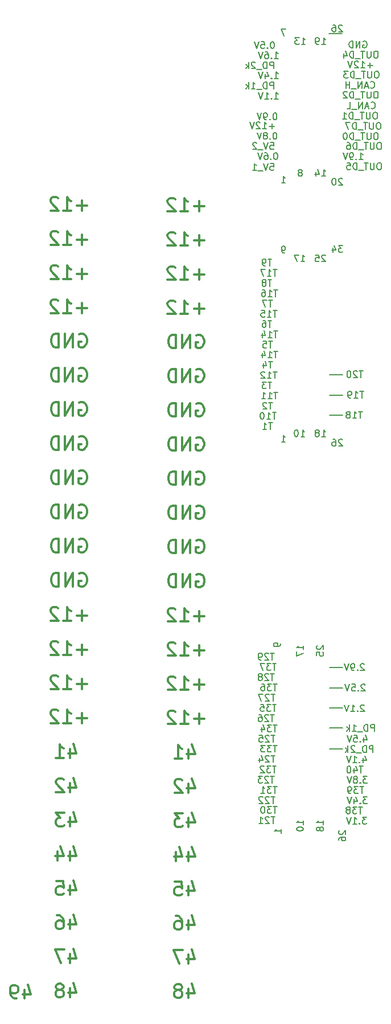
<source format=gbo>
G04 #@! TF.GenerationSoftware,KiCad,Pcbnew,7.0.7-7.0.7~ubuntu22.04.1*
G04 #@! TF.CreationDate,2023-08-20T02:31:44+00:00*
G04 #@! TF.ProjectId,digital_inputs,64696769-7461-46c5-9f69-6e707574732e,rev?*
G04 #@! TF.SameCoordinates,PX791ddc0PYca2dd00*
G04 #@! TF.FileFunction,Legend,Bot*
G04 #@! TF.FilePolarity,Positive*
%FSLAX46Y46*%
G04 Gerber Fmt 4.6, Leading zero omitted, Abs format (unit mm)*
G04 Created by KiCad (PCBNEW 7.0.7-7.0.7~ubuntu22.04.1) date 2023-08-20 02:31:44*
%MOMM*%
%LPD*%
G01*
G04 APERTURE LIST*
%ADD10C,0.150000*%
%ADD11C,0.300000*%
G04 APERTURE END LIST*
D10*
X171400000Y51300000D02*
X173300000Y51300000D01*
X171400000Y39200000D02*
X173300000Y39200000D01*
X171400000Y91800000D02*
X173300000Y91800000D01*
X171400000Y45300000D02*
X173300000Y45300000D01*
X171300000Y145550000D02*
X173200000Y145550000D01*
X171400000Y48300000D02*
X173300000Y48300000D01*
X171400000Y94800000D02*
X173300000Y94800000D01*
X171400000Y42300000D02*
X173300000Y42300000D01*
X171400000Y88800000D02*
X173300000Y88800000D01*
D11*
X152696666Y104637267D02*
X151172857Y104637267D01*
X151934761Y103875362D02*
X151934761Y105399172D01*
X149172857Y103875362D02*
X150315714Y103875362D01*
X149744286Y103875362D02*
X149744286Y105875362D01*
X149744286Y105875362D02*
X149934762Y105589648D01*
X149934762Y105589648D02*
X150125238Y105399172D01*
X150125238Y105399172D02*
X150315714Y105303934D01*
X148410952Y105684886D02*
X148315714Y105780124D01*
X148315714Y105780124D02*
X148125238Y105875362D01*
X148125238Y105875362D02*
X147649047Y105875362D01*
X147649047Y105875362D02*
X147458571Y105780124D01*
X147458571Y105780124D02*
X147363333Y105684886D01*
X147363333Y105684886D02*
X147268095Y105494410D01*
X147268095Y105494410D02*
X147268095Y105303934D01*
X147268095Y105303934D02*
X147363333Y105018220D01*
X147363333Y105018220D02*
X148506190Y103875362D01*
X148506190Y103875362D02*
X147268095Y103875362D01*
D10*
X176452380Y40911848D02*
X176452380Y40245181D01*
X176690475Y41292800D02*
X176928570Y40578515D01*
X176928570Y40578515D02*
X176309523Y40578515D01*
X175928570Y40340420D02*
X175880951Y40292800D01*
X175880951Y40292800D02*
X175928570Y40245181D01*
X175928570Y40245181D02*
X175976189Y40292800D01*
X175976189Y40292800D02*
X175928570Y40340420D01*
X175928570Y40340420D02*
X175928570Y40245181D01*
X174976190Y41245181D02*
X175452380Y41245181D01*
X175452380Y41245181D02*
X175499999Y40768991D01*
X175499999Y40768991D02*
X175452380Y40816610D01*
X175452380Y40816610D02*
X175357142Y40864229D01*
X175357142Y40864229D02*
X175119047Y40864229D01*
X175119047Y40864229D02*
X175023809Y40816610D01*
X175023809Y40816610D02*
X174976190Y40768991D01*
X174976190Y40768991D02*
X174928571Y40673753D01*
X174928571Y40673753D02*
X174928571Y40435658D01*
X174928571Y40435658D02*
X174976190Y40340420D01*
X174976190Y40340420D02*
X175023809Y40292800D01*
X175023809Y40292800D02*
X175119047Y40245181D01*
X175119047Y40245181D02*
X175357142Y40245181D01*
X175357142Y40245181D02*
X175452380Y40292800D01*
X175452380Y40292800D02*
X175499999Y40340420D01*
X174642856Y41245181D02*
X174309523Y40245181D01*
X174309523Y40245181D02*
X173976190Y41245181D01*
X163157142Y138845181D02*
X163728570Y138845181D01*
X163442856Y138845181D02*
X163442856Y139845181D01*
X163442856Y139845181D02*
X163538094Y139702324D01*
X163538094Y139702324D02*
X163633332Y139607086D01*
X163633332Y139607086D02*
X163728570Y139559467D01*
X162728570Y138940420D02*
X162680951Y138892800D01*
X162680951Y138892800D02*
X162728570Y138845181D01*
X162728570Y138845181D02*
X162776189Y138892800D01*
X162776189Y138892800D02*
X162728570Y138940420D01*
X162728570Y138940420D02*
X162728570Y138845181D01*
X161823809Y139511848D02*
X161823809Y138845181D01*
X162061904Y139892800D02*
X162299999Y139178515D01*
X162299999Y139178515D02*
X161680952Y139178515D01*
X161442856Y139845181D02*
X161109523Y138845181D01*
X161109523Y138845181D02*
X160776190Y139845181D01*
X163538094Y42770181D02*
X162966666Y42770181D01*
X163252380Y41770181D02*
X163252380Y42770181D01*
X162728570Y42770181D02*
X162109523Y42770181D01*
X162109523Y42770181D02*
X162442856Y42389229D01*
X162442856Y42389229D02*
X162299999Y42389229D01*
X162299999Y42389229D02*
X162204761Y42341610D01*
X162204761Y42341610D02*
X162157142Y42293991D01*
X162157142Y42293991D02*
X162109523Y42198753D01*
X162109523Y42198753D02*
X162109523Y41960658D01*
X162109523Y41960658D02*
X162157142Y41865420D01*
X162157142Y41865420D02*
X162204761Y41817800D01*
X162204761Y41817800D02*
X162299999Y41770181D01*
X162299999Y41770181D02*
X162585713Y41770181D01*
X162585713Y41770181D02*
X162680951Y41817800D01*
X162680951Y41817800D02*
X162728570Y41865420D01*
X161252380Y42436848D02*
X161252380Y41770181D01*
X161490475Y42817800D02*
X161728570Y42103515D01*
X161728570Y42103515D02*
X161109523Y42103515D01*
X178023809Y41845181D02*
X178023809Y42845181D01*
X178023809Y42845181D02*
X177642857Y42845181D01*
X177642857Y42845181D02*
X177547619Y42797562D01*
X177547619Y42797562D02*
X177500000Y42749943D01*
X177500000Y42749943D02*
X177452381Y42654705D01*
X177452381Y42654705D02*
X177452381Y42511848D01*
X177452381Y42511848D02*
X177500000Y42416610D01*
X177500000Y42416610D02*
X177547619Y42368991D01*
X177547619Y42368991D02*
X177642857Y42321372D01*
X177642857Y42321372D02*
X178023809Y42321372D01*
X177023809Y41845181D02*
X177023809Y42845181D01*
X177023809Y42845181D02*
X176785714Y42845181D01*
X176785714Y42845181D02*
X176642857Y42797562D01*
X176642857Y42797562D02*
X176547619Y42702324D01*
X176547619Y42702324D02*
X176500000Y42607086D01*
X176500000Y42607086D02*
X176452381Y42416610D01*
X176452381Y42416610D02*
X176452381Y42273753D01*
X176452381Y42273753D02*
X176500000Y42083277D01*
X176500000Y42083277D02*
X176547619Y41988039D01*
X176547619Y41988039D02*
X176642857Y41892800D01*
X176642857Y41892800D02*
X176785714Y41845181D01*
X176785714Y41845181D02*
X177023809Y41845181D01*
X176261905Y41749943D02*
X175500000Y41749943D01*
X174738095Y41845181D02*
X175309523Y41845181D01*
X175023809Y41845181D02*
X175023809Y42845181D01*
X175023809Y42845181D02*
X175119047Y42702324D01*
X175119047Y42702324D02*
X175214285Y42607086D01*
X175214285Y42607086D02*
X175309523Y42559467D01*
X174309523Y41845181D02*
X174309523Y42845181D01*
X174214285Y42226134D02*
X173928571Y41845181D01*
X173928571Y42511848D02*
X174309523Y42130896D01*
D11*
X135291666Y53952267D02*
X133767857Y53952267D01*
X134529761Y53190362D02*
X134529761Y54714172D01*
X131767857Y53190362D02*
X132910714Y53190362D01*
X132339286Y53190362D02*
X132339286Y55190362D01*
X132339286Y55190362D02*
X132529762Y54904648D01*
X132529762Y54904648D02*
X132720238Y54714172D01*
X132720238Y54714172D02*
X132910714Y54618934D01*
X131005952Y54999886D02*
X130910714Y55095124D01*
X130910714Y55095124D02*
X130720238Y55190362D01*
X130720238Y55190362D02*
X130244047Y55190362D01*
X130244047Y55190362D02*
X130053571Y55095124D01*
X130053571Y55095124D02*
X129958333Y54999886D01*
X129958333Y54999886D02*
X129863095Y54809410D01*
X129863095Y54809410D02*
X129863095Y54618934D01*
X129863095Y54618934D02*
X129958333Y54333220D01*
X129958333Y54333220D02*
X131101190Y53190362D01*
X131101190Y53190362D02*
X129863095Y53190362D01*
X151578809Y70200124D02*
X151769285Y70295362D01*
X151769285Y70295362D02*
X152054999Y70295362D01*
X152054999Y70295362D02*
X152340714Y70200124D01*
X152340714Y70200124D02*
X152531190Y70009648D01*
X152531190Y70009648D02*
X152626428Y69819172D01*
X152626428Y69819172D02*
X152721666Y69438220D01*
X152721666Y69438220D02*
X152721666Y69152505D01*
X152721666Y69152505D02*
X152626428Y68771553D01*
X152626428Y68771553D02*
X152531190Y68581077D01*
X152531190Y68581077D02*
X152340714Y68390600D01*
X152340714Y68390600D02*
X152054999Y68295362D01*
X152054999Y68295362D02*
X151864523Y68295362D01*
X151864523Y68295362D02*
X151578809Y68390600D01*
X151578809Y68390600D02*
X151483571Y68485839D01*
X151483571Y68485839D02*
X151483571Y69152505D01*
X151483571Y69152505D02*
X151864523Y69152505D01*
X150626428Y68295362D02*
X150626428Y70295362D01*
X150626428Y70295362D02*
X149483571Y68295362D01*
X149483571Y68295362D02*
X149483571Y70295362D01*
X148531190Y68295362D02*
X148531190Y70295362D01*
X148531190Y70295362D02*
X148055000Y70295362D01*
X148055000Y70295362D02*
X147769285Y70200124D01*
X147769285Y70200124D02*
X147578809Y70009648D01*
X147578809Y70009648D02*
X147483571Y69819172D01*
X147483571Y69819172D02*
X147388333Y69438220D01*
X147388333Y69438220D02*
X147388333Y69152505D01*
X147388333Y69152505D02*
X147483571Y68771553D01*
X147483571Y68771553D02*
X147578809Y68581077D01*
X147578809Y68581077D02*
X147769285Y68390600D01*
X147769285Y68390600D02*
X148055000Y68295362D01*
X148055000Y68295362D02*
X148531190Y68295362D01*
X151553809Y90540124D02*
X151744285Y90635362D01*
X151744285Y90635362D02*
X152029999Y90635362D01*
X152029999Y90635362D02*
X152315714Y90540124D01*
X152315714Y90540124D02*
X152506190Y90349648D01*
X152506190Y90349648D02*
X152601428Y90159172D01*
X152601428Y90159172D02*
X152696666Y89778220D01*
X152696666Y89778220D02*
X152696666Y89492505D01*
X152696666Y89492505D02*
X152601428Y89111553D01*
X152601428Y89111553D02*
X152506190Y88921077D01*
X152506190Y88921077D02*
X152315714Y88730600D01*
X152315714Y88730600D02*
X152029999Y88635362D01*
X152029999Y88635362D02*
X151839523Y88635362D01*
X151839523Y88635362D02*
X151553809Y88730600D01*
X151553809Y88730600D02*
X151458571Y88825839D01*
X151458571Y88825839D02*
X151458571Y89492505D01*
X151458571Y89492505D02*
X151839523Y89492505D01*
X150601428Y88635362D02*
X150601428Y90635362D01*
X150601428Y90635362D02*
X149458571Y88635362D01*
X149458571Y88635362D02*
X149458571Y90635362D01*
X148506190Y88635362D02*
X148506190Y90635362D01*
X148506190Y90635362D02*
X148030000Y90635362D01*
X148030000Y90635362D02*
X147744285Y90540124D01*
X147744285Y90540124D02*
X147553809Y90349648D01*
X147553809Y90349648D02*
X147458571Y90159172D01*
X147458571Y90159172D02*
X147363333Y89778220D01*
X147363333Y89778220D02*
X147363333Y89492505D01*
X147363333Y89492505D02*
X147458571Y89111553D01*
X147458571Y89111553D02*
X147553809Y88921077D01*
X147553809Y88921077D02*
X147744285Y88730600D01*
X147744285Y88730600D02*
X148030000Y88635362D01*
X148030000Y88635362D02*
X148506190Y88635362D01*
D10*
X163538094Y33645181D02*
X162966666Y33645181D01*
X163252380Y32645181D02*
X163252380Y33645181D01*
X162728570Y33645181D02*
X162109523Y33645181D01*
X162109523Y33645181D02*
X162442856Y33264229D01*
X162442856Y33264229D02*
X162299999Y33264229D01*
X162299999Y33264229D02*
X162204761Y33216610D01*
X162204761Y33216610D02*
X162157142Y33168991D01*
X162157142Y33168991D02*
X162109523Y33073753D01*
X162109523Y33073753D02*
X162109523Y32835658D01*
X162109523Y32835658D02*
X162157142Y32740420D01*
X162157142Y32740420D02*
X162204761Y32692800D01*
X162204761Y32692800D02*
X162299999Y32645181D01*
X162299999Y32645181D02*
X162585713Y32645181D01*
X162585713Y32645181D02*
X162680951Y32692800D01*
X162680951Y32692800D02*
X162728570Y32740420D01*
X161157142Y32645181D02*
X161728570Y32645181D01*
X161442856Y32645181D02*
X161442856Y33645181D01*
X161442856Y33645181D02*
X161538094Y33502324D01*
X161538094Y33502324D02*
X161633332Y33407086D01*
X161633332Y33407086D02*
X161728570Y33359467D01*
X163538094Y48870181D02*
X162966666Y48870181D01*
X163252380Y47870181D02*
X163252380Y48870181D01*
X162728570Y48870181D02*
X162109523Y48870181D01*
X162109523Y48870181D02*
X162442856Y48489229D01*
X162442856Y48489229D02*
X162299999Y48489229D01*
X162299999Y48489229D02*
X162204761Y48441610D01*
X162204761Y48441610D02*
X162157142Y48393991D01*
X162157142Y48393991D02*
X162109523Y48298753D01*
X162109523Y48298753D02*
X162109523Y48060658D01*
X162109523Y48060658D02*
X162157142Y47965420D01*
X162157142Y47965420D02*
X162204761Y47917800D01*
X162204761Y47917800D02*
X162299999Y47870181D01*
X162299999Y47870181D02*
X162585713Y47870181D01*
X162585713Y47870181D02*
X162680951Y47917800D01*
X162680951Y47917800D02*
X162728570Y47965420D01*
X161252380Y48870181D02*
X161442856Y48870181D01*
X161442856Y48870181D02*
X161538094Y48822562D01*
X161538094Y48822562D02*
X161585713Y48774943D01*
X161585713Y48774943D02*
X161680951Y48632086D01*
X161680951Y48632086D02*
X161728570Y48441610D01*
X161728570Y48441610D02*
X161728570Y48060658D01*
X161728570Y48060658D02*
X161680951Y47965420D01*
X161680951Y47965420D02*
X161633332Y47917800D01*
X161633332Y47917800D02*
X161538094Y47870181D01*
X161538094Y47870181D02*
X161347618Y47870181D01*
X161347618Y47870181D02*
X161252380Y47917800D01*
X161252380Y47917800D02*
X161204761Y47965420D01*
X161204761Y47965420D02*
X161157142Y48060658D01*
X161157142Y48060658D02*
X161157142Y48298753D01*
X161157142Y48298753D02*
X161204761Y48393991D01*
X161204761Y48393991D02*
X161252380Y48441610D01*
X161252380Y48441610D02*
X161347618Y48489229D01*
X161347618Y48489229D02*
X161538094Y48489229D01*
X161538094Y48489229D02*
X161633332Y48441610D01*
X161633332Y48441610D02*
X161680951Y48393991D01*
X161680951Y48393991D02*
X161728570Y48298753D01*
D11*
X134123809Y90675124D02*
X134314285Y90770362D01*
X134314285Y90770362D02*
X134599999Y90770362D01*
X134599999Y90770362D02*
X134885714Y90675124D01*
X134885714Y90675124D02*
X135076190Y90484648D01*
X135076190Y90484648D02*
X135171428Y90294172D01*
X135171428Y90294172D02*
X135266666Y89913220D01*
X135266666Y89913220D02*
X135266666Y89627505D01*
X135266666Y89627505D02*
X135171428Y89246553D01*
X135171428Y89246553D02*
X135076190Y89056077D01*
X135076190Y89056077D02*
X134885714Y88865600D01*
X134885714Y88865600D02*
X134599999Y88770362D01*
X134599999Y88770362D02*
X134409523Y88770362D01*
X134409523Y88770362D02*
X134123809Y88865600D01*
X134123809Y88865600D02*
X134028571Y88960839D01*
X134028571Y88960839D02*
X134028571Y89627505D01*
X134028571Y89627505D02*
X134409523Y89627505D01*
X133171428Y88770362D02*
X133171428Y90770362D01*
X133171428Y90770362D02*
X132028571Y88770362D01*
X132028571Y88770362D02*
X132028571Y90770362D01*
X131076190Y88770362D02*
X131076190Y90770362D01*
X131076190Y90770362D02*
X130600000Y90770362D01*
X130600000Y90770362D02*
X130314285Y90675124D01*
X130314285Y90675124D02*
X130123809Y90484648D01*
X130123809Y90484648D02*
X130028571Y90294172D01*
X130028571Y90294172D02*
X129933333Y89913220D01*
X129933333Y89913220D02*
X129933333Y89627505D01*
X129933333Y89627505D02*
X130028571Y89246553D01*
X130028571Y89246553D02*
X130123809Y89056077D01*
X130123809Y89056077D02*
X130314285Y88865600D01*
X130314285Y88865600D02*
X130600000Y88770362D01*
X130600000Y88770362D02*
X131076190Y88770362D01*
D10*
X162761904Y108995181D02*
X162190476Y108995181D01*
X162476190Y107995181D02*
X162476190Y108995181D01*
X161714285Y108566610D02*
X161809523Y108614229D01*
X161809523Y108614229D02*
X161857142Y108661848D01*
X161857142Y108661848D02*
X161904761Y108757086D01*
X161904761Y108757086D02*
X161904761Y108804705D01*
X161904761Y108804705D02*
X161857142Y108899943D01*
X161857142Y108899943D02*
X161809523Y108947562D01*
X161809523Y108947562D02*
X161714285Y108995181D01*
X161714285Y108995181D02*
X161523809Y108995181D01*
X161523809Y108995181D02*
X161428571Y108947562D01*
X161428571Y108947562D02*
X161380952Y108899943D01*
X161380952Y108899943D02*
X161333333Y108804705D01*
X161333333Y108804705D02*
X161333333Y108757086D01*
X161333333Y108757086D02*
X161380952Y108661848D01*
X161380952Y108661848D02*
X161428571Y108614229D01*
X161428571Y108614229D02*
X161523809Y108566610D01*
X161523809Y108566610D02*
X161714285Y108566610D01*
X161714285Y108566610D02*
X161809523Y108518991D01*
X161809523Y108518991D02*
X161857142Y108471372D01*
X161857142Y108471372D02*
X161904761Y108376134D01*
X161904761Y108376134D02*
X161904761Y108185658D01*
X161904761Y108185658D02*
X161857142Y108090420D01*
X161857142Y108090420D02*
X161809523Y108042800D01*
X161809523Y108042800D02*
X161714285Y107995181D01*
X161714285Y107995181D02*
X161523809Y107995181D01*
X161523809Y107995181D02*
X161428571Y108042800D01*
X161428571Y108042800D02*
X161380952Y108090420D01*
X161380952Y108090420D02*
X161333333Y108185658D01*
X161333333Y108185658D02*
X161333333Y108376134D01*
X161333333Y108376134D02*
X161380952Y108471372D01*
X161380952Y108471372D02*
X161428571Y108518991D01*
X161428571Y108518991D02*
X161523809Y108566610D01*
D11*
X135266666Y114932267D02*
X133742857Y114932267D01*
X134504761Y114170362D02*
X134504761Y115694172D01*
X131742857Y114170362D02*
X132885714Y114170362D01*
X132314286Y114170362D02*
X132314286Y116170362D01*
X132314286Y116170362D02*
X132504762Y115884648D01*
X132504762Y115884648D02*
X132695238Y115694172D01*
X132695238Y115694172D02*
X132885714Y115598934D01*
X130980952Y115979886D02*
X130885714Y116075124D01*
X130885714Y116075124D02*
X130695238Y116170362D01*
X130695238Y116170362D02*
X130219047Y116170362D01*
X130219047Y116170362D02*
X130028571Y116075124D01*
X130028571Y116075124D02*
X129933333Y115979886D01*
X129933333Y115979886D02*
X129838095Y115789410D01*
X129838095Y115789410D02*
X129838095Y115598934D01*
X129838095Y115598934D02*
X129933333Y115313220D01*
X129933333Y115313220D02*
X131076190Y114170362D01*
X131076190Y114170362D02*
X129838095Y114170362D01*
D10*
X163438094Y51920181D02*
X162866666Y51920181D01*
X163152380Y50920181D02*
X163152380Y51920181D01*
X162628570Y51920181D02*
X162009523Y51920181D01*
X162009523Y51920181D02*
X162342856Y51539229D01*
X162342856Y51539229D02*
X162199999Y51539229D01*
X162199999Y51539229D02*
X162104761Y51491610D01*
X162104761Y51491610D02*
X162057142Y51443991D01*
X162057142Y51443991D02*
X162009523Y51348753D01*
X162009523Y51348753D02*
X162009523Y51110658D01*
X162009523Y51110658D02*
X162057142Y51015420D01*
X162057142Y51015420D02*
X162104761Y50967800D01*
X162104761Y50967800D02*
X162199999Y50920181D01*
X162199999Y50920181D02*
X162485713Y50920181D01*
X162485713Y50920181D02*
X162580951Y50967800D01*
X162580951Y50967800D02*
X162628570Y51015420D01*
X161676189Y51920181D02*
X161009523Y51920181D01*
X161009523Y51920181D02*
X161438094Y50920181D01*
D11*
X152696666Y114797267D02*
X151172857Y114797267D01*
X151934761Y114035362D02*
X151934761Y115559172D01*
X149172857Y114035362D02*
X150315714Y114035362D01*
X149744286Y114035362D02*
X149744286Y116035362D01*
X149744286Y116035362D02*
X149934762Y115749648D01*
X149934762Y115749648D02*
X150125238Y115559172D01*
X150125238Y115559172D02*
X150315714Y115463934D01*
X148410952Y115844886D02*
X148315714Y115940124D01*
X148315714Y115940124D02*
X148125238Y116035362D01*
X148125238Y116035362D02*
X147649047Y116035362D01*
X147649047Y116035362D02*
X147458571Y115940124D01*
X147458571Y115940124D02*
X147363333Y115844886D01*
X147363333Y115844886D02*
X147268095Y115654410D01*
X147268095Y115654410D02*
X147268095Y115463934D01*
X147268095Y115463934D02*
X147363333Y115178220D01*
X147363333Y115178220D02*
X148506190Y114035362D01*
X148506190Y114035362D02*
X147268095Y114035362D01*
X152721666Y53817267D02*
X151197857Y53817267D01*
X151959761Y53055362D02*
X151959761Y54579172D01*
X149197857Y53055362D02*
X150340714Y53055362D01*
X149769286Y53055362D02*
X149769286Y55055362D01*
X149769286Y55055362D02*
X149959762Y54769648D01*
X149959762Y54769648D02*
X150150238Y54579172D01*
X150150238Y54579172D02*
X150340714Y54483934D01*
X148435952Y54864886D02*
X148340714Y54960124D01*
X148340714Y54960124D02*
X148150238Y55055362D01*
X148150238Y55055362D02*
X147674047Y55055362D01*
X147674047Y55055362D02*
X147483571Y54960124D01*
X147483571Y54960124D02*
X147388333Y54864886D01*
X147388333Y54864886D02*
X147293095Y54674410D01*
X147293095Y54674410D02*
X147293095Y54483934D01*
X147293095Y54483934D02*
X147388333Y54198220D01*
X147388333Y54198220D02*
X148531190Y53055362D01*
X148531190Y53055362D02*
X147293095Y53055362D01*
D10*
X163138094Y35170181D02*
X162566666Y35170181D01*
X162852380Y34170181D02*
X162852380Y35170181D01*
X162280951Y35074943D02*
X162233332Y35122562D01*
X162233332Y35122562D02*
X162138094Y35170181D01*
X162138094Y35170181D02*
X161899999Y35170181D01*
X161899999Y35170181D02*
X161804761Y35122562D01*
X161804761Y35122562D02*
X161757142Y35074943D01*
X161757142Y35074943D02*
X161709523Y34979705D01*
X161709523Y34979705D02*
X161709523Y34884467D01*
X161709523Y34884467D02*
X161757142Y34741610D01*
X161757142Y34741610D02*
X162328570Y34170181D01*
X162328570Y34170181D02*
X161709523Y34170181D01*
X161376189Y35170181D02*
X160757142Y35170181D01*
X160757142Y35170181D02*
X161090475Y34789229D01*
X161090475Y34789229D02*
X160947618Y34789229D01*
X160947618Y34789229D02*
X160852380Y34741610D01*
X160852380Y34741610D02*
X160804761Y34693991D01*
X160804761Y34693991D02*
X160757142Y34598753D01*
X160757142Y34598753D02*
X160757142Y34360658D01*
X160757142Y34360658D02*
X160804761Y34265420D01*
X160804761Y34265420D02*
X160852380Y34217800D01*
X160852380Y34217800D02*
X160947618Y34170181D01*
X160947618Y34170181D02*
X161233332Y34170181D01*
X161233332Y34170181D02*
X161328570Y34217800D01*
X161328570Y34217800D02*
X161376189Y34265420D01*
D11*
X132771428Y34123696D02*
X132771428Y32790362D01*
X133247619Y34885600D02*
X133723809Y33457029D01*
X133723809Y33457029D02*
X132485714Y33457029D01*
X131819047Y34599886D02*
X131723809Y34695124D01*
X131723809Y34695124D02*
X131533333Y34790362D01*
X131533333Y34790362D02*
X131057142Y34790362D01*
X131057142Y34790362D02*
X130866666Y34695124D01*
X130866666Y34695124D02*
X130771428Y34599886D01*
X130771428Y34599886D02*
X130676190Y34409410D01*
X130676190Y34409410D02*
X130676190Y34218934D01*
X130676190Y34218934D02*
X130771428Y33933220D01*
X130771428Y33933220D02*
X131914285Y32790362D01*
X131914285Y32790362D02*
X130676190Y32790362D01*
D10*
X176528570Y45674943D02*
X176480951Y45722562D01*
X176480951Y45722562D02*
X176385713Y45770181D01*
X176385713Y45770181D02*
X176147618Y45770181D01*
X176147618Y45770181D02*
X176052380Y45722562D01*
X176052380Y45722562D02*
X176004761Y45674943D01*
X176004761Y45674943D02*
X175957142Y45579705D01*
X175957142Y45579705D02*
X175957142Y45484467D01*
X175957142Y45484467D02*
X176004761Y45341610D01*
X176004761Y45341610D02*
X176576189Y44770181D01*
X176576189Y44770181D02*
X175957142Y44770181D01*
X175528570Y44865420D02*
X175480951Y44817800D01*
X175480951Y44817800D02*
X175528570Y44770181D01*
X175528570Y44770181D02*
X175576189Y44817800D01*
X175576189Y44817800D02*
X175528570Y44865420D01*
X175528570Y44865420D02*
X175528570Y44770181D01*
X174528571Y44770181D02*
X175099999Y44770181D01*
X174814285Y44770181D02*
X174814285Y45770181D01*
X174814285Y45770181D02*
X174909523Y45627324D01*
X174909523Y45627324D02*
X175004761Y45532086D01*
X175004761Y45532086D02*
X175099999Y45484467D01*
X174242856Y45770181D02*
X173909523Y44770181D01*
X173909523Y44770181D02*
X173576190Y45770181D01*
D11*
X134148809Y70335124D02*
X134339285Y70430362D01*
X134339285Y70430362D02*
X134624999Y70430362D01*
X134624999Y70430362D02*
X134910714Y70335124D01*
X134910714Y70335124D02*
X135101190Y70144648D01*
X135101190Y70144648D02*
X135196428Y69954172D01*
X135196428Y69954172D02*
X135291666Y69573220D01*
X135291666Y69573220D02*
X135291666Y69287505D01*
X135291666Y69287505D02*
X135196428Y68906553D01*
X135196428Y68906553D02*
X135101190Y68716077D01*
X135101190Y68716077D02*
X134910714Y68525600D01*
X134910714Y68525600D02*
X134624999Y68430362D01*
X134624999Y68430362D02*
X134434523Y68430362D01*
X134434523Y68430362D02*
X134148809Y68525600D01*
X134148809Y68525600D02*
X134053571Y68620839D01*
X134053571Y68620839D02*
X134053571Y69287505D01*
X134053571Y69287505D02*
X134434523Y69287505D01*
X133196428Y68430362D02*
X133196428Y70430362D01*
X133196428Y70430362D02*
X132053571Y68430362D01*
X132053571Y68430362D02*
X132053571Y70430362D01*
X131101190Y68430362D02*
X131101190Y70430362D01*
X131101190Y70430362D02*
X130625000Y70430362D01*
X130625000Y70430362D02*
X130339285Y70335124D01*
X130339285Y70335124D02*
X130148809Y70144648D01*
X130148809Y70144648D02*
X130053571Y69954172D01*
X130053571Y69954172D02*
X129958333Y69573220D01*
X129958333Y69573220D02*
X129958333Y69287505D01*
X129958333Y69287505D02*
X130053571Y68906553D01*
X130053571Y68906553D02*
X130148809Y68716077D01*
X130148809Y68716077D02*
X130339285Y68525600D01*
X130339285Y68525600D02*
X130625000Y68430362D01*
X130625000Y68430362D02*
X131101190Y68430362D01*
X152696666Y119877267D02*
X151172857Y119877267D01*
X151934761Y119115362D02*
X151934761Y120639172D01*
X149172857Y119115362D02*
X150315714Y119115362D01*
X149744286Y119115362D02*
X149744286Y121115362D01*
X149744286Y121115362D02*
X149934762Y120829648D01*
X149934762Y120829648D02*
X150125238Y120639172D01*
X150125238Y120639172D02*
X150315714Y120543934D01*
X148410952Y120924886D02*
X148315714Y121020124D01*
X148315714Y121020124D02*
X148125238Y121115362D01*
X148125238Y121115362D02*
X147649047Y121115362D01*
X147649047Y121115362D02*
X147458571Y121020124D01*
X147458571Y121020124D02*
X147363333Y120924886D01*
X147363333Y120924886D02*
X147268095Y120734410D01*
X147268095Y120734410D02*
X147268095Y120543934D01*
X147268095Y120543934D02*
X147363333Y120258220D01*
X147363333Y120258220D02*
X148506190Y119115362D01*
X148506190Y119115362D02*
X147268095Y119115362D01*
D10*
X163538094Y104420181D02*
X162966666Y104420181D01*
X163252380Y103420181D02*
X163252380Y104420181D01*
X162109523Y103420181D02*
X162680951Y103420181D01*
X162395237Y103420181D02*
X162395237Y104420181D01*
X162395237Y104420181D02*
X162490475Y104277324D01*
X162490475Y104277324D02*
X162585713Y104182086D01*
X162585713Y104182086D02*
X162680951Y104134467D01*
X161204761Y104420181D02*
X161680951Y104420181D01*
X161680951Y104420181D02*
X161728570Y103943991D01*
X161728570Y103943991D02*
X161680951Y103991610D01*
X161680951Y103991610D02*
X161585713Y104039229D01*
X161585713Y104039229D02*
X161347618Y104039229D01*
X161347618Y104039229D02*
X161252380Y103991610D01*
X161252380Y103991610D02*
X161204761Y103943991D01*
X161204761Y103943991D02*
X161157142Y103848753D01*
X161157142Y103848753D02*
X161157142Y103610658D01*
X161157142Y103610658D02*
X161204761Y103515420D01*
X161204761Y103515420D02*
X161252380Y103467800D01*
X161252380Y103467800D02*
X161347618Y103420181D01*
X161347618Y103420181D02*
X161585713Y103420181D01*
X161585713Y103420181D02*
X161680951Y103467800D01*
X161680951Y103467800D02*
X161728570Y103515420D01*
X178857142Y129345181D02*
X178666666Y129345181D01*
X178666666Y129345181D02*
X178571428Y129297562D01*
X178571428Y129297562D02*
X178476190Y129202324D01*
X178476190Y129202324D02*
X178428571Y129011848D01*
X178428571Y129011848D02*
X178428571Y128678515D01*
X178428571Y128678515D02*
X178476190Y128488039D01*
X178476190Y128488039D02*
X178571428Y128392800D01*
X178571428Y128392800D02*
X178666666Y128345181D01*
X178666666Y128345181D02*
X178857142Y128345181D01*
X178857142Y128345181D02*
X178952380Y128392800D01*
X178952380Y128392800D02*
X179047618Y128488039D01*
X179047618Y128488039D02*
X179095237Y128678515D01*
X179095237Y128678515D02*
X179095237Y129011848D01*
X179095237Y129011848D02*
X179047618Y129202324D01*
X179047618Y129202324D02*
X178952380Y129297562D01*
X178952380Y129297562D02*
X178857142Y129345181D01*
X177999999Y129345181D02*
X177999999Y128535658D01*
X177999999Y128535658D02*
X177952380Y128440420D01*
X177952380Y128440420D02*
X177904761Y128392800D01*
X177904761Y128392800D02*
X177809523Y128345181D01*
X177809523Y128345181D02*
X177619047Y128345181D01*
X177619047Y128345181D02*
X177523809Y128392800D01*
X177523809Y128392800D02*
X177476190Y128440420D01*
X177476190Y128440420D02*
X177428571Y128535658D01*
X177428571Y128535658D02*
X177428571Y129345181D01*
X177095237Y129345181D02*
X176523809Y129345181D01*
X176809523Y128345181D02*
X176809523Y129345181D01*
X176428571Y128249943D02*
X175666666Y128249943D01*
X175428570Y128345181D02*
X175428570Y129345181D01*
X175428570Y129345181D02*
X175190475Y129345181D01*
X175190475Y129345181D02*
X175047618Y129297562D01*
X175047618Y129297562D02*
X174952380Y129202324D01*
X174952380Y129202324D02*
X174904761Y129107086D01*
X174904761Y129107086D02*
X174857142Y128916610D01*
X174857142Y128916610D02*
X174857142Y128773753D01*
X174857142Y128773753D02*
X174904761Y128583277D01*
X174904761Y128583277D02*
X174952380Y128488039D01*
X174952380Y128488039D02*
X175047618Y128392800D01*
X175047618Y128392800D02*
X175190475Y128345181D01*
X175190475Y128345181D02*
X175428570Y128345181D01*
X173999999Y129345181D02*
X174190475Y129345181D01*
X174190475Y129345181D02*
X174285713Y129297562D01*
X174285713Y129297562D02*
X174333332Y129249943D01*
X174333332Y129249943D02*
X174428570Y129107086D01*
X174428570Y129107086D02*
X174476189Y128916610D01*
X174476189Y128916610D02*
X174476189Y128535658D01*
X174476189Y128535658D02*
X174428570Y128440420D01*
X174428570Y128440420D02*
X174380951Y128392800D01*
X174380951Y128392800D02*
X174285713Y128345181D01*
X174285713Y128345181D02*
X174095237Y128345181D01*
X174095237Y128345181D02*
X173999999Y128392800D01*
X173999999Y128392800D02*
X173952380Y128440420D01*
X173952380Y128440420D02*
X173904761Y128535658D01*
X173904761Y128535658D02*
X173904761Y128773753D01*
X173904761Y128773753D02*
X173952380Y128868991D01*
X173952380Y128868991D02*
X173999999Y128916610D01*
X173999999Y128916610D02*
X174095237Y128964229D01*
X174095237Y128964229D02*
X174285713Y128964229D01*
X174285713Y128964229D02*
X174380951Y128916610D01*
X174380951Y128916610D02*
X174428570Y128868991D01*
X174428570Y128868991D02*
X174476189Y128773753D01*
D11*
X150371428Y13703696D02*
X150371428Y12370362D01*
X150847619Y14465600D02*
X151323809Y13037029D01*
X151323809Y13037029D02*
X150085714Y13037029D01*
X148466666Y14370362D02*
X148847619Y14370362D01*
X148847619Y14370362D02*
X149038095Y14275124D01*
X149038095Y14275124D02*
X149133333Y14179886D01*
X149133333Y14179886D02*
X149323809Y13894172D01*
X149323809Y13894172D02*
X149419047Y13513220D01*
X149419047Y13513220D02*
X149419047Y12751315D01*
X149419047Y12751315D02*
X149323809Y12560839D01*
X149323809Y12560839D02*
X149228571Y12465600D01*
X149228571Y12465600D02*
X149038095Y12370362D01*
X149038095Y12370362D02*
X148657142Y12370362D01*
X148657142Y12370362D02*
X148466666Y12465600D01*
X148466666Y12465600D02*
X148371428Y12560839D01*
X148371428Y12560839D02*
X148276190Y12751315D01*
X148276190Y12751315D02*
X148276190Y13227505D01*
X148276190Y13227505D02*
X148371428Y13417981D01*
X148371428Y13417981D02*
X148466666Y13513220D01*
X148466666Y13513220D02*
X148657142Y13608458D01*
X148657142Y13608458D02*
X149038095Y13608458D01*
X149038095Y13608458D02*
X149228571Y13513220D01*
X149228571Y13513220D02*
X149323809Y13417981D01*
X149323809Y13417981D02*
X149419047Y13227505D01*
X134148809Y75415124D02*
X134339285Y75510362D01*
X134339285Y75510362D02*
X134624999Y75510362D01*
X134624999Y75510362D02*
X134910714Y75415124D01*
X134910714Y75415124D02*
X135101190Y75224648D01*
X135101190Y75224648D02*
X135196428Y75034172D01*
X135196428Y75034172D02*
X135291666Y74653220D01*
X135291666Y74653220D02*
X135291666Y74367505D01*
X135291666Y74367505D02*
X135196428Y73986553D01*
X135196428Y73986553D02*
X135101190Y73796077D01*
X135101190Y73796077D02*
X134910714Y73605600D01*
X134910714Y73605600D02*
X134624999Y73510362D01*
X134624999Y73510362D02*
X134434523Y73510362D01*
X134434523Y73510362D02*
X134148809Y73605600D01*
X134148809Y73605600D02*
X134053571Y73700839D01*
X134053571Y73700839D02*
X134053571Y74367505D01*
X134053571Y74367505D02*
X134434523Y74367505D01*
X133196428Y73510362D02*
X133196428Y75510362D01*
X133196428Y75510362D02*
X132053571Y73510362D01*
X132053571Y73510362D02*
X132053571Y75510362D01*
X131101190Y73510362D02*
X131101190Y75510362D01*
X131101190Y75510362D02*
X130625000Y75510362D01*
X130625000Y75510362D02*
X130339285Y75415124D01*
X130339285Y75415124D02*
X130148809Y75224648D01*
X130148809Y75224648D02*
X130053571Y75034172D01*
X130053571Y75034172D02*
X129958333Y74653220D01*
X129958333Y74653220D02*
X129958333Y74367505D01*
X129958333Y74367505D02*
X130053571Y73986553D01*
X130053571Y73986553D02*
X130148809Y73796077D01*
X130148809Y73796077D02*
X130339285Y73605600D01*
X130339285Y73605600D02*
X130625000Y73510362D01*
X130625000Y73510362D02*
X131101190Y73510362D01*
X134123809Y85595124D02*
X134314285Y85690362D01*
X134314285Y85690362D02*
X134599999Y85690362D01*
X134599999Y85690362D02*
X134885714Y85595124D01*
X134885714Y85595124D02*
X135076190Y85404648D01*
X135076190Y85404648D02*
X135171428Y85214172D01*
X135171428Y85214172D02*
X135266666Y84833220D01*
X135266666Y84833220D02*
X135266666Y84547505D01*
X135266666Y84547505D02*
X135171428Y84166553D01*
X135171428Y84166553D02*
X135076190Y83976077D01*
X135076190Y83976077D02*
X134885714Y83785600D01*
X134885714Y83785600D02*
X134599999Y83690362D01*
X134599999Y83690362D02*
X134409523Y83690362D01*
X134409523Y83690362D02*
X134123809Y83785600D01*
X134123809Y83785600D02*
X134028571Y83880839D01*
X134028571Y83880839D02*
X134028571Y84547505D01*
X134028571Y84547505D02*
X134409523Y84547505D01*
X133171428Y83690362D02*
X133171428Y85690362D01*
X133171428Y85690362D02*
X132028571Y83690362D01*
X132028571Y83690362D02*
X132028571Y85690362D01*
X131076190Y83690362D02*
X131076190Y85690362D01*
X131076190Y85690362D02*
X130600000Y85690362D01*
X130600000Y85690362D02*
X130314285Y85595124D01*
X130314285Y85595124D02*
X130123809Y85404648D01*
X130123809Y85404648D02*
X130028571Y85214172D01*
X130028571Y85214172D02*
X129933333Y84833220D01*
X129933333Y84833220D02*
X129933333Y84547505D01*
X129933333Y84547505D02*
X130028571Y84166553D01*
X130028571Y84166553D02*
X130123809Y83976077D01*
X130123809Y83976077D02*
X130314285Y83785600D01*
X130314285Y83785600D02*
X130600000Y83690362D01*
X130600000Y83690362D02*
X131076190Y83690362D01*
X152721666Y58897267D02*
X151197857Y58897267D01*
X151959761Y58135362D02*
X151959761Y59659172D01*
X149197857Y58135362D02*
X150340714Y58135362D01*
X149769286Y58135362D02*
X149769286Y60135362D01*
X149769286Y60135362D02*
X149959762Y59849648D01*
X149959762Y59849648D02*
X150150238Y59659172D01*
X150150238Y59659172D02*
X150340714Y59563934D01*
X148435952Y59944886D02*
X148340714Y60040124D01*
X148340714Y60040124D02*
X148150238Y60135362D01*
X148150238Y60135362D02*
X147674047Y60135362D01*
X147674047Y60135362D02*
X147483571Y60040124D01*
X147483571Y60040124D02*
X147388333Y59944886D01*
X147388333Y59944886D02*
X147293095Y59754410D01*
X147293095Y59754410D02*
X147293095Y59563934D01*
X147293095Y59563934D02*
X147388333Y59278220D01*
X147388333Y59278220D02*
X148531190Y58135362D01*
X148531190Y58135362D02*
X147293095Y58135362D01*
D10*
X163438094Y45820181D02*
X162866666Y45820181D01*
X163152380Y44820181D02*
X163152380Y45820181D01*
X162628570Y45820181D02*
X162009523Y45820181D01*
X162009523Y45820181D02*
X162342856Y45439229D01*
X162342856Y45439229D02*
X162199999Y45439229D01*
X162199999Y45439229D02*
X162104761Y45391610D01*
X162104761Y45391610D02*
X162057142Y45343991D01*
X162057142Y45343991D02*
X162009523Y45248753D01*
X162009523Y45248753D02*
X162009523Y45010658D01*
X162009523Y45010658D02*
X162057142Y44915420D01*
X162057142Y44915420D02*
X162104761Y44867800D01*
X162104761Y44867800D02*
X162199999Y44820181D01*
X162199999Y44820181D02*
X162485713Y44820181D01*
X162485713Y44820181D02*
X162580951Y44867800D01*
X162580951Y44867800D02*
X162628570Y44915420D01*
X161104761Y45820181D02*
X161580951Y45820181D01*
X161580951Y45820181D02*
X161628570Y45343991D01*
X161628570Y45343991D02*
X161580951Y45391610D01*
X161580951Y45391610D02*
X161485713Y45439229D01*
X161485713Y45439229D02*
X161247618Y45439229D01*
X161247618Y45439229D02*
X161152380Y45391610D01*
X161152380Y45391610D02*
X161104761Y45343991D01*
X161104761Y45343991D02*
X161057142Y45248753D01*
X161057142Y45248753D02*
X161057142Y45010658D01*
X161057142Y45010658D02*
X161104761Y44915420D01*
X161104761Y44915420D02*
X161152380Y44867800D01*
X161152380Y44867800D02*
X161247618Y44820181D01*
X161247618Y44820181D02*
X161485713Y44820181D01*
X161485713Y44820181D02*
X161580951Y44867800D01*
X161580951Y44867800D02*
X161628570Y44915420D01*
X163238094Y41245181D02*
X162666666Y41245181D01*
X162952380Y40245181D02*
X162952380Y41245181D01*
X162380951Y41149943D02*
X162333332Y41197562D01*
X162333332Y41197562D02*
X162238094Y41245181D01*
X162238094Y41245181D02*
X161999999Y41245181D01*
X161999999Y41245181D02*
X161904761Y41197562D01*
X161904761Y41197562D02*
X161857142Y41149943D01*
X161857142Y41149943D02*
X161809523Y41054705D01*
X161809523Y41054705D02*
X161809523Y40959467D01*
X161809523Y40959467D02*
X161857142Y40816610D01*
X161857142Y40816610D02*
X162428570Y40245181D01*
X162428570Y40245181D02*
X161809523Y40245181D01*
X160904761Y41245181D02*
X161380951Y41245181D01*
X161380951Y41245181D02*
X161428570Y40768991D01*
X161428570Y40768991D02*
X161380951Y40816610D01*
X161380951Y40816610D02*
X161285713Y40864229D01*
X161285713Y40864229D02*
X161047618Y40864229D01*
X161047618Y40864229D02*
X160952380Y40816610D01*
X160952380Y40816610D02*
X160904761Y40768991D01*
X160904761Y40768991D02*
X160857142Y40673753D01*
X160857142Y40673753D02*
X160857142Y40435658D01*
X160857142Y40435658D02*
X160904761Y40340420D01*
X160904761Y40340420D02*
X160952380Y40292800D01*
X160952380Y40292800D02*
X161047618Y40245181D01*
X161047618Y40245181D02*
X161285713Y40245181D01*
X161285713Y40245181D02*
X161380951Y40292800D01*
X161380951Y40292800D02*
X161428570Y40340420D01*
D11*
X150371428Y8623696D02*
X150371428Y7290362D01*
X150847619Y9385600D02*
X151323809Y7957029D01*
X151323809Y7957029D02*
X150085714Y7957029D01*
X149514285Y9290362D02*
X148180952Y9290362D01*
X148180952Y9290362D02*
X149038095Y7290362D01*
D10*
X162761904Y102895181D02*
X162190476Y102895181D01*
X162476190Y101895181D02*
X162476190Y102895181D01*
X161428571Y102895181D02*
X161619047Y102895181D01*
X161619047Y102895181D02*
X161714285Y102847562D01*
X161714285Y102847562D02*
X161761904Y102799943D01*
X161761904Y102799943D02*
X161857142Y102657086D01*
X161857142Y102657086D02*
X161904761Y102466610D01*
X161904761Y102466610D02*
X161904761Y102085658D01*
X161904761Y102085658D02*
X161857142Y101990420D01*
X161857142Y101990420D02*
X161809523Y101942800D01*
X161809523Y101942800D02*
X161714285Y101895181D01*
X161714285Y101895181D02*
X161523809Y101895181D01*
X161523809Y101895181D02*
X161428571Y101942800D01*
X161428571Y101942800D02*
X161380952Y101990420D01*
X161380952Y101990420D02*
X161333333Y102085658D01*
X161333333Y102085658D02*
X161333333Y102323753D01*
X161333333Y102323753D02*
X161380952Y102418991D01*
X161380952Y102418991D02*
X161428571Y102466610D01*
X161428571Y102466610D02*
X161523809Y102514229D01*
X161523809Y102514229D02*
X161714285Y102514229D01*
X161714285Y102514229D02*
X161809523Y102466610D01*
X161809523Y102466610D02*
X161857142Y102418991D01*
X161857142Y102418991D02*
X161904761Y102323753D01*
D11*
X135266666Y120012267D02*
X133742857Y120012267D01*
X134504761Y119250362D02*
X134504761Y120774172D01*
X131742857Y119250362D02*
X132885714Y119250362D01*
X132314286Y119250362D02*
X132314286Y121250362D01*
X132314286Y121250362D02*
X132504762Y120964648D01*
X132504762Y120964648D02*
X132695238Y120774172D01*
X132695238Y120774172D02*
X132885714Y120678934D01*
X130980952Y121059886D02*
X130885714Y121155124D01*
X130885714Y121155124D02*
X130695238Y121250362D01*
X130695238Y121250362D02*
X130219047Y121250362D01*
X130219047Y121250362D02*
X130028571Y121155124D01*
X130028571Y121155124D02*
X129933333Y121059886D01*
X129933333Y121059886D02*
X129838095Y120869410D01*
X129838095Y120869410D02*
X129838095Y120678934D01*
X129838095Y120678934D02*
X129933333Y120393220D01*
X129933333Y120393220D02*
X131076190Y119250362D01*
X131076190Y119250362D02*
X129838095Y119250362D01*
X152721666Y48737267D02*
X151197857Y48737267D01*
X151959761Y47975362D02*
X151959761Y49499172D01*
X149197857Y47975362D02*
X150340714Y47975362D01*
X149769286Y47975362D02*
X149769286Y49975362D01*
X149769286Y49975362D02*
X149959762Y49689648D01*
X149959762Y49689648D02*
X150150238Y49499172D01*
X150150238Y49499172D02*
X150340714Y49403934D01*
X148435952Y49784886D02*
X148340714Y49880124D01*
X148340714Y49880124D02*
X148150238Y49975362D01*
X148150238Y49975362D02*
X147674047Y49975362D01*
X147674047Y49975362D02*
X147483571Y49880124D01*
X147483571Y49880124D02*
X147388333Y49784886D01*
X147388333Y49784886D02*
X147293095Y49594410D01*
X147293095Y49594410D02*
X147293095Y49403934D01*
X147293095Y49403934D02*
X147388333Y49118220D01*
X147388333Y49118220D02*
X148531190Y47975362D01*
X148531190Y47975362D02*
X147293095Y47975362D01*
D10*
X176338094Y95420181D02*
X175766666Y95420181D01*
X176052380Y94420181D02*
X176052380Y95420181D01*
X175480951Y95324943D02*
X175433332Y95372562D01*
X175433332Y95372562D02*
X175338094Y95420181D01*
X175338094Y95420181D02*
X175099999Y95420181D01*
X175099999Y95420181D02*
X175004761Y95372562D01*
X175004761Y95372562D02*
X174957142Y95324943D01*
X174957142Y95324943D02*
X174909523Y95229705D01*
X174909523Y95229705D02*
X174909523Y95134467D01*
X174909523Y95134467D02*
X174957142Y94991610D01*
X174957142Y94991610D02*
X175528570Y94420181D01*
X175528570Y94420181D02*
X174909523Y94420181D01*
X174290475Y95420181D02*
X174195237Y95420181D01*
X174195237Y95420181D02*
X174099999Y95372562D01*
X174099999Y95372562D02*
X174052380Y95324943D01*
X174052380Y95324943D02*
X174004761Y95229705D01*
X174004761Y95229705D02*
X173957142Y95039229D01*
X173957142Y95039229D02*
X173957142Y94801134D01*
X173957142Y94801134D02*
X174004761Y94610658D01*
X174004761Y94610658D02*
X174052380Y94515420D01*
X174052380Y94515420D02*
X174099999Y94467800D01*
X174099999Y94467800D02*
X174195237Y94420181D01*
X174195237Y94420181D02*
X174290475Y94420181D01*
X174290475Y94420181D02*
X174385713Y94467800D01*
X174385713Y94467800D02*
X174433332Y94515420D01*
X174433332Y94515420D02*
X174480951Y94610658D01*
X174480951Y94610658D02*
X174528570Y94801134D01*
X174528570Y94801134D02*
X174528570Y95039229D01*
X174528570Y95039229D02*
X174480951Y95229705D01*
X174480951Y95229705D02*
X174433332Y95324943D01*
X174433332Y95324943D02*
X174385713Y95372562D01*
X174385713Y95372562D02*
X174290475Y95420181D01*
X163538094Y95295181D02*
X162966666Y95295181D01*
X163252380Y94295181D02*
X163252380Y95295181D01*
X162109523Y94295181D02*
X162680951Y94295181D01*
X162395237Y94295181D02*
X162395237Y95295181D01*
X162395237Y95295181D02*
X162490475Y95152324D01*
X162490475Y95152324D02*
X162585713Y95057086D01*
X162585713Y95057086D02*
X162680951Y95009467D01*
X161728570Y95199943D02*
X161680951Y95247562D01*
X161680951Y95247562D02*
X161585713Y95295181D01*
X161585713Y95295181D02*
X161347618Y95295181D01*
X161347618Y95295181D02*
X161252380Y95247562D01*
X161252380Y95247562D02*
X161204761Y95199943D01*
X161204761Y95199943D02*
X161157142Y95104705D01*
X161157142Y95104705D02*
X161157142Y95009467D01*
X161157142Y95009467D02*
X161204761Y94866610D01*
X161204761Y94866610D02*
X161776189Y94295181D01*
X161776189Y94295181D02*
X161157142Y94295181D01*
X163238094Y38220181D02*
X162666666Y38220181D01*
X162952380Y37220181D02*
X162952380Y38220181D01*
X162380951Y38124943D02*
X162333332Y38172562D01*
X162333332Y38172562D02*
X162238094Y38220181D01*
X162238094Y38220181D02*
X161999999Y38220181D01*
X161999999Y38220181D02*
X161904761Y38172562D01*
X161904761Y38172562D02*
X161857142Y38124943D01*
X161857142Y38124943D02*
X161809523Y38029705D01*
X161809523Y38029705D02*
X161809523Y37934467D01*
X161809523Y37934467D02*
X161857142Y37791610D01*
X161857142Y37791610D02*
X162428570Y37220181D01*
X162428570Y37220181D02*
X161809523Y37220181D01*
X160952380Y37886848D02*
X160952380Y37220181D01*
X161190475Y38267800D02*
X161428570Y37553515D01*
X161428570Y37553515D02*
X160809523Y37553515D01*
D11*
X125971428Y3423696D02*
X125971428Y2090362D01*
X126447619Y4185600D02*
X126923809Y2757029D01*
X126923809Y2757029D02*
X125685714Y2757029D01*
X124828571Y2090362D02*
X124447619Y2090362D01*
X124447619Y2090362D02*
X124257142Y2185600D01*
X124257142Y2185600D02*
X124161904Y2280839D01*
X124161904Y2280839D02*
X123971428Y2566553D01*
X123971428Y2566553D02*
X123876190Y2947505D01*
X123876190Y2947505D02*
X123876190Y3709410D01*
X123876190Y3709410D02*
X123971428Y3899886D01*
X123971428Y3899886D02*
X124066666Y3995124D01*
X124066666Y3995124D02*
X124257142Y4090362D01*
X124257142Y4090362D02*
X124638095Y4090362D01*
X124638095Y4090362D02*
X124828571Y3995124D01*
X124828571Y3995124D02*
X124923809Y3899886D01*
X124923809Y3899886D02*
X125019047Y3709410D01*
X125019047Y3709410D02*
X125019047Y3233220D01*
X125019047Y3233220D02*
X124923809Y3042743D01*
X124923809Y3042743D02*
X124828571Y2947505D01*
X124828571Y2947505D02*
X124638095Y2852267D01*
X124638095Y2852267D02*
X124257142Y2852267D01*
X124257142Y2852267D02*
X124066666Y2947505D01*
X124066666Y2947505D02*
X123971428Y3042743D01*
X123971428Y3042743D02*
X123876190Y3233220D01*
D10*
X176361904Y144397562D02*
X176457142Y144445181D01*
X176457142Y144445181D02*
X176599999Y144445181D01*
X176599999Y144445181D02*
X176742856Y144397562D01*
X176742856Y144397562D02*
X176838094Y144302324D01*
X176838094Y144302324D02*
X176885713Y144207086D01*
X176885713Y144207086D02*
X176933332Y144016610D01*
X176933332Y144016610D02*
X176933332Y143873753D01*
X176933332Y143873753D02*
X176885713Y143683277D01*
X176885713Y143683277D02*
X176838094Y143588039D01*
X176838094Y143588039D02*
X176742856Y143492800D01*
X176742856Y143492800D02*
X176599999Y143445181D01*
X176599999Y143445181D02*
X176504761Y143445181D01*
X176504761Y143445181D02*
X176361904Y143492800D01*
X176361904Y143492800D02*
X176314285Y143540420D01*
X176314285Y143540420D02*
X176314285Y143873753D01*
X176314285Y143873753D02*
X176504761Y143873753D01*
X175885713Y143445181D02*
X175885713Y144445181D01*
X175885713Y144445181D02*
X175314285Y143445181D01*
X175314285Y143445181D02*
X175314285Y144445181D01*
X174838094Y143445181D02*
X174838094Y144445181D01*
X174838094Y144445181D02*
X174599999Y144445181D01*
X174599999Y144445181D02*
X174457142Y144397562D01*
X174457142Y144397562D02*
X174361904Y144302324D01*
X174361904Y144302324D02*
X174314285Y144207086D01*
X174314285Y144207086D02*
X174266666Y144016610D01*
X174266666Y144016610D02*
X174266666Y143873753D01*
X174266666Y143873753D02*
X174314285Y143683277D01*
X174314285Y143683277D02*
X174361904Y143588039D01*
X174361904Y143588039D02*
X174457142Y143492800D01*
X174457142Y143492800D02*
X174599999Y143445181D01*
X174599999Y143445181D02*
X174838094Y143445181D01*
D11*
X132746428Y8703696D02*
X132746428Y7370362D01*
X133222619Y9465600D02*
X133698809Y8037029D01*
X133698809Y8037029D02*
X132460714Y8037029D01*
X131889285Y9370362D02*
X130555952Y9370362D01*
X130555952Y9370362D02*
X131413095Y7370362D01*
D10*
X176628570Y48724943D02*
X176580951Y48772562D01*
X176580951Y48772562D02*
X176485713Y48820181D01*
X176485713Y48820181D02*
X176247618Y48820181D01*
X176247618Y48820181D02*
X176152380Y48772562D01*
X176152380Y48772562D02*
X176104761Y48724943D01*
X176104761Y48724943D02*
X176057142Y48629705D01*
X176057142Y48629705D02*
X176057142Y48534467D01*
X176057142Y48534467D02*
X176104761Y48391610D01*
X176104761Y48391610D02*
X176676189Y47820181D01*
X176676189Y47820181D02*
X176057142Y47820181D01*
X175628570Y47915420D02*
X175580951Y47867800D01*
X175580951Y47867800D02*
X175628570Y47820181D01*
X175628570Y47820181D02*
X175676189Y47867800D01*
X175676189Y47867800D02*
X175628570Y47915420D01*
X175628570Y47915420D02*
X175628570Y47820181D01*
X174676190Y48820181D02*
X175152380Y48820181D01*
X175152380Y48820181D02*
X175199999Y48343991D01*
X175199999Y48343991D02*
X175152380Y48391610D01*
X175152380Y48391610D02*
X175057142Y48439229D01*
X175057142Y48439229D02*
X174819047Y48439229D01*
X174819047Y48439229D02*
X174723809Y48391610D01*
X174723809Y48391610D02*
X174676190Y48343991D01*
X174676190Y48343991D02*
X174628571Y48248753D01*
X174628571Y48248753D02*
X174628571Y48010658D01*
X174628571Y48010658D02*
X174676190Y47915420D01*
X174676190Y47915420D02*
X174723809Y47867800D01*
X174723809Y47867800D02*
X174819047Y47820181D01*
X174819047Y47820181D02*
X175057142Y47820181D01*
X175057142Y47820181D02*
X175152380Y47867800D01*
X175152380Y47867800D02*
X175199999Y47915420D01*
X174342856Y48820181D02*
X174009523Y47820181D01*
X174009523Y47820181D02*
X173676190Y48820181D01*
X162547619Y129345181D02*
X163023809Y129345181D01*
X163023809Y129345181D02*
X163071428Y128868991D01*
X163071428Y128868991D02*
X163023809Y128916610D01*
X163023809Y128916610D02*
X162928571Y128964229D01*
X162928571Y128964229D02*
X162690476Y128964229D01*
X162690476Y128964229D02*
X162595238Y128916610D01*
X162595238Y128916610D02*
X162547619Y128868991D01*
X162547619Y128868991D02*
X162500000Y128773753D01*
X162500000Y128773753D02*
X162500000Y128535658D01*
X162500000Y128535658D02*
X162547619Y128440420D01*
X162547619Y128440420D02*
X162595238Y128392800D01*
X162595238Y128392800D02*
X162690476Y128345181D01*
X162690476Y128345181D02*
X162928571Y128345181D01*
X162928571Y128345181D02*
X163023809Y128392800D01*
X163023809Y128392800D02*
X163071428Y128440420D01*
X162214285Y129345181D02*
X161880952Y128345181D01*
X161880952Y128345181D02*
X161547619Y129345181D01*
X161452381Y128249943D02*
X160690476Y128249943D01*
X160499999Y129249943D02*
X160452380Y129297562D01*
X160452380Y129297562D02*
X160357142Y129345181D01*
X160357142Y129345181D02*
X160119047Y129345181D01*
X160119047Y129345181D02*
X160023809Y129297562D01*
X160023809Y129297562D02*
X159976190Y129249943D01*
X159976190Y129249943D02*
X159928571Y129154705D01*
X159928571Y129154705D02*
X159928571Y129059467D01*
X159928571Y129059467D02*
X159976190Y128916610D01*
X159976190Y128916610D02*
X160547618Y128345181D01*
X160547618Y128345181D02*
X159928571Y128345181D01*
X176438094Y92370181D02*
X175866666Y92370181D01*
X176152380Y91370181D02*
X176152380Y92370181D01*
X175009523Y91370181D02*
X175580951Y91370181D01*
X175295237Y91370181D02*
X175295237Y92370181D01*
X175295237Y92370181D02*
X175390475Y92227324D01*
X175390475Y92227324D02*
X175485713Y92132086D01*
X175485713Y92132086D02*
X175580951Y92084467D01*
X174533332Y91370181D02*
X174342856Y91370181D01*
X174342856Y91370181D02*
X174247618Y91417800D01*
X174247618Y91417800D02*
X174199999Y91465420D01*
X174199999Y91465420D02*
X174104761Y91608277D01*
X174104761Y91608277D02*
X174057142Y91798753D01*
X174057142Y91798753D02*
X174057142Y92179705D01*
X174057142Y92179705D02*
X174104761Y92274943D01*
X174104761Y92274943D02*
X174152380Y92322562D01*
X174152380Y92322562D02*
X174247618Y92370181D01*
X174247618Y92370181D02*
X174438094Y92370181D01*
X174438094Y92370181D02*
X174533332Y92322562D01*
X174533332Y92322562D02*
X174580951Y92274943D01*
X174580951Y92274943D02*
X174628570Y92179705D01*
X174628570Y92179705D02*
X174628570Y91941610D01*
X174628570Y91941610D02*
X174580951Y91846372D01*
X174580951Y91846372D02*
X174533332Y91798753D01*
X174533332Y91798753D02*
X174438094Y91751134D01*
X174438094Y91751134D02*
X174247618Y91751134D01*
X174247618Y91751134D02*
X174152380Y91798753D01*
X174152380Y91798753D02*
X174104761Y91846372D01*
X174104761Y91846372D02*
X174057142Y91941610D01*
X178357142Y136945181D02*
X178166666Y136945181D01*
X178166666Y136945181D02*
X178071428Y136897562D01*
X178071428Y136897562D02*
X177976190Y136802324D01*
X177976190Y136802324D02*
X177928571Y136611848D01*
X177928571Y136611848D02*
X177928571Y136278515D01*
X177928571Y136278515D02*
X177976190Y136088039D01*
X177976190Y136088039D02*
X178071428Y135992800D01*
X178071428Y135992800D02*
X178166666Y135945181D01*
X178166666Y135945181D02*
X178357142Y135945181D01*
X178357142Y135945181D02*
X178452380Y135992800D01*
X178452380Y135992800D02*
X178547618Y136088039D01*
X178547618Y136088039D02*
X178595237Y136278515D01*
X178595237Y136278515D02*
X178595237Y136611848D01*
X178595237Y136611848D02*
X178547618Y136802324D01*
X178547618Y136802324D02*
X178452380Y136897562D01*
X178452380Y136897562D02*
X178357142Y136945181D01*
X177499999Y136945181D02*
X177499999Y136135658D01*
X177499999Y136135658D02*
X177452380Y136040420D01*
X177452380Y136040420D02*
X177404761Y135992800D01*
X177404761Y135992800D02*
X177309523Y135945181D01*
X177309523Y135945181D02*
X177119047Y135945181D01*
X177119047Y135945181D02*
X177023809Y135992800D01*
X177023809Y135992800D02*
X176976190Y136040420D01*
X176976190Y136040420D02*
X176928571Y136135658D01*
X176928571Y136135658D02*
X176928571Y136945181D01*
X176595237Y136945181D02*
X176023809Y136945181D01*
X176309523Y135945181D02*
X176309523Y136945181D01*
X175928571Y135849943D02*
X175166666Y135849943D01*
X174928570Y135945181D02*
X174928570Y136945181D01*
X174928570Y136945181D02*
X174690475Y136945181D01*
X174690475Y136945181D02*
X174547618Y136897562D01*
X174547618Y136897562D02*
X174452380Y136802324D01*
X174452380Y136802324D02*
X174404761Y136707086D01*
X174404761Y136707086D02*
X174357142Y136516610D01*
X174357142Y136516610D02*
X174357142Y136373753D01*
X174357142Y136373753D02*
X174404761Y136183277D01*
X174404761Y136183277D02*
X174452380Y136088039D01*
X174452380Y136088039D02*
X174547618Y135992800D01*
X174547618Y135992800D02*
X174690475Y135945181D01*
X174690475Y135945181D02*
X174928570Y135945181D01*
X173976189Y136849943D02*
X173928570Y136897562D01*
X173928570Y136897562D02*
X173833332Y136945181D01*
X173833332Y136945181D02*
X173595237Y136945181D01*
X173595237Y136945181D02*
X173499999Y136897562D01*
X173499999Y136897562D02*
X173452380Y136849943D01*
X173452380Y136849943D02*
X173404761Y136754705D01*
X173404761Y136754705D02*
X173404761Y136659467D01*
X173404761Y136659467D02*
X173452380Y136516610D01*
X173452380Y136516610D02*
X174023808Y135945181D01*
X174023808Y135945181D02*
X173404761Y135945181D01*
X178257142Y133870181D02*
X178066666Y133870181D01*
X178066666Y133870181D02*
X177971428Y133822562D01*
X177971428Y133822562D02*
X177876190Y133727324D01*
X177876190Y133727324D02*
X177828571Y133536848D01*
X177828571Y133536848D02*
X177828571Y133203515D01*
X177828571Y133203515D02*
X177876190Y133013039D01*
X177876190Y133013039D02*
X177971428Y132917800D01*
X177971428Y132917800D02*
X178066666Y132870181D01*
X178066666Y132870181D02*
X178257142Y132870181D01*
X178257142Y132870181D02*
X178352380Y132917800D01*
X178352380Y132917800D02*
X178447618Y133013039D01*
X178447618Y133013039D02*
X178495237Y133203515D01*
X178495237Y133203515D02*
X178495237Y133536848D01*
X178495237Y133536848D02*
X178447618Y133727324D01*
X178447618Y133727324D02*
X178352380Y133822562D01*
X178352380Y133822562D02*
X178257142Y133870181D01*
X177399999Y133870181D02*
X177399999Y133060658D01*
X177399999Y133060658D02*
X177352380Y132965420D01*
X177352380Y132965420D02*
X177304761Y132917800D01*
X177304761Y132917800D02*
X177209523Y132870181D01*
X177209523Y132870181D02*
X177019047Y132870181D01*
X177019047Y132870181D02*
X176923809Y132917800D01*
X176923809Y132917800D02*
X176876190Y132965420D01*
X176876190Y132965420D02*
X176828571Y133060658D01*
X176828571Y133060658D02*
X176828571Y133870181D01*
X176495237Y133870181D02*
X175923809Y133870181D01*
X176209523Y132870181D02*
X176209523Y133870181D01*
X175828571Y132774943D02*
X175066666Y132774943D01*
X174828570Y132870181D02*
X174828570Y133870181D01*
X174828570Y133870181D02*
X174590475Y133870181D01*
X174590475Y133870181D02*
X174447618Y133822562D01*
X174447618Y133822562D02*
X174352380Y133727324D01*
X174352380Y133727324D02*
X174304761Y133632086D01*
X174304761Y133632086D02*
X174257142Y133441610D01*
X174257142Y133441610D02*
X174257142Y133298753D01*
X174257142Y133298753D02*
X174304761Y133108277D01*
X174304761Y133108277D02*
X174352380Y133013039D01*
X174352380Y133013039D02*
X174447618Y132917800D01*
X174447618Y132917800D02*
X174590475Y132870181D01*
X174590475Y132870181D02*
X174828570Y132870181D01*
X173304761Y132870181D02*
X173876189Y132870181D01*
X173590475Y132870181D02*
X173590475Y133870181D01*
X173590475Y133870181D02*
X173685713Y133727324D01*
X173685713Y133727324D02*
X173780951Y133632086D01*
X173780951Y133632086D02*
X173876189Y133584467D01*
X176876189Y29070181D02*
X176257142Y29070181D01*
X176257142Y29070181D02*
X176590475Y28689229D01*
X176590475Y28689229D02*
X176447618Y28689229D01*
X176447618Y28689229D02*
X176352380Y28641610D01*
X176352380Y28641610D02*
X176304761Y28593991D01*
X176304761Y28593991D02*
X176257142Y28498753D01*
X176257142Y28498753D02*
X176257142Y28260658D01*
X176257142Y28260658D02*
X176304761Y28165420D01*
X176304761Y28165420D02*
X176352380Y28117800D01*
X176352380Y28117800D02*
X176447618Y28070181D01*
X176447618Y28070181D02*
X176733332Y28070181D01*
X176733332Y28070181D02*
X176828570Y28117800D01*
X176828570Y28117800D02*
X176876189Y28165420D01*
X175828570Y28165420D02*
X175780951Y28117800D01*
X175780951Y28117800D02*
X175828570Y28070181D01*
X175828570Y28070181D02*
X175876189Y28117800D01*
X175876189Y28117800D02*
X175828570Y28165420D01*
X175828570Y28165420D02*
X175828570Y28070181D01*
X174828571Y28070181D02*
X175399999Y28070181D01*
X175114285Y28070181D02*
X175114285Y29070181D01*
X175114285Y29070181D02*
X175209523Y28927324D01*
X175209523Y28927324D02*
X175304761Y28832086D01*
X175304761Y28832086D02*
X175399999Y28784467D01*
X174542856Y29070181D02*
X174209523Y28070181D01*
X174209523Y28070181D02*
X173876190Y29070181D01*
D11*
X135291666Y43792267D02*
X133767857Y43792267D01*
X134529761Y43030362D02*
X134529761Y44554172D01*
X131767857Y43030362D02*
X132910714Y43030362D01*
X132339286Y43030362D02*
X132339286Y45030362D01*
X132339286Y45030362D02*
X132529762Y44744648D01*
X132529762Y44744648D02*
X132720238Y44554172D01*
X132720238Y44554172D02*
X132910714Y44458934D01*
X131005952Y44839886D02*
X130910714Y44935124D01*
X130910714Y44935124D02*
X130720238Y45030362D01*
X130720238Y45030362D02*
X130244047Y45030362D01*
X130244047Y45030362D02*
X130053571Y44935124D01*
X130053571Y44935124D02*
X129958333Y44839886D01*
X129958333Y44839886D02*
X129863095Y44649410D01*
X129863095Y44649410D02*
X129863095Y44458934D01*
X129863095Y44458934D02*
X129958333Y44173220D01*
X129958333Y44173220D02*
X131101190Y43030362D01*
X131101190Y43030362D02*
X129863095Y43030362D01*
D10*
X162761904Y93770181D02*
X162190476Y93770181D01*
X162476190Y92770181D02*
X162476190Y93770181D01*
X161952380Y93770181D02*
X161333333Y93770181D01*
X161333333Y93770181D02*
X161666666Y93389229D01*
X161666666Y93389229D02*
X161523809Y93389229D01*
X161523809Y93389229D02*
X161428571Y93341610D01*
X161428571Y93341610D02*
X161380952Y93293991D01*
X161380952Y93293991D02*
X161333333Y93198753D01*
X161333333Y93198753D02*
X161333333Y92960658D01*
X161333333Y92960658D02*
X161380952Y92865420D01*
X161380952Y92865420D02*
X161428571Y92817800D01*
X161428571Y92817800D02*
X161523809Y92770181D01*
X161523809Y92770181D02*
X161809523Y92770181D01*
X161809523Y92770181D02*
X161904761Y92817800D01*
X161904761Y92817800D02*
X161952380Y92865420D01*
X176352380Y37836848D02*
X176352380Y37170181D01*
X176590475Y38217800D02*
X176828570Y37503515D01*
X176828570Y37503515D02*
X176209523Y37503515D01*
X175828570Y37265420D02*
X175780951Y37217800D01*
X175780951Y37217800D02*
X175828570Y37170181D01*
X175828570Y37170181D02*
X175876189Y37217800D01*
X175876189Y37217800D02*
X175828570Y37265420D01*
X175828570Y37265420D02*
X175828570Y37170181D01*
X174828571Y37170181D02*
X175399999Y37170181D01*
X175114285Y37170181D02*
X175114285Y38170181D01*
X175114285Y38170181D02*
X175209523Y38027324D01*
X175209523Y38027324D02*
X175304761Y37932086D01*
X175304761Y37932086D02*
X175399999Y37884467D01*
X174542856Y38170181D02*
X174209523Y37170181D01*
X174209523Y37170181D02*
X173876190Y38170181D01*
X176976189Y35120181D02*
X176357142Y35120181D01*
X176357142Y35120181D02*
X176690475Y34739229D01*
X176690475Y34739229D02*
X176547618Y34739229D01*
X176547618Y34739229D02*
X176452380Y34691610D01*
X176452380Y34691610D02*
X176404761Y34643991D01*
X176404761Y34643991D02*
X176357142Y34548753D01*
X176357142Y34548753D02*
X176357142Y34310658D01*
X176357142Y34310658D02*
X176404761Y34215420D01*
X176404761Y34215420D02*
X176452380Y34167800D01*
X176452380Y34167800D02*
X176547618Y34120181D01*
X176547618Y34120181D02*
X176833332Y34120181D01*
X176833332Y34120181D02*
X176928570Y34167800D01*
X176928570Y34167800D02*
X176976189Y34215420D01*
X175928570Y34215420D02*
X175880951Y34167800D01*
X175880951Y34167800D02*
X175928570Y34120181D01*
X175928570Y34120181D02*
X175976189Y34167800D01*
X175976189Y34167800D02*
X175928570Y34215420D01*
X175928570Y34215420D02*
X175928570Y34120181D01*
X175309523Y34691610D02*
X175404761Y34739229D01*
X175404761Y34739229D02*
X175452380Y34786848D01*
X175452380Y34786848D02*
X175499999Y34882086D01*
X175499999Y34882086D02*
X175499999Y34929705D01*
X175499999Y34929705D02*
X175452380Y35024943D01*
X175452380Y35024943D02*
X175404761Y35072562D01*
X175404761Y35072562D02*
X175309523Y35120181D01*
X175309523Y35120181D02*
X175119047Y35120181D01*
X175119047Y35120181D02*
X175023809Y35072562D01*
X175023809Y35072562D02*
X174976190Y35024943D01*
X174976190Y35024943D02*
X174928571Y34929705D01*
X174928571Y34929705D02*
X174928571Y34882086D01*
X174928571Y34882086D02*
X174976190Y34786848D01*
X174976190Y34786848D02*
X175023809Y34739229D01*
X175023809Y34739229D02*
X175119047Y34691610D01*
X175119047Y34691610D02*
X175309523Y34691610D01*
X175309523Y34691610D02*
X175404761Y34643991D01*
X175404761Y34643991D02*
X175452380Y34596372D01*
X175452380Y34596372D02*
X175499999Y34501134D01*
X175499999Y34501134D02*
X175499999Y34310658D01*
X175499999Y34310658D02*
X175452380Y34215420D01*
X175452380Y34215420D02*
X175404761Y34167800D01*
X175404761Y34167800D02*
X175309523Y34120181D01*
X175309523Y34120181D02*
X175119047Y34120181D01*
X175119047Y34120181D02*
X175023809Y34167800D01*
X175023809Y34167800D02*
X174976190Y34215420D01*
X174976190Y34215420D02*
X174928571Y34310658D01*
X174928571Y34310658D02*
X174928571Y34501134D01*
X174928571Y34501134D02*
X174976190Y34596372D01*
X174976190Y34596372D02*
X175023809Y34643991D01*
X175023809Y34643991D02*
X175119047Y34691610D01*
X174642856Y35120181D02*
X174309523Y34120181D01*
X174309523Y34120181D02*
X173976190Y35120181D01*
X163161904Y131776134D02*
X162400000Y131776134D01*
X162780952Y131395181D02*
X162780952Y132157086D01*
X161400000Y131395181D02*
X161971428Y131395181D01*
X161685714Y131395181D02*
X161685714Y132395181D01*
X161685714Y132395181D02*
X161780952Y132252324D01*
X161780952Y132252324D02*
X161876190Y132157086D01*
X161876190Y132157086D02*
X161971428Y132109467D01*
X161019047Y132299943D02*
X160971428Y132347562D01*
X160971428Y132347562D02*
X160876190Y132395181D01*
X160876190Y132395181D02*
X160638095Y132395181D01*
X160638095Y132395181D02*
X160542857Y132347562D01*
X160542857Y132347562D02*
X160495238Y132299943D01*
X160495238Y132299943D02*
X160447619Y132204705D01*
X160447619Y132204705D02*
X160447619Y132109467D01*
X160447619Y132109467D02*
X160495238Y131966610D01*
X160495238Y131966610D02*
X161066666Y131395181D01*
X161066666Y131395181D02*
X160447619Y131395181D01*
X160161904Y132395181D02*
X159828571Y131395181D01*
X159828571Y131395181D02*
X159495238Y132395181D01*
X178357142Y130820181D02*
X178166666Y130820181D01*
X178166666Y130820181D02*
X178071428Y130772562D01*
X178071428Y130772562D02*
X177976190Y130677324D01*
X177976190Y130677324D02*
X177928571Y130486848D01*
X177928571Y130486848D02*
X177928571Y130153515D01*
X177928571Y130153515D02*
X177976190Y129963039D01*
X177976190Y129963039D02*
X178071428Y129867800D01*
X178071428Y129867800D02*
X178166666Y129820181D01*
X178166666Y129820181D02*
X178357142Y129820181D01*
X178357142Y129820181D02*
X178452380Y129867800D01*
X178452380Y129867800D02*
X178547618Y129963039D01*
X178547618Y129963039D02*
X178595237Y130153515D01*
X178595237Y130153515D02*
X178595237Y130486848D01*
X178595237Y130486848D02*
X178547618Y130677324D01*
X178547618Y130677324D02*
X178452380Y130772562D01*
X178452380Y130772562D02*
X178357142Y130820181D01*
X177499999Y130820181D02*
X177499999Y130010658D01*
X177499999Y130010658D02*
X177452380Y129915420D01*
X177452380Y129915420D02*
X177404761Y129867800D01*
X177404761Y129867800D02*
X177309523Y129820181D01*
X177309523Y129820181D02*
X177119047Y129820181D01*
X177119047Y129820181D02*
X177023809Y129867800D01*
X177023809Y129867800D02*
X176976190Y129915420D01*
X176976190Y129915420D02*
X176928571Y130010658D01*
X176928571Y130010658D02*
X176928571Y130820181D01*
X176595237Y130820181D02*
X176023809Y130820181D01*
X176309523Y129820181D02*
X176309523Y130820181D01*
X175928571Y129724943D02*
X175166666Y129724943D01*
X174928570Y129820181D02*
X174928570Y130820181D01*
X174928570Y130820181D02*
X174690475Y130820181D01*
X174690475Y130820181D02*
X174547618Y130772562D01*
X174547618Y130772562D02*
X174452380Y130677324D01*
X174452380Y130677324D02*
X174404761Y130582086D01*
X174404761Y130582086D02*
X174357142Y130391610D01*
X174357142Y130391610D02*
X174357142Y130248753D01*
X174357142Y130248753D02*
X174404761Y130058277D01*
X174404761Y130058277D02*
X174452380Y129963039D01*
X174452380Y129963039D02*
X174547618Y129867800D01*
X174547618Y129867800D02*
X174690475Y129820181D01*
X174690475Y129820181D02*
X174928570Y129820181D01*
X173738094Y130820181D02*
X173642856Y130820181D01*
X173642856Y130820181D02*
X173547618Y130772562D01*
X173547618Y130772562D02*
X173499999Y130724943D01*
X173499999Y130724943D02*
X173452380Y130629705D01*
X173452380Y130629705D02*
X173404761Y130439229D01*
X173404761Y130439229D02*
X173404761Y130201134D01*
X173404761Y130201134D02*
X173452380Y130010658D01*
X173452380Y130010658D02*
X173499999Y129915420D01*
X173499999Y129915420D02*
X173547618Y129867800D01*
X173547618Y129867800D02*
X173642856Y129820181D01*
X173642856Y129820181D02*
X173738094Y129820181D01*
X173738094Y129820181D02*
X173833332Y129867800D01*
X173833332Y129867800D02*
X173880951Y129915420D01*
X173880951Y129915420D02*
X173928570Y130010658D01*
X173928570Y130010658D02*
X173976189Y130201134D01*
X173976189Y130201134D02*
X173976189Y130439229D01*
X173976189Y130439229D02*
X173928570Y130629705D01*
X173928570Y130629705D02*
X173880951Y130724943D01*
X173880951Y130724943D02*
X173833332Y130772562D01*
X173833332Y130772562D02*
X173738094Y130820181D01*
X163238094Y47345181D02*
X162666666Y47345181D01*
X162952380Y46345181D02*
X162952380Y47345181D01*
X162380951Y47249943D02*
X162333332Y47297562D01*
X162333332Y47297562D02*
X162238094Y47345181D01*
X162238094Y47345181D02*
X161999999Y47345181D01*
X161999999Y47345181D02*
X161904761Y47297562D01*
X161904761Y47297562D02*
X161857142Y47249943D01*
X161857142Y47249943D02*
X161809523Y47154705D01*
X161809523Y47154705D02*
X161809523Y47059467D01*
X161809523Y47059467D02*
X161857142Y46916610D01*
X161857142Y46916610D02*
X162428570Y46345181D01*
X162428570Y46345181D02*
X161809523Y46345181D01*
X161476189Y47345181D02*
X160809523Y47345181D01*
X160809523Y47345181D02*
X161238094Y46345181D01*
X162761904Y112045181D02*
X162190476Y112045181D01*
X162476190Y111045181D02*
X162476190Y112045181D01*
X161809523Y111045181D02*
X161619047Y111045181D01*
X161619047Y111045181D02*
X161523809Y111092800D01*
X161523809Y111092800D02*
X161476190Y111140420D01*
X161476190Y111140420D02*
X161380952Y111283277D01*
X161380952Y111283277D02*
X161333333Y111473753D01*
X161333333Y111473753D02*
X161333333Y111854705D01*
X161333333Y111854705D02*
X161380952Y111949943D01*
X161380952Y111949943D02*
X161428571Y111997562D01*
X161428571Y111997562D02*
X161523809Y112045181D01*
X161523809Y112045181D02*
X161714285Y112045181D01*
X161714285Y112045181D02*
X161809523Y111997562D01*
X161809523Y111997562D02*
X161857142Y111949943D01*
X161857142Y111949943D02*
X161904761Y111854705D01*
X161904761Y111854705D02*
X161904761Y111616610D01*
X161904761Y111616610D02*
X161857142Y111521372D01*
X161857142Y111521372D02*
X161809523Y111473753D01*
X161809523Y111473753D02*
X161714285Y111426134D01*
X161714285Y111426134D02*
X161523809Y111426134D01*
X161523809Y111426134D02*
X161428571Y111473753D01*
X161428571Y111473753D02*
X161380952Y111521372D01*
X161380952Y111521372D02*
X161333333Y111616610D01*
X176238094Y89370181D02*
X175666666Y89370181D01*
X175952380Y88370181D02*
X175952380Y89370181D01*
X174809523Y88370181D02*
X175380951Y88370181D01*
X175095237Y88370181D02*
X175095237Y89370181D01*
X175095237Y89370181D02*
X175190475Y89227324D01*
X175190475Y89227324D02*
X175285713Y89132086D01*
X175285713Y89132086D02*
X175380951Y89084467D01*
X174238094Y88941610D02*
X174333332Y88989229D01*
X174333332Y88989229D02*
X174380951Y89036848D01*
X174380951Y89036848D02*
X174428570Y89132086D01*
X174428570Y89132086D02*
X174428570Y89179705D01*
X174428570Y89179705D02*
X174380951Y89274943D01*
X174380951Y89274943D02*
X174333332Y89322562D01*
X174333332Y89322562D02*
X174238094Y89370181D01*
X174238094Y89370181D02*
X174047618Y89370181D01*
X174047618Y89370181D02*
X173952380Y89322562D01*
X173952380Y89322562D02*
X173904761Y89274943D01*
X173904761Y89274943D02*
X173857142Y89179705D01*
X173857142Y89179705D02*
X173857142Y89132086D01*
X173857142Y89132086D02*
X173904761Y89036848D01*
X173904761Y89036848D02*
X173952380Y88989229D01*
X173952380Y88989229D02*
X174047618Y88941610D01*
X174047618Y88941610D02*
X174238094Y88941610D01*
X174238094Y88941610D02*
X174333332Y88893991D01*
X174333332Y88893991D02*
X174380951Y88846372D01*
X174380951Y88846372D02*
X174428570Y88751134D01*
X174428570Y88751134D02*
X174428570Y88560658D01*
X174428570Y88560658D02*
X174380951Y88465420D01*
X174380951Y88465420D02*
X174333332Y88417800D01*
X174333332Y88417800D02*
X174238094Y88370181D01*
X174238094Y88370181D02*
X174047618Y88370181D01*
X174047618Y88370181D02*
X173952380Y88417800D01*
X173952380Y88417800D02*
X173904761Y88465420D01*
X173904761Y88465420D02*
X173857142Y88560658D01*
X173857142Y88560658D02*
X173857142Y88751134D01*
X173857142Y88751134D02*
X173904761Y88846372D01*
X173904761Y88846372D02*
X173952380Y88893991D01*
X173952380Y88893991D02*
X174047618Y88941610D01*
D11*
X132771428Y39203696D02*
X132771428Y37870362D01*
X133247619Y39965600D02*
X133723809Y38537029D01*
X133723809Y38537029D02*
X132485714Y38537029D01*
X130676190Y37870362D02*
X131819047Y37870362D01*
X131247619Y37870362D02*
X131247619Y39870362D01*
X131247619Y39870362D02*
X131438095Y39584648D01*
X131438095Y39584648D02*
X131628571Y39394172D01*
X131628571Y39394172D02*
X131819047Y39298934D01*
X150371428Y3543696D02*
X150371428Y2210362D01*
X150847619Y4305600D02*
X151323809Y2877029D01*
X151323809Y2877029D02*
X150085714Y2877029D01*
X149038095Y3353220D02*
X149228571Y3448458D01*
X149228571Y3448458D02*
X149323809Y3543696D01*
X149323809Y3543696D02*
X149419047Y3734172D01*
X149419047Y3734172D02*
X149419047Y3829410D01*
X149419047Y3829410D02*
X149323809Y4019886D01*
X149323809Y4019886D02*
X149228571Y4115124D01*
X149228571Y4115124D02*
X149038095Y4210362D01*
X149038095Y4210362D02*
X148657142Y4210362D01*
X148657142Y4210362D02*
X148466666Y4115124D01*
X148466666Y4115124D02*
X148371428Y4019886D01*
X148371428Y4019886D02*
X148276190Y3829410D01*
X148276190Y3829410D02*
X148276190Y3734172D01*
X148276190Y3734172D02*
X148371428Y3543696D01*
X148371428Y3543696D02*
X148466666Y3448458D01*
X148466666Y3448458D02*
X148657142Y3353220D01*
X148657142Y3353220D02*
X149038095Y3353220D01*
X149038095Y3353220D02*
X149228571Y3257981D01*
X149228571Y3257981D02*
X149323809Y3162743D01*
X149323809Y3162743D02*
X149419047Y2972267D01*
X149419047Y2972267D02*
X149419047Y2591315D01*
X149419047Y2591315D02*
X149323809Y2400839D01*
X149323809Y2400839D02*
X149228571Y2305600D01*
X149228571Y2305600D02*
X149038095Y2210362D01*
X149038095Y2210362D02*
X148657142Y2210362D01*
X148657142Y2210362D02*
X148466666Y2305600D01*
X148466666Y2305600D02*
X148371428Y2400839D01*
X148371428Y2400839D02*
X148276190Y2591315D01*
X148276190Y2591315D02*
X148276190Y2972267D01*
X148276190Y2972267D02*
X148371428Y3162743D01*
X148371428Y3162743D02*
X148466666Y3257981D01*
X148466666Y3257981D02*
X148657142Y3353220D01*
D10*
X162861904Y105945181D02*
X162290476Y105945181D01*
X162576190Y104945181D02*
X162576190Y105945181D01*
X162052380Y105945181D02*
X161385714Y105945181D01*
X161385714Y105945181D02*
X161814285Y104945181D01*
X178457142Y139945181D02*
X178266666Y139945181D01*
X178266666Y139945181D02*
X178171428Y139897562D01*
X178171428Y139897562D02*
X178076190Y139802324D01*
X178076190Y139802324D02*
X178028571Y139611848D01*
X178028571Y139611848D02*
X178028571Y139278515D01*
X178028571Y139278515D02*
X178076190Y139088039D01*
X178076190Y139088039D02*
X178171428Y138992800D01*
X178171428Y138992800D02*
X178266666Y138945181D01*
X178266666Y138945181D02*
X178457142Y138945181D01*
X178457142Y138945181D02*
X178552380Y138992800D01*
X178552380Y138992800D02*
X178647618Y139088039D01*
X178647618Y139088039D02*
X178695237Y139278515D01*
X178695237Y139278515D02*
X178695237Y139611848D01*
X178695237Y139611848D02*
X178647618Y139802324D01*
X178647618Y139802324D02*
X178552380Y139897562D01*
X178552380Y139897562D02*
X178457142Y139945181D01*
X177599999Y139945181D02*
X177599999Y139135658D01*
X177599999Y139135658D02*
X177552380Y139040420D01*
X177552380Y139040420D02*
X177504761Y138992800D01*
X177504761Y138992800D02*
X177409523Y138945181D01*
X177409523Y138945181D02*
X177219047Y138945181D01*
X177219047Y138945181D02*
X177123809Y138992800D01*
X177123809Y138992800D02*
X177076190Y139040420D01*
X177076190Y139040420D02*
X177028571Y139135658D01*
X177028571Y139135658D02*
X177028571Y139945181D01*
X176695237Y139945181D02*
X176123809Y139945181D01*
X176409523Y138945181D02*
X176409523Y139945181D01*
X176028571Y138849943D02*
X175266666Y138849943D01*
X175028570Y138945181D02*
X175028570Y139945181D01*
X175028570Y139945181D02*
X174790475Y139945181D01*
X174790475Y139945181D02*
X174647618Y139897562D01*
X174647618Y139897562D02*
X174552380Y139802324D01*
X174552380Y139802324D02*
X174504761Y139707086D01*
X174504761Y139707086D02*
X174457142Y139516610D01*
X174457142Y139516610D02*
X174457142Y139373753D01*
X174457142Y139373753D02*
X174504761Y139183277D01*
X174504761Y139183277D02*
X174552380Y139088039D01*
X174552380Y139088039D02*
X174647618Y138992800D01*
X174647618Y138992800D02*
X174790475Y138945181D01*
X174790475Y138945181D02*
X175028570Y138945181D01*
X174123808Y139945181D02*
X173504761Y139945181D01*
X173504761Y139945181D02*
X173838094Y139564229D01*
X173838094Y139564229D02*
X173695237Y139564229D01*
X173695237Y139564229D02*
X173599999Y139516610D01*
X173599999Y139516610D02*
X173552380Y139468991D01*
X173552380Y139468991D02*
X173504761Y139373753D01*
X173504761Y139373753D02*
X173504761Y139135658D01*
X173504761Y139135658D02*
X173552380Y139040420D01*
X173552380Y139040420D02*
X173599999Y138992800D01*
X173599999Y138992800D02*
X173695237Y138945181D01*
X173695237Y138945181D02*
X173980951Y138945181D01*
X173980951Y138945181D02*
X174076189Y138992800D01*
X174076189Y138992800D02*
X174123808Y139040420D01*
X163438094Y89245181D02*
X162866666Y89245181D01*
X163152380Y88245181D02*
X163152380Y89245181D01*
X162009523Y88245181D02*
X162580951Y88245181D01*
X162295237Y88245181D02*
X162295237Y89245181D01*
X162295237Y89245181D02*
X162390475Y89102324D01*
X162390475Y89102324D02*
X162485713Y89007086D01*
X162485713Y89007086D02*
X162580951Y88959467D01*
X161390475Y89245181D02*
X161295237Y89245181D01*
X161295237Y89245181D02*
X161199999Y89197562D01*
X161199999Y89197562D02*
X161152380Y89149943D01*
X161152380Y89149943D02*
X161104761Y89054705D01*
X161104761Y89054705D02*
X161057142Y88864229D01*
X161057142Y88864229D02*
X161057142Y88626134D01*
X161057142Y88626134D02*
X161104761Y88435658D01*
X161104761Y88435658D02*
X161152380Y88340420D01*
X161152380Y88340420D02*
X161199999Y88292800D01*
X161199999Y88292800D02*
X161295237Y88245181D01*
X161295237Y88245181D02*
X161390475Y88245181D01*
X161390475Y88245181D02*
X161485713Y88292800D01*
X161485713Y88292800D02*
X161533332Y88340420D01*
X161533332Y88340420D02*
X161580951Y88435658D01*
X161580951Y88435658D02*
X161628570Y88626134D01*
X161628570Y88626134D02*
X161628570Y88864229D01*
X161628570Y88864229D02*
X161580951Y89054705D01*
X161580951Y89054705D02*
X161533332Y89149943D01*
X161533332Y89149943D02*
X161485713Y89197562D01*
X161485713Y89197562D02*
X161390475Y89245181D01*
D11*
X151553809Y85460124D02*
X151744285Y85555362D01*
X151744285Y85555362D02*
X152029999Y85555362D01*
X152029999Y85555362D02*
X152315714Y85460124D01*
X152315714Y85460124D02*
X152506190Y85269648D01*
X152506190Y85269648D02*
X152601428Y85079172D01*
X152601428Y85079172D02*
X152696666Y84698220D01*
X152696666Y84698220D02*
X152696666Y84412505D01*
X152696666Y84412505D02*
X152601428Y84031553D01*
X152601428Y84031553D02*
X152506190Y83841077D01*
X152506190Y83841077D02*
X152315714Y83650600D01*
X152315714Y83650600D02*
X152029999Y83555362D01*
X152029999Y83555362D02*
X151839523Y83555362D01*
X151839523Y83555362D02*
X151553809Y83650600D01*
X151553809Y83650600D02*
X151458571Y83745839D01*
X151458571Y83745839D02*
X151458571Y84412505D01*
X151458571Y84412505D02*
X151839523Y84412505D01*
X150601428Y83555362D02*
X150601428Y85555362D01*
X150601428Y85555362D02*
X149458571Y83555362D01*
X149458571Y83555362D02*
X149458571Y85555362D01*
X148506190Y83555362D02*
X148506190Y85555362D01*
X148506190Y85555362D02*
X148030000Y85555362D01*
X148030000Y85555362D02*
X147744285Y85460124D01*
X147744285Y85460124D02*
X147553809Y85269648D01*
X147553809Y85269648D02*
X147458571Y85079172D01*
X147458571Y85079172D02*
X147363333Y84698220D01*
X147363333Y84698220D02*
X147363333Y84412505D01*
X147363333Y84412505D02*
X147458571Y84031553D01*
X147458571Y84031553D02*
X147553809Y83841077D01*
X147553809Y83841077D02*
X147744285Y83650600D01*
X147744285Y83650600D02*
X148030000Y83555362D01*
X148030000Y83555362D02*
X148506190Y83555362D01*
D10*
X163023809Y137345181D02*
X163023809Y138345181D01*
X163023809Y138345181D02*
X162642857Y138345181D01*
X162642857Y138345181D02*
X162547619Y138297562D01*
X162547619Y138297562D02*
X162500000Y138249943D01*
X162500000Y138249943D02*
X162452381Y138154705D01*
X162452381Y138154705D02*
X162452381Y138011848D01*
X162452381Y138011848D02*
X162500000Y137916610D01*
X162500000Y137916610D02*
X162547619Y137868991D01*
X162547619Y137868991D02*
X162642857Y137821372D01*
X162642857Y137821372D02*
X163023809Y137821372D01*
X162023809Y137345181D02*
X162023809Y138345181D01*
X162023809Y138345181D02*
X161785714Y138345181D01*
X161785714Y138345181D02*
X161642857Y138297562D01*
X161642857Y138297562D02*
X161547619Y138202324D01*
X161547619Y138202324D02*
X161500000Y138107086D01*
X161500000Y138107086D02*
X161452381Y137916610D01*
X161452381Y137916610D02*
X161452381Y137773753D01*
X161452381Y137773753D02*
X161500000Y137583277D01*
X161500000Y137583277D02*
X161547619Y137488039D01*
X161547619Y137488039D02*
X161642857Y137392800D01*
X161642857Y137392800D02*
X161785714Y137345181D01*
X161785714Y137345181D02*
X162023809Y137345181D01*
X161261905Y137249943D02*
X160500000Y137249943D01*
X159738095Y137345181D02*
X160309523Y137345181D01*
X160023809Y137345181D02*
X160023809Y138345181D01*
X160023809Y138345181D02*
X160119047Y138202324D01*
X160119047Y138202324D02*
X160214285Y138107086D01*
X160214285Y138107086D02*
X160309523Y138059467D01*
X159309523Y137345181D02*
X159309523Y138345181D01*
X159214285Y137726134D02*
X158928571Y137345181D01*
X158928571Y138011848D02*
X159309523Y137630896D01*
X163157142Y141845181D02*
X163728570Y141845181D01*
X163442856Y141845181D02*
X163442856Y142845181D01*
X163442856Y142845181D02*
X163538094Y142702324D01*
X163538094Y142702324D02*
X163633332Y142607086D01*
X163633332Y142607086D02*
X163728570Y142559467D01*
X162728570Y141940420D02*
X162680951Y141892800D01*
X162680951Y141892800D02*
X162728570Y141845181D01*
X162728570Y141845181D02*
X162776189Y141892800D01*
X162776189Y141892800D02*
X162728570Y141940420D01*
X162728570Y141940420D02*
X162728570Y141845181D01*
X161823809Y142845181D02*
X162014285Y142845181D01*
X162014285Y142845181D02*
X162109523Y142797562D01*
X162109523Y142797562D02*
X162157142Y142749943D01*
X162157142Y142749943D02*
X162252380Y142607086D01*
X162252380Y142607086D02*
X162299999Y142416610D01*
X162299999Y142416610D02*
X162299999Y142035658D01*
X162299999Y142035658D02*
X162252380Y141940420D01*
X162252380Y141940420D02*
X162204761Y141892800D01*
X162204761Y141892800D02*
X162109523Y141845181D01*
X162109523Y141845181D02*
X161919047Y141845181D01*
X161919047Y141845181D02*
X161823809Y141892800D01*
X161823809Y141892800D02*
X161776190Y141940420D01*
X161776190Y141940420D02*
X161728571Y142035658D01*
X161728571Y142035658D02*
X161728571Y142273753D01*
X161728571Y142273753D02*
X161776190Y142368991D01*
X161776190Y142368991D02*
X161823809Y142416610D01*
X161823809Y142416610D02*
X161919047Y142464229D01*
X161919047Y142464229D02*
X162109523Y142464229D01*
X162109523Y142464229D02*
X162204761Y142416610D01*
X162204761Y142416610D02*
X162252380Y142368991D01*
X162252380Y142368991D02*
X162299999Y142273753D01*
X161442856Y142845181D02*
X161109523Y141845181D01*
X161109523Y141845181D02*
X160776190Y142845181D01*
X163538094Y39745181D02*
X162966666Y39745181D01*
X163252380Y38745181D02*
X163252380Y39745181D01*
X162728570Y39745181D02*
X162109523Y39745181D01*
X162109523Y39745181D02*
X162442856Y39364229D01*
X162442856Y39364229D02*
X162299999Y39364229D01*
X162299999Y39364229D02*
X162204761Y39316610D01*
X162204761Y39316610D02*
X162157142Y39268991D01*
X162157142Y39268991D02*
X162109523Y39173753D01*
X162109523Y39173753D02*
X162109523Y38935658D01*
X162109523Y38935658D02*
X162157142Y38840420D01*
X162157142Y38840420D02*
X162204761Y38792800D01*
X162204761Y38792800D02*
X162299999Y38745181D01*
X162299999Y38745181D02*
X162585713Y38745181D01*
X162585713Y38745181D02*
X162680951Y38792800D01*
X162680951Y38792800D02*
X162728570Y38840420D01*
X161776189Y39745181D02*
X161157142Y39745181D01*
X161157142Y39745181D02*
X161490475Y39364229D01*
X161490475Y39364229D02*
X161347618Y39364229D01*
X161347618Y39364229D02*
X161252380Y39316610D01*
X161252380Y39316610D02*
X161204761Y39268991D01*
X161204761Y39268991D02*
X161157142Y39173753D01*
X161157142Y39173753D02*
X161157142Y38935658D01*
X161157142Y38935658D02*
X161204761Y38840420D01*
X161204761Y38840420D02*
X161252380Y38792800D01*
X161252380Y38792800D02*
X161347618Y38745181D01*
X161347618Y38745181D02*
X161633332Y38745181D01*
X161633332Y38745181D02*
X161728570Y38792800D01*
X161728570Y38792800D02*
X161776189Y38840420D01*
D11*
X132746428Y18863696D02*
X132746428Y17530362D01*
X133222619Y19625600D02*
X133698809Y18197029D01*
X133698809Y18197029D02*
X132460714Y18197029D01*
X130746428Y19530362D02*
X131698809Y19530362D01*
X131698809Y19530362D02*
X131794047Y18577981D01*
X131794047Y18577981D02*
X131698809Y18673220D01*
X131698809Y18673220D02*
X131508333Y18768458D01*
X131508333Y18768458D02*
X131032142Y18768458D01*
X131032142Y18768458D02*
X130841666Y18673220D01*
X130841666Y18673220D02*
X130746428Y18577981D01*
X130746428Y18577981D02*
X130651190Y18387505D01*
X130651190Y18387505D02*
X130651190Y17911315D01*
X130651190Y17911315D02*
X130746428Y17720839D01*
X130746428Y17720839D02*
X130841666Y17625600D01*
X130841666Y17625600D02*
X131032142Y17530362D01*
X131032142Y17530362D02*
X131508333Y17530362D01*
X131508333Y17530362D02*
X131698809Y17625600D01*
X131698809Y17625600D02*
X131794047Y17720839D01*
X150396428Y34043696D02*
X150396428Y32710362D01*
X150872619Y34805600D02*
X151348809Y33377029D01*
X151348809Y33377029D02*
X150110714Y33377029D01*
X149444047Y34519886D02*
X149348809Y34615124D01*
X149348809Y34615124D02*
X149158333Y34710362D01*
X149158333Y34710362D02*
X148682142Y34710362D01*
X148682142Y34710362D02*
X148491666Y34615124D01*
X148491666Y34615124D02*
X148396428Y34519886D01*
X148396428Y34519886D02*
X148301190Y34329410D01*
X148301190Y34329410D02*
X148301190Y34138934D01*
X148301190Y34138934D02*
X148396428Y33853220D01*
X148396428Y33853220D02*
X149539285Y32710362D01*
X149539285Y32710362D02*
X148301190Y32710362D01*
D10*
X163638094Y101370181D02*
X163066666Y101370181D01*
X163352380Y100370181D02*
X163352380Y101370181D01*
X162209523Y100370181D02*
X162780951Y100370181D01*
X162495237Y100370181D02*
X162495237Y101370181D01*
X162495237Y101370181D02*
X162590475Y101227324D01*
X162590475Y101227324D02*
X162685713Y101132086D01*
X162685713Y101132086D02*
X162780951Y101084467D01*
X161352380Y101036848D02*
X161352380Y100370181D01*
X161590475Y101417800D02*
X161828570Y100703515D01*
X161828570Y100703515D02*
X161209523Y100703515D01*
D11*
X134148809Y80495124D02*
X134339285Y80590362D01*
X134339285Y80590362D02*
X134624999Y80590362D01*
X134624999Y80590362D02*
X134910714Y80495124D01*
X134910714Y80495124D02*
X135101190Y80304648D01*
X135101190Y80304648D02*
X135196428Y80114172D01*
X135196428Y80114172D02*
X135291666Y79733220D01*
X135291666Y79733220D02*
X135291666Y79447505D01*
X135291666Y79447505D02*
X135196428Y79066553D01*
X135196428Y79066553D02*
X135101190Y78876077D01*
X135101190Y78876077D02*
X134910714Y78685600D01*
X134910714Y78685600D02*
X134624999Y78590362D01*
X134624999Y78590362D02*
X134434523Y78590362D01*
X134434523Y78590362D02*
X134148809Y78685600D01*
X134148809Y78685600D02*
X134053571Y78780839D01*
X134053571Y78780839D02*
X134053571Y79447505D01*
X134053571Y79447505D02*
X134434523Y79447505D01*
X133196428Y78590362D02*
X133196428Y80590362D01*
X133196428Y80590362D02*
X132053571Y78590362D01*
X132053571Y78590362D02*
X132053571Y80590362D01*
X131101190Y78590362D02*
X131101190Y80590362D01*
X131101190Y80590362D02*
X130625000Y80590362D01*
X130625000Y80590362D02*
X130339285Y80495124D01*
X130339285Y80495124D02*
X130148809Y80304648D01*
X130148809Y80304648D02*
X130053571Y80114172D01*
X130053571Y80114172D02*
X129958333Y79733220D01*
X129958333Y79733220D02*
X129958333Y79447505D01*
X129958333Y79447505D02*
X130053571Y79066553D01*
X130053571Y79066553D02*
X130148809Y78876077D01*
X130148809Y78876077D02*
X130339285Y78685600D01*
X130339285Y78685600D02*
X130625000Y78590362D01*
X130625000Y78590362D02*
X131101190Y78590362D01*
D10*
X176238094Y30595181D02*
X175666666Y30595181D01*
X175952380Y29595181D02*
X175952380Y30595181D01*
X175428570Y30595181D02*
X174809523Y30595181D01*
X174809523Y30595181D02*
X175142856Y30214229D01*
X175142856Y30214229D02*
X174999999Y30214229D01*
X174999999Y30214229D02*
X174904761Y30166610D01*
X174904761Y30166610D02*
X174857142Y30118991D01*
X174857142Y30118991D02*
X174809523Y30023753D01*
X174809523Y30023753D02*
X174809523Y29785658D01*
X174809523Y29785658D02*
X174857142Y29690420D01*
X174857142Y29690420D02*
X174904761Y29642800D01*
X174904761Y29642800D02*
X174999999Y29595181D01*
X174999999Y29595181D02*
X175285713Y29595181D01*
X175285713Y29595181D02*
X175380951Y29642800D01*
X175380951Y29642800D02*
X175428570Y29690420D01*
X174238094Y30166610D02*
X174333332Y30214229D01*
X174333332Y30214229D02*
X174380951Y30261848D01*
X174380951Y30261848D02*
X174428570Y30357086D01*
X174428570Y30357086D02*
X174428570Y30404705D01*
X174428570Y30404705D02*
X174380951Y30499943D01*
X174380951Y30499943D02*
X174333332Y30547562D01*
X174333332Y30547562D02*
X174238094Y30595181D01*
X174238094Y30595181D02*
X174047618Y30595181D01*
X174047618Y30595181D02*
X173952380Y30547562D01*
X173952380Y30547562D02*
X173904761Y30499943D01*
X173904761Y30499943D02*
X173857142Y30404705D01*
X173857142Y30404705D02*
X173857142Y30357086D01*
X173857142Y30357086D02*
X173904761Y30261848D01*
X173904761Y30261848D02*
X173952380Y30214229D01*
X173952380Y30214229D02*
X174047618Y30166610D01*
X174047618Y30166610D02*
X174238094Y30166610D01*
X174238094Y30166610D02*
X174333332Y30118991D01*
X174333332Y30118991D02*
X174380951Y30071372D01*
X174380951Y30071372D02*
X174428570Y29976134D01*
X174428570Y29976134D02*
X174428570Y29785658D01*
X174428570Y29785658D02*
X174380951Y29690420D01*
X174380951Y29690420D02*
X174333332Y29642800D01*
X174333332Y29642800D02*
X174238094Y29595181D01*
X174238094Y29595181D02*
X174047618Y29595181D01*
X174047618Y29595181D02*
X173952380Y29642800D01*
X173952380Y29642800D02*
X173904761Y29690420D01*
X173904761Y29690420D02*
X173857142Y29785658D01*
X173857142Y29785658D02*
X173857142Y29976134D01*
X173857142Y29976134D02*
X173904761Y30071372D01*
X173904761Y30071372D02*
X173952380Y30118991D01*
X173952380Y30118991D02*
X174047618Y30166610D01*
X163538094Y110520181D02*
X162966666Y110520181D01*
X163252380Y109520181D02*
X163252380Y110520181D01*
X162109523Y109520181D02*
X162680951Y109520181D01*
X162395237Y109520181D02*
X162395237Y110520181D01*
X162395237Y110520181D02*
X162490475Y110377324D01*
X162490475Y110377324D02*
X162585713Y110282086D01*
X162585713Y110282086D02*
X162680951Y110234467D01*
X161776189Y110520181D02*
X161109523Y110520181D01*
X161109523Y110520181D02*
X161538094Y109520181D01*
X163390475Y127845181D02*
X163295237Y127845181D01*
X163295237Y127845181D02*
X163199999Y127797562D01*
X163199999Y127797562D02*
X163152380Y127749943D01*
X163152380Y127749943D02*
X163104761Y127654705D01*
X163104761Y127654705D02*
X163057142Y127464229D01*
X163057142Y127464229D02*
X163057142Y127226134D01*
X163057142Y127226134D02*
X163104761Y127035658D01*
X163104761Y127035658D02*
X163152380Y126940420D01*
X163152380Y126940420D02*
X163199999Y126892800D01*
X163199999Y126892800D02*
X163295237Y126845181D01*
X163295237Y126845181D02*
X163390475Y126845181D01*
X163390475Y126845181D02*
X163485713Y126892800D01*
X163485713Y126892800D02*
X163533332Y126940420D01*
X163533332Y126940420D02*
X163580951Y127035658D01*
X163580951Y127035658D02*
X163628570Y127226134D01*
X163628570Y127226134D02*
X163628570Y127464229D01*
X163628570Y127464229D02*
X163580951Y127654705D01*
X163580951Y127654705D02*
X163533332Y127749943D01*
X163533332Y127749943D02*
X163485713Y127797562D01*
X163485713Y127797562D02*
X163390475Y127845181D01*
X162628570Y126940420D02*
X162580951Y126892800D01*
X162580951Y126892800D02*
X162628570Y126845181D01*
X162628570Y126845181D02*
X162676189Y126892800D01*
X162676189Y126892800D02*
X162628570Y126940420D01*
X162628570Y126940420D02*
X162628570Y126845181D01*
X161723809Y127845181D02*
X161914285Y127845181D01*
X161914285Y127845181D02*
X162009523Y127797562D01*
X162009523Y127797562D02*
X162057142Y127749943D01*
X162057142Y127749943D02*
X162152380Y127607086D01*
X162152380Y127607086D02*
X162199999Y127416610D01*
X162199999Y127416610D02*
X162199999Y127035658D01*
X162199999Y127035658D02*
X162152380Y126940420D01*
X162152380Y126940420D02*
X162104761Y126892800D01*
X162104761Y126892800D02*
X162009523Y126845181D01*
X162009523Y126845181D02*
X161819047Y126845181D01*
X161819047Y126845181D02*
X161723809Y126892800D01*
X161723809Y126892800D02*
X161676190Y126940420D01*
X161676190Y126940420D02*
X161628571Y127035658D01*
X161628571Y127035658D02*
X161628571Y127273753D01*
X161628571Y127273753D02*
X161676190Y127368991D01*
X161676190Y127368991D02*
X161723809Y127416610D01*
X161723809Y127416610D02*
X161819047Y127464229D01*
X161819047Y127464229D02*
X162009523Y127464229D01*
X162009523Y127464229D02*
X162104761Y127416610D01*
X162104761Y127416610D02*
X162152380Y127368991D01*
X162152380Y127368991D02*
X162199999Y127273753D01*
X161342856Y127845181D02*
X161009523Y126845181D01*
X161009523Y126845181D02*
X160676190Y127845181D01*
D11*
X135291666Y59032267D02*
X133767857Y59032267D01*
X134529761Y58270362D02*
X134529761Y59794172D01*
X131767857Y58270362D02*
X132910714Y58270362D01*
X132339286Y58270362D02*
X132339286Y60270362D01*
X132339286Y60270362D02*
X132529762Y59984648D01*
X132529762Y59984648D02*
X132720238Y59794172D01*
X132720238Y59794172D02*
X132910714Y59698934D01*
X131005952Y60079886D02*
X130910714Y60175124D01*
X130910714Y60175124D02*
X130720238Y60270362D01*
X130720238Y60270362D02*
X130244047Y60270362D01*
X130244047Y60270362D02*
X130053571Y60175124D01*
X130053571Y60175124D02*
X129958333Y60079886D01*
X129958333Y60079886D02*
X129863095Y59889410D01*
X129863095Y59889410D02*
X129863095Y59698934D01*
X129863095Y59698934D02*
X129958333Y59413220D01*
X129958333Y59413220D02*
X131101190Y58270362D01*
X131101190Y58270362D02*
X129863095Y58270362D01*
D10*
X163238094Y29120181D02*
X162666666Y29120181D01*
X162952380Y28120181D02*
X162952380Y29120181D01*
X162380951Y29024943D02*
X162333332Y29072562D01*
X162333332Y29072562D02*
X162238094Y29120181D01*
X162238094Y29120181D02*
X161999999Y29120181D01*
X161999999Y29120181D02*
X161904761Y29072562D01*
X161904761Y29072562D02*
X161857142Y29024943D01*
X161857142Y29024943D02*
X161809523Y28929705D01*
X161809523Y28929705D02*
X161809523Y28834467D01*
X161809523Y28834467D02*
X161857142Y28691610D01*
X161857142Y28691610D02*
X162428570Y28120181D01*
X162428570Y28120181D02*
X161809523Y28120181D01*
X160857142Y28120181D02*
X161428570Y28120181D01*
X161142856Y28120181D02*
X161142856Y29120181D01*
X161142856Y29120181D02*
X161238094Y28977324D01*
X161238094Y28977324D02*
X161333332Y28882086D01*
X161333332Y28882086D02*
X161428570Y28834467D01*
D11*
X132746428Y13783696D02*
X132746428Y12450362D01*
X133222619Y14545600D02*
X133698809Y13117029D01*
X133698809Y13117029D02*
X132460714Y13117029D01*
X130841666Y14450362D02*
X131222619Y14450362D01*
X131222619Y14450362D02*
X131413095Y14355124D01*
X131413095Y14355124D02*
X131508333Y14259886D01*
X131508333Y14259886D02*
X131698809Y13974172D01*
X131698809Y13974172D02*
X131794047Y13593220D01*
X131794047Y13593220D02*
X131794047Y12831315D01*
X131794047Y12831315D02*
X131698809Y12640839D01*
X131698809Y12640839D02*
X131603571Y12545600D01*
X131603571Y12545600D02*
X131413095Y12450362D01*
X131413095Y12450362D02*
X131032142Y12450362D01*
X131032142Y12450362D02*
X130841666Y12545600D01*
X130841666Y12545600D02*
X130746428Y12640839D01*
X130746428Y12640839D02*
X130651190Y12831315D01*
X130651190Y12831315D02*
X130651190Y13307505D01*
X130651190Y13307505D02*
X130746428Y13497981D01*
X130746428Y13497981D02*
X130841666Y13593220D01*
X130841666Y13593220D02*
X131032142Y13688458D01*
X131032142Y13688458D02*
X131413095Y13688458D01*
X131413095Y13688458D02*
X131603571Y13593220D01*
X131603571Y13593220D02*
X131698809Y13497981D01*
X131698809Y13497981D02*
X131794047Y13307505D01*
D10*
X177761904Y140826134D02*
X177000000Y140826134D01*
X177380952Y140445181D02*
X177380952Y141207086D01*
X176000000Y140445181D02*
X176571428Y140445181D01*
X176285714Y140445181D02*
X176285714Y141445181D01*
X176285714Y141445181D02*
X176380952Y141302324D01*
X176380952Y141302324D02*
X176476190Y141207086D01*
X176476190Y141207086D02*
X176571428Y141159467D01*
X175619047Y141349943D02*
X175571428Y141397562D01*
X175571428Y141397562D02*
X175476190Y141445181D01*
X175476190Y141445181D02*
X175238095Y141445181D01*
X175238095Y141445181D02*
X175142857Y141397562D01*
X175142857Y141397562D02*
X175095238Y141349943D01*
X175095238Y141349943D02*
X175047619Y141254705D01*
X175047619Y141254705D02*
X175047619Y141159467D01*
X175047619Y141159467D02*
X175095238Y141016610D01*
X175095238Y141016610D02*
X175666666Y140445181D01*
X175666666Y140445181D02*
X175047619Y140445181D01*
X174761904Y141445181D02*
X174428571Y140445181D01*
X174428571Y140445181D02*
X174095238Y141445181D01*
X163638094Y92245181D02*
X163066666Y92245181D01*
X163352380Y91245181D02*
X163352380Y92245181D01*
X162209523Y91245181D02*
X162780951Y91245181D01*
X162495237Y91245181D02*
X162495237Y92245181D01*
X162495237Y92245181D02*
X162590475Y92102324D01*
X162590475Y92102324D02*
X162685713Y92007086D01*
X162685713Y92007086D02*
X162780951Y91959467D01*
X161257142Y91245181D02*
X161828570Y91245181D01*
X161542856Y91245181D02*
X161542856Y92245181D01*
X161542856Y92245181D02*
X161638094Y92102324D01*
X161638094Y92102324D02*
X161733332Y92007086D01*
X161733332Y92007086D02*
X161828570Y91959467D01*
D11*
X152696666Y109717267D02*
X151172857Y109717267D01*
X151934761Y108955362D02*
X151934761Y110479172D01*
X149172857Y108955362D02*
X150315714Y108955362D01*
X149744286Y108955362D02*
X149744286Y110955362D01*
X149744286Y110955362D02*
X149934762Y110669648D01*
X149934762Y110669648D02*
X150125238Y110479172D01*
X150125238Y110479172D02*
X150315714Y110383934D01*
X148410952Y110764886D02*
X148315714Y110860124D01*
X148315714Y110860124D02*
X148125238Y110955362D01*
X148125238Y110955362D02*
X147649047Y110955362D01*
X147649047Y110955362D02*
X147458571Y110860124D01*
X147458571Y110860124D02*
X147363333Y110764886D01*
X147363333Y110764886D02*
X147268095Y110574410D01*
X147268095Y110574410D02*
X147268095Y110383934D01*
X147268095Y110383934D02*
X147363333Y110098220D01*
X147363333Y110098220D02*
X148506190Y108955362D01*
X148506190Y108955362D02*
X147268095Y108955362D01*
X132771428Y29043696D02*
X132771428Y27710362D01*
X133247619Y29805600D02*
X133723809Y28377029D01*
X133723809Y28377029D02*
X132485714Y28377029D01*
X131914285Y29710362D02*
X130676190Y29710362D01*
X130676190Y29710362D02*
X131342857Y28948458D01*
X131342857Y28948458D02*
X131057142Y28948458D01*
X131057142Y28948458D02*
X130866666Y28853220D01*
X130866666Y28853220D02*
X130771428Y28757981D01*
X130771428Y28757981D02*
X130676190Y28567505D01*
X130676190Y28567505D02*
X130676190Y28091315D01*
X130676190Y28091315D02*
X130771428Y27900839D01*
X130771428Y27900839D02*
X130866666Y27805600D01*
X130866666Y27805600D02*
X131057142Y27710362D01*
X131057142Y27710362D02*
X131628571Y27710362D01*
X131628571Y27710362D02*
X131819047Y27805600D01*
X131819047Y27805600D02*
X131914285Y27900839D01*
D10*
X177447619Y137515420D02*
X177495238Y137467800D01*
X177495238Y137467800D02*
X177638095Y137420181D01*
X177638095Y137420181D02*
X177733333Y137420181D01*
X177733333Y137420181D02*
X177876190Y137467800D01*
X177876190Y137467800D02*
X177971428Y137563039D01*
X177971428Y137563039D02*
X178019047Y137658277D01*
X178019047Y137658277D02*
X178066666Y137848753D01*
X178066666Y137848753D02*
X178066666Y137991610D01*
X178066666Y137991610D02*
X178019047Y138182086D01*
X178019047Y138182086D02*
X177971428Y138277324D01*
X177971428Y138277324D02*
X177876190Y138372562D01*
X177876190Y138372562D02*
X177733333Y138420181D01*
X177733333Y138420181D02*
X177638095Y138420181D01*
X177638095Y138420181D02*
X177495238Y138372562D01*
X177495238Y138372562D02*
X177447619Y138324943D01*
X177066666Y137705896D02*
X176590476Y137705896D01*
X177161904Y137420181D02*
X176828571Y138420181D01*
X176828571Y138420181D02*
X176495238Y137420181D01*
X176161904Y137420181D02*
X176161904Y138420181D01*
X176161904Y138420181D02*
X175590476Y137420181D01*
X175590476Y137420181D02*
X175590476Y138420181D01*
X175352381Y137324943D02*
X174590476Y137324943D01*
X174352380Y137420181D02*
X174352380Y138420181D01*
X174352380Y137943991D02*
X173780952Y137943991D01*
X173780952Y137420181D02*
X173780952Y138420181D01*
D11*
X150396428Y23883696D02*
X150396428Y22550362D01*
X150872619Y24645600D02*
X151348809Y23217029D01*
X151348809Y23217029D02*
X150110714Y23217029D01*
X148491666Y23883696D02*
X148491666Y22550362D01*
X148967857Y24645600D02*
X149444047Y23217029D01*
X149444047Y23217029D02*
X148205952Y23217029D01*
D10*
X163138094Y44295181D02*
X162566666Y44295181D01*
X162852380Y43295181D02*
X162852380Y44295181D01*
X162280951Y44199943D02*
X162233332Y44247562D01*
X162233332Y44247562D02*
X162138094Y44295181D01*
X162138094Y44295181D02*
X161899999Y44295181D01*
X161899999Y44295181D02*
X161804761Y44247562D01*
X161804761Y44247562D02*
X161757142Y44199943D01*
X161757142Y44199943D02*
X161709523Y44104705D01*
X161709523Y44104705D02*
X161709523Y44009467D01*
X161709523Y44009467D02*
X161757142Y43866610D01*
X161757142Y43866610D02*
X162328570Y43295181D01*
X162328570Y43295181D02*
X161709523Y43295181D01*
X160852380Y44295181D02*
X161042856Y44295181D01*
X161042856Y44295181D02*
X161138094Y44247562D01*
X161138094Y44247562D02*
X161185713Y44199943D01*
X161185713Y44199943D02*
X161280951Y44057086D01*
X161280951Y44057086D02*
X161328570Y43866610D01*
X161328570Y43866610D02*
X161328570Y43485658D01*
X161328570Y43485658D02*
X161280951Y43390420D01*
X161280951Y43390420D02*
X161233332Y43342800D01*
X161233332Y43342800D02*
X161138094Y43295181D01*
X161138094Y43295181D02*
X160947618Y43295181D01*
X160947618Y43295181D02*
X160852380Y43342800D01*
X160852380Y43342800D02*
X160804761Y43390420D01*
X160804761Y43390420D02*
X160757142Y43485658D01*
X160757142Y43485658D02*
X160757142Y43723753D01*
X160757142Y43723753D02*
X160804761Y43818991D01*
X160804761Y43818991D02*
X160852380Y43866610D01*
X160852380Y43866610D02*
X160947618Y43914229D01*
X160947618Y43914229D02*
X161138094Y43914229D01*
X161138094Y43914229D02*
X161233332Y43866610D01*
X161233332Y43866610D02*
X161280951Y43818991D01*
X161280951Y43818991D02*
X161328570Y43723753D01*
X176438094Y33595181D02*
X175866666Y33595181D01*
X176152380Y32595181D02*
X176152380Y33595181D01*
X175628570Y33595181D02*
X175009523Y33595181D01*
X175009523Y33595181D02*
X175342856Y33214229D01*
X175342856Y33214229D02*
X175199999Y33214229D01*
X175199999Y33214229D02*
X175104761Y33166610D01*
X175104761Y33166610D02*
X175057142Y33118991D01*
X175057142Y33118991D02*
X175009523Y33023753D01*
X175009523Y33023753D02*
X175009523Y32785658D01*
X175009523Y32785658D02*
X175057142Y32690420D01*
X175057142Y32690420D02*
X175104761Y32642800D01*
X175104761Y32642800D02*
X175199999Y32595181D01*
X175199999Y32595181D02*
X175485713Y32595181D01*
X175485713Y32595181D02*
X175580951Y32642800D01*
X175580951Y32642800D02*
X175628570Y32690420D01*
X174533332Y32595181D02*
X174342856Y32595181D01*
X174342856Y32595181D02*
X174247618Y32642800D01*
X174247618Y32642800D02*
X174199999Y32690420D01*
X174199999Y32690420D02*
X174104761Y32833277D01*
X174104761Y32833277D02*
X174057142Y33023753D01*
X174057142Y33023753D02*
X174057142Y33404705D01*
X174057142Y33404705D02*
X174104761Y33499943D01*
X174104761Y33499943D02*
X174152380Y33547562D01*
X174152380Y33547562D02*
X174247618Y33595181D01*
X174247618Y33595181D02*
X174438094Y33595181D01*
X174438094Y33595181D02*
X174533332Y33547562D01*
X174533332Y33547562D02*
X174580951Y33499943D01*
X174580951Y33499943D02*
X174628570Y33404705D01*
X174628570Y33404705D02*
X174628570Y33166610D01*
X174628570Y33166610D02*
X174580951Y33071372D01*
X174580951Y33071372D02*
X174533332Y33023753D01*
X174533332Y33023753D02*
X174438094Y32976134D01*
X174438094Y32976134D02*
X174247618Y32976134D01*
X174247618Y32976134D02*
X174152380Y33023753D01*
X174152380Y33023753D02*
X174104761Y33071372D01*
X174104761Y33071372D02*
X174057142Y33166610D01*
D11*
X132771428Y23963696D02*
X132771428Y22630362D01*
X133247619Y24725600D02*
X133723809Y23297029D01*
X133723809Y23297029D02*
X132485714Y23297029D01*
X130866666Y23963696D02*
X130866666Y22630362D01*
X131342857Y24725600D02*
X131819047Y23297029D01*
X131819047Y23297029D02*
X130580952Y23297029D01*
D10*
X163290475Y130845181D02*
X163195237Y130845181D01*
X163195237Y130845181D02*
X163099999Y130797562D01*
X163099999Y130797562D02*
X163052380Y130749943D01*
X163052380Y130749943D02*
X163004761Y130654705D01*
X163004761Y130654705D02*
X162957142Y130464229D01*
X162957142Y130464229D02*
X162957142Y130226134D01*
X162957142Y130226134D02*
X163004761Y130035658D01*
X163004761Y130035658D02*
X163052380Y129940420D01*
X163052380Y129940420D02*
X163099999Y129892800D01*
X163099999Y129892800D02*
X163195237Y129845181D01*
X163195237Y129845181D02*
X163290475Y129845181D01*
X163290475Y129845181D02*
X163385713Y129892800D01*
X163385713Y129892800D02*
X163433332Y129940420D01*
X163433332Y129940420D02*
X163480951Y130035658D01*
X163480951Y130035658D02*
X163528570Y130226134D01*
X163528570Y130226134D02*
X163528570Y130464229D01*
X163528570Y130464229D02*
X163480951Y130654705D01*
X163480951Y130654705D02*
X163433332Y130749943D01*
X163433332Y130749943D02*
X163385713Y130797562D01*
X163385713Y130797562D02*
X163290475Y130845181D01*
X162528570Y129940420D02*
X162480951Y129892800D01*
X162480951Y129892800D02*
X162528570Y129845181D01*
X162528570Y129845181D02*
X162576189Y129892800D01*
X162576189Y129892800D02*
X162528570Y129940420D01*
X162528570Y129940420D02*
X162528570Y129845181D01*
X161909523Y130416610D02*
X162004761Y130464229D01*
X162004761Y130464229D02*
X162052380Y130511848D01*
X162052380Y130511848D02*
X162099999Y130607086D01*
X162099999Y130607086D02*
X162099999Y130654705D01*
X162099999Y130654705D02*
X162052380Y130749943D01*
X162052380Y130749943D02*
X162004761Y130797562D01*
X162004761Y130797562D02*
X161909523Y130845181D01*
X161909523Y130845181D02*
X161719047Y130845181D01*
X161719047Y130845181D02*
X161623809Y130797562D01*
X161623809Y130797562D02*
X161576190Y130749943D01*
X161576190Y130749943D02*
X161528571Y130654705D01*
X161528571Y130654705D02*
X161528571Y130607086D01*
X161528571Y130607086D02*
X161576190Y130511848D01*
X161576190Y130511848D02*
X161623809Y130464229D01*
X161623809Y130464229D02*
X161719047Y130416610D01*
X161719047Y130416610D02*
X161909523Y130416610D01*
X161909523Y130416610D02*
X162004761Y130368991D01*
X162004761Y130368991D02*
X162052380Y130321372D01*
X162052380Y130321372D02*
X162099999Y130226134D01*
X162099999Y130226134D02*
X162099999Y130035658D01*
X162099999Y130035658D02*
X162052380Y129940420D01*
X162052380Y129940420D02*
X162004761Y129892800D01*
X162004761Y129892800D02*
X161909523Y129845181D01*
X161909523Y129845181D02*
X161719047Y129845181D01*
X161719047Y129845181D02*
X161623809Y129892800D01*
X161623809Y129892800D02*
X161576190Y129940420D01*
X161576190Y129940420D02*
X161528571Y130035658D01*
X161528571Y130035658D02*
X161528571Y130226134D01*
X161528571Y130226134D02*
X161576190Y130321372D01*
X161576190Y130321372D02*
X161623809Y130368991D01*
X161623809Y130368991D02*
X161719047Y130416610D01*
X161242856Y130845181D02*
X160909523Y129845181D01*
X160909523Y129845181D02*
X160576190Y130845181D01*
X163638094Y98345181D02*
X163066666Y98345181D01*
X163352380Y97345181D02*
X163352380Y98345181D01*
X162209523Y97345181D02*
X162780951Y97345181D01*
X162495237Y97345181D02*
X162495237Y98345181D01*
X162495237Y98345181D02*
X162590475Y98202324D01*
X162590475Y98202324D02*
X162685713Y98107086D01*
X162685713Y98107086D02*
X162780951Y98059467D01*
X161352380Y98011848D02*
X161352380Y97345181D01*
X161590475Y98392800D02*
X161828570Y97678515D01*
X161828570Y97678515D02*
X161209523Y97678515D01*
D11*
X151578809Y75280124D02*
X151769285Y75375362D01*
X151769285Y75375362D02*
X152054999Y75375362D01*
X152054999Y75375362D02*
X152340714Y75280124D01*
X152340714Y75280124D02*
X152531190Y75089648D01*
X152531190Y75089648D02*
X152626428Y74899172D01*
X152626428Y74899172D02*
X152721666Y74518220D01*
X152721666Y74518220D02*
X152721666Y74232505D01*
X152721666Y74232505D02*
X152626428Y73851553D01*
X152626428Y73851553D02*
X152531190Y73661077D01*
X152531190Y73661077D02*
X152340714Y73470600D01*
X152340714Y73470600D02*
X152054999Y73375362D01*
X152054999Y73375362D02*
X151864523Y73375362D01*
X151864523Y73375362D02*
X151578809Y73470600D01*
X151578809Y73470600D02*
X151483571Y73565839D01*
X151483571Y73565839D02*
X151483571Y74232505D01*
X151483571Y74232505D02*
X151864523Y74232505D01*
X150626428Y73375362D02*
X150626428Y75375362D01*
X150626428Y75375362D02*
X149483571Y73375362D01*
X149483571Y73375362D02*
X149483571Y75375362D01*
X148531190Y73375362D02*
X148531190Y75375362D01*
X148531190Y75375362D02*
X148055000Y75375362D01*
X148055000Y75375362D02*
X147769285Y75280124D01*
X147769285Y75280124D02*
X147578809Y75089648D01*
X147578809Y75089648D02*
X147483571Y74899172D01*
X147483571Y74899172D02*
X147388333Y74518220D01*
X147388333Y74518220D02*
X147388333Y74232505D01*
X147388333Y74232505D02*
X147483571Y73851553D01*
X147483571Y73851553D02*
X147578809Y73661077D01*
X147578809Y73661077D02*
X147769285Y73470600D01*
X147769285Y73470600D02*
X148055000Y73375362D01*
X148055000Y73375362D02*
X148531190Y73375362D01*
X134123809Y100835124D02*
X134314285Y100930362D01*
X134314285Y100930362D02*
X134599999Y100930362D01*
X134599999Y100930362D02*
X134885714Y100835124D01*
X134885714Y100835124D02*
X135076190Y100644648D01*
X135076190Y100644648D02*
X135171428Y100454172D01*
X135171428Y100454172D02*
X135266666Y100073220D01*
X135266666Y100073220D02*
X135266666Y99787505D01*
X135266666Y99787505D02*
X135171428Y99406553D01*
X135171428Y99406553D02*
X135076190Y99216077D01*
X135076190Y99216077D02*
X134885714Y99025600D01*
X134885714Y99025600D02*
X134599999Y98930362D01*
X134599999Y98930362D02*
X134409523Y98930362D01*
X134409523Y98930362D02*
X134123809Y99025600D01*
X134123809Y99025600D02*
X134028571Y99120839D01*
X134028571Y99120839D02*
X134028571Y99787505D01*
X134028571Y99787505D02*
X134409523Y99787505D01*
X133171428Y98930362D02*
X133171428Y100930362D01*
X133171428Y100930362D02*
X132028571Y98930362D01*
X132028571Y98930362D02*
X132028571Y100930362D01*
X131076190Y98930362D02*
X131076190Y100930362D01*
X131076190Y100930362D02*
X130600000Y100930362D01*
X130600000Y100930362D02*
X130314285Y100835124D01*
X130314285Y100835124D02*
X130123809Y100644648D01*
X130123809Y100644648D02*
X130028571Y100454172D01*
X130028571Y100454172D02*
X129933333Y100073220D01*
X129933333Y100073220D02*
X129933333Y99787505D01*
X129933333Y99787505D02*
X130028571Y99406553D01*
X130028571Y99406553D02*
X130123809Y99216077D01*
X130123809Y99216077D02*
X130314285Y99025600D01*
X130314285Y99025600D02*
X130600000Y98930362D01*
X130600000Y98930362D02*
X131076190Y98930362D01*
D10*
X176976189Y32070181D02*
X176357142Y32070181D01*
X176357142Y32070181D02*
X176690475Y31689229D01*
X176690475Y31689229D02*
X176547618Y31689229D01*
X176547618Y31689229D02*
X176452380Y31641610D01*
X176452380Y31641610D02*
X176404761Y31593991D01*
X176404761Y31593991D02*
X176357142Y31498753D01*
X176357142Y31498753D02*
X176357142Y31260658D01*
X176357142Y31260658D02*
X176404761Y31165420D01*
X176404761Y31165420D02*
X176452380Y31117800D01*
X176452380Y31117800D02*
X176547618Y31070181D01*
X176547618Y31070181D02*
X176833332Y31070181D01*
X176833332Y31070181D02*
X176928570Y31117800D01*
X176928570Y31117800D02*
X176976189Y31165420D01*
X175928570Y31165420D02*
X175880951Y31117800D01*
X175880951Y31117800D02*
X175928570Y31070181D01*
X175928570Y31070181D02*
X175976189Y31117800D01*
X175976189Y31117800D02*
X175928570Y31165420D01*
X175928570Y31165420D02*
X175928570Y31070181D01*
X175023809Y31736848D02*
X175023809Y31070181D01*
X175261904Y32117800D02*
X175499999Y31403515D01*
X175499999Y31403515D02*
X174880952Y31403515D01*
X174642856Y32070181D02*
X174309523Y31070181D01*
X174309523Y31070181D02*
X173976190Y32070181D01*
D11*
X132746428Y3623696D02*
X132746428Y2290362D01*
X133222619Y4385600D02*
X133698809Y2957029D01*
X133698809Y2957029D02*
X132460714Y2957029D01*
X131413095Y3433220D02*
X131603571Y3528458D01*
X131603571Y3528458D02*
X131698809Y3623696D01*
X131698809Y3623696D02*
X131794047Y3814172D01*
X131794047Y3814172D02*
X131794047Y3909410D01*
X131794047Y3909410D02*
X131698809Y4099886D01*
X131698809Y4099886D02*
X131603571Y4195124D01*
X131603571Y4195124D02*
X131413095Y4290362D01*
X131413095Y4290362D02*
X131032142Y4290362D01*
X131032142Y4290362D02*
X130841666Y4195124D01*
X130841666Y4195124D02*
X130746428Y4099886D01*
X130746428Y4099886D02*
X130651190Y3909410D01*
X130651190Y3909410D02*
X130651190Y3814172D01*
X130651190Y3814172D02*
X130746428Y3623696D01*
X130746428Y3623696D02*
X130841666Y3528458D01*
X130841666Y3528458D02*
X131032142Y3433220D01*
X131032142Y3433220D02*
X131413095Y3433220D01*
X131413095Y3433220D02*
X131603571Y3337981D01*
X131603571Y3337981D02*
X131698809Y3242743D01*
X131698809Y3242743D02*
X131794047Y3052267D01*
X131794047Y3052267D02*
X131794047Y2671315D01*
X131794047Y2671315D02*
X131698809Y2480839D01*
X131698809Y2480839D02*
X131603571Y2385600D01*
X131603571Y2385600D02*
X131413095Y2290362D01*
X131413095Y2290362D02*
X131032142Y2290362D01*
X131032142Y2290362D02*
X130841666Y2385600D01*
X130841666Y2385600D02*
X130746428Y2480839D01*
X130746428Y2480839D02*
X130651190Y2671315D01*
X130651190Y2671315D02*
X130651190Y3052267D01*
X130651190Y3052267D02*
X130746428Y3242743D01*
X130746428Y3242743D02*
X130841666Y3337981D01*
X130841666Y3337981D02*
X131032142Y3433220D01*
X151553809Y100700124D02*
X151744285Y100795362D01*
X151744285Y100795362D02*
X152029999Y100795362D01*
X152029999Y100795362D02*
X152315714Y100700124D01*
X152315714Y100700124D02*
X152506190Y100509648D01*
X152506190Y100509648D02*
X152601428Y100319172D01*
X152601428Y100319172D02*
X152696666Y99938220D01*
X152696666Y99938220D02*
X152696666Y99652505D01*
X152696666Y99652505D02*
X152601428Y99271553D01*
X152601428Y99271553D02*
X152506190Y99081077D01*
X152506190Y99081077D02*
X152315714Y98890600D01*
X152315714Y98890600D02*
X152029999Y98795362D01*
X152029999Y98795362D02*
X151839523Y98795362D01*
X151839523Y98795362D02*
X151553809Y98890600D01*
X151553809Y98890600D02*
X151458571Y98985839D01*
X151458571Y98985839D02*
X151458571Y99652505D01*
X151458571Y99652505D02*
X151839523Y99652505D01*
X150601428Y98795362D02*
X150601428Y100795362D01*
X150601428Y100795362D02*
X149458571Y98795362D01*
X149458571Y98795362D02*
X149458571Y100795362D01*
X148506190Y98795362D02*
X148506190Y100795362D01*
X148506190Y100795362D02*
X148030000Y100795362D01*
X148030000Y100795362D02*
X147744285Y100700124D01*
X147744285Y100700124D02*
X147553809Y100509648D01*
X147553809Y100509648D02*
X147458571Y100319172D01*
X147458571Y100319172D02*
X147363333Y99938220D01*
X147363333Y99938220D02*
X147363333Y99652505D01*
X147363333Y99652505D02*
X147458571Y99271553D01*
X147458571Y99271553D02*
X147553809Y99081077D01*
X147553809Y99081077D02*
X147744285Y98890600D01*
X147744285Y98890600D02*
X148030000Y98795362D01*
X148030000Y98795362D02*
X148506190Y98795362D01*
D10*
X163290475Y133745181D02*
X163195237Y133745181D01*
X163195237Y133745181D02*
X163099999Y133697562D01*
X163099999Y133697562D02*
X163052380Y133649943D01*
X163052380Y133649943D02*
X163004761Y133554705D01*
X163004761Y133554705D02*
X162957142Y133364229D01*
X162957142Y133364229D02*
X162957142Y133126134D01*
X162957142Y133126134D02*
X163004761Y132935658D01*
X163004761Y132935658D02*
X163052380Y132840420D01*
X163052380Y132840420D02*
X163099999Y132792800D01*
X163099999Y132792800D02*
X163195237Y132745181D01*
X163195237Y132745181D02*
X163290475Y132745181D01*
X163290475Y132745181D02*
X163385713Y132792800D01*
X163385713Y132792800D02*
X163433332Y132840420D01*
X163433332Y132840420D02*
X163480951Y132935658D01*
X163480951Y132935658D02*
X163528570Y133126134D01*
X163528570Y133126134D02*
X163528570Y133364229D01*
X163528570Y133364229D02*
X163480951Y133554705D01*
X163480951Y133554705D02*
X163433332Y133649943D01*
X163433332Y133649943D02*
X163385713Y133697562D01*
X163385713Y133697562D02*
X163290475Y133745181D01*
X162528570Y132840420D02*
X162480951Y132792800D01*
X162480951Y132792800D02*
X162528570Y132745181D01*
X162528570Y132745181D02*
X162576189Y132792800D01*
X162576189Y132792800D02*
X162528570Y132840420D01*
X162528570Y132840420D02*
X162528570Y132745181D01*
X162004761Y132745181D02*
X161814285Y132745181D01*
X161814285Y132745181D02*
X161719047Y132792800D01*
X161719047Y132792800D02*
X161671428Y132840420D01*
X161671428Y132840420D02*
X161576190Y132983277D01*
X161576190Y132983277D02*
X161528571Y133173753D01*
X161528571Y133173753D02*
X161528571Y133554705D01*
X161528571Y133554705D02*
X161576190Y133649943D01*
X161576190Y133649943D02*
X161623809Y133697562D01*
X161623809Y133697562D02*
X161719047Y133745181D01*
X161719047Y133745181D02*
X161909523Y133745181D01*
X161909523Y133745181D02*
X162004761Y133697562D01*
X162004761Y133697562D02*
X162052380Y133649943D01*
X162052380Y133649943D02*
X162099999Y133554705D01*
X162099999Y133554705D02*
X162099999Y133316610D01*
X162099999Y133316610D02*
X162052380Y133221372D01*
X162052380Y133221372D02*
X162004761Y133173753D01*
X162004761Y133173753D02*
X161909523Y133126134D01*
X161909523Y133126134D02*
X161719047Y133126134D01*
X161719047Y133126134D02*
X161623809Y133173753D01*
X161623809Y133173753D02*
X161576190Y133221372D01*
X161576190Y133221372D02*
X161528571Y133316610D01*
X161242856Y133745181D02*
X160909523Y132745181D01*
X160909523Y132745181D02*
X160576190Y133745181D01*
X162861904Y96820181D02*
X162290476Y96820181D01*
X162576190Y95820181D02*
X162576190Y96820181D01*
X161528571Y96486848D02*
X161528571Y95820181D01*
X161766666Y96867800D02*
X162004761Y96153515D01*
X162004761Y96153515D02*
X161385714Y96153515D01*
X163438094Y36695181D02*
X162866666Y36695181D01*
X163152380Y35695181D02*
X163152380Y36695181D01*
X162628570Y36695181D02*
X162009523Y36695181D01*
X162009523Y36695181D02*
X162342856Y36314229D01*
X162342856Y36314229D02*
X162199999Y36314229D01*
X162199999Y36314229D02*
X162104761Y36266610D01*
X162104761Y36266610D02*
X162057142Y36218991D01*
X162057142Y36218991D02*
X162009523Y36123753D01*
X162009523Y36123753D02*
X162009523Y35885658D01*
X162009523Y35885658D02*
X162057142Y35790420D01*
X162057142Y35790420D02*
X162104761Y35742800D01*
X162104761Y35742800D02*
X162199999Y35695181D01*
X162199999Y35695181D02*
X162485713Y35695181D01*
X162485713Y35695181D02*
X162580951Y35742800D01*
X162580951Y35742800D02*
X162628570Y35790420D01*
X161628570Y36599943D02*
X161580951Y36647562D01*
X161580951Y36647562D02*
X161485713Y36695181D01*
X161485713Y36695181D02*
X161247618Y36695181D01*
X161247618Y36695181D02*
X161152380Y36647562D01*
X161152380Y36647562D02*
X161104761Y36599943D01*
X161104761Y36599943D02*
X161057142Y36504705D01*
X161057142Y36504705D02*
X161057142Y36409467D01*
X161057142Y36409467D02*
X161104761Y36266610D01*
X161104761Y36266610D02*
X161676189Y35695181D01*
X161676189Y35695181D02*
X161057142Y35695181D01*
X176338094Y36645181D02*
X175766666Y36645181D01*
X176052380Y35645181D02*
X176052380Y36645181D01*
X175004761Y36311848D02*
X175004761Y35645181D01*
X175242856Y36692800D02*
X175480951Y35978515D01*
X175480951Y35978515D02*
X174861904Y35978515D01*
X174290475Y36645181D02*
X174195237Y36645181D01*
X174195237Y36645181D02*
X174099999Y36597562D01*
X174099999Y36597562D02*
X174052380Y36549943D01*
X174052380Y36549943D02*
X174004761Y36454705D01*
X174004761Y36454705D02*
X173957142Y36264229D01*
X173957142Y36264229D02*
X173957142Y36026134D01*
X173957142Y36026134D02*
X174004761Y35835658D01*
X174004761Y35835658D02*
X174052380Y35740420D01*
X174052380Y35740420D02*
X174099999Y35692800D01*
X174099999Y35692800D02*
X174195237Y35645181D01*
X174195237Y35645181D02*
X174290475Y35645181D01*
X174290475Y35645181D02*
X174385713Y35692800D01*
X174385713Y35692800D02*
X174433332Y35740420D01*
X174433332Y35740420D02*
X174480951Y35835658D01*
X174480951Y35835658D02*
X174528570Y36026134D01*
X174528570Y36026134D02*
X174528570Y36264229D01*
X174528570Y36264229D02*
X174480951Y36454705D01*
X174480951Y36454705D02*
X174433332Y36549943D01*
X174433332Y36549943D02*
X174385713Y36597562D01*
X174385713Y36597562D02*
X174290475Y36645181D01*
X163138094Y53445181D02*
X162566666Y53445181D01*
X162852380Y52445181D02*
X162852380Y53445181D01*
X162280951Y53349943D02*
X162233332Y53397562D01*
X162233332Y53397562D02*
X162138094Y53445181D01*
X162138094Y53445181D02*
X161899999Y53445181D01*
X161899999Y53445181D02*
X161804761Y53397562D01*
X161804761Y53397562D02*
X161757142Y53349943D01*
X161757142Y53349943D02*
X161709523Y53254705D01*
X161709523Y53254705D02*
X161709523Y53159467D01*
X161709523Y53159467D02*
X161757142Y53016610D01*
X161757142Y53016610D02*
X162328570Y52445181D01*
X162328570Y52445181D02*
X161709523Y52445181D01*
X161233332Y52445181D02*
X161042856Y52445181D01*
X161042856Y52445181D02*
X160947618Y52492800D01*
X160947618Y52492800D02*
X160899999Y52540420D01*
X160899999Y52540420D02*
X160804761Y52683277D01*
X160804761Y52683277D02*
X160757142Y52873753D01*
X160757142Y52873753D02*
X160757142Y53254705D01*
X160757142Y53254705D02*
X160804761Y53349943D01*
X160804761Y53349943D02*
X160852380Y53397562D01*
X160852380Y53397562D02*
X160947618Y53445181D01*
X160947618Y53445181D02*
X161138094Y53445181D01*
X161138094Y53445181D02*
X161233332Y53397562D01*
X161233332Y53397562D02*
X161280951Y53349943D01*
X161280951Y53349943D02*
X161328570Y53254705D01*
X161328570Y53254705D02*
X161328570Y53016610D01*
X161328570Y53016610D02*
X161280951Y52921372D01*
X161280951Y52921372D02*
X161233332Y52873753D01*
X161233332Y52873753D02*
X161138094Y52826134D01*
X161138094Y52826134D02*
X160947618Y52826134D01*
X160947618Y52826134D02*
X160852380Y52873753D01*
X160852380Y52873753D02*
X160804761Y52921372D01*
X160804761Y52921372D02*
X160757142Y53016610D01*
X162861904Y90720181D02*
X162290476Y90720181D01*
X162576190Y89720181D02*
X162576190Y90720181D01*
X162004761Y90624943D02*
X161957142Y90672562D01*
X161957142Y90672562D02*
X161861904Y90720181D01*
X161861904Y90720181D02*
X161623809Y90720181D01*
X161623809Y90720181D02*
X161528571Y90672562D01*
X161528571Y90672562D02*
X161480952Y90624943D01*
X161480952Y90624943D02*
X161433333Y90529705D01*
X161433333Y90529705D02*
X161433333Y90434467D01*
X161433333Y90434467D02*
X161480952Y90291610D01*
X161480952Y90291610D02*
X162052380Y89720181D01*
X162052380Y89720181D02*
X161433333Y89720181D01*
X163023809Y140345181D02*
X163023809Y141345181D01*
X163023809Y141345181D02*
X162642857Y141345181D01*
X162642857Y141345181D02*
X162547619Y141297562D01*
X162547619Y141297562D02*
X162500000Y141249943D01*
X162500000Y141249943D02*
X162452381Y141154705D01*
X162452381Y141154705D02*
X162452381Y141011848D01*
X162452381Y141011848D02*
X162500000Y140916610D01*
X162500000Y140916610D02*
X162547619Y140868991D01*
X162547619Y140868991D02*
X162642857Y140821372D01*
X162642857Y140821372D02*
X163023809Y140821372D01*
X162023809Y140345181D02*
X162023809Y141345181D01*
X162023809Y141345181D02*
X161785714Y141345181D01*
X161785714Y141345181D02*
X161642857Y141297562D01*
X161642857Y141297562D02*
X161547619Y141202324D01*
X161547619Y141202324D02*
X161500000Y141107086D01*
X161500000Y141107086D02*
X161452381Y140916610D01*
X161452381Y140916610D02*
X161452381Y140773753D01*
X161452381Y140773753D02*
X161500000Y140583277D01*
X161500000Y140583277D02*
X161547619Y140488039D01*
X161547619Y140488039D02*
X161642857Y140392800D01*
X161642857Y140392800D02*
X161785714Y140345181D01*
X161785714Y140345181D02*
X162023809Y140345181D01*
X161261905Y140249943D02*
X160500000Y140249943D01*
X160309523Y141249943D02*
X160261904Y141297562D01*
X160261904Y141297562D02*
X160166666Y141345181D01*
X160166666Y141345181D02*
X159928571Y141345181D01*
X159928571Y141345181D02*
X159833333Y141297562D01*
X159833333Y141297562D02*
X159785714Y141249943D01*
X159785714Y141249943D02*
X159738095Y141154705D01*
X159738095Y141154705D02*
X159738095Y141059467D01*
X159738095Y141059467D02*
X159785714Y140916610D01*
X159785714Y140916610D02*
X160357142Y140345181D01*
X160357142Y140345181D02*
X159738095Y140345181D01*
X159309523Y140345181D02*
X159309523Y141345181D01*
X159214285Y140726134D02*
X158928571Y140345181D01*
X158928571Y141011848D02*
X159309523Y140630896D01*
X162547619Y126245181D02*
X163023809Y126245181D01*
X163023809Y126245181D02*
X163071428Y125768991D01*
X163071428Y125768991D02*
X163023809Y125816610D01*
X163023809Y125816610D02*
X162928571Y125864229D01*
X162928571Y125864229D02*
X162690476Y125864229D01*
X162690476Y125864229D02*
X162595238Y125816610D01*
X162595238Y125816610D02*
X162547619Y125768991D01*
X162547619Y125768991D02*
X162500000Y125673753D01*
X162500000Y125673753D02*
X162500000Y125435658D01*
X162500000Y125435658D02*
X162547619Y125340420D01*
X162547619Y125340420D02*
X162595238Y125292800D01*
X162595238Y125292800D02*
X162690476Y125245181D01*
X162690476Y125245181D02*
X162928571Y125245181D01*
X162928571Y125245181D02*
X163023809Y125292800D01*
X163023809Y125292800D02*
X163071428Y125340420D01*
X162214285Y126245181D02*
X161880952Y125245181D01*
X161880952Y125245181D02*
X161547619Y126245181D01*
X161452381Y125149943D02*
X160690476Y125149943D01*
X159928571Y125245181D02*
X160499999Y125245181D01*
X160214285Y125245181D02*
X160214285Y126245181D01*
X160214285Y126245181D02*
X160309523Y126102324D01*
X160309523Y126102324D02*
X160404761Y126007086D01*
X160404761Y126007086D02*
X160499999Y125959467D01*
D11*
X150371428Y18783696D02*
X150371428Y17450362D01*
X150847619Y19545600D02*
X151323809Y18117029D01*
X151323809Y18117029D02*
X150085714Y18117029D01*
X148371428Y19450362D02*
X149323809Y19450362D01*
X149323809Y19450362D02*
X149419047Y18497981D01*
X149419047Y18497981D02*
X149323809Y18593220D01*
X149323809Y18593220D02*
X149133333Y18688458D01*
X149133333Y18688458D02*
X148657142Y18688458D01*
X148657142Y18688458D02*
X148466666Y18593220D01*
X148466666Y18593220D02*
X148371428Y18497981D01*
X148371428Y18497981D02*
X148276190Y18307505D01*
X148276190Y18307505D02*
X148276190Y17831315D01*
X148276190Y17831315D02*
X148371428Y17640839D01*
X148371428Y17640839D02*
X148466666Y17545600D01*
X148466666Y17545600D02*
X148657142Y17450362D01*
X148657142Y17450362D02*
X149133333Y17450362D01*
X149133333Y17450362D02*
X149323809Y17545600D01*
X149323809Y17545600D02*
X149419047Y17640839D01*
D10*
X163138094Y50395181D02*
X162566666Y50395181D01*
X162852380Y49395181D02*
X162852380Y50395181D01*
X162280951Y50299943D02*
X162233332Y50347562D01*
X162233332Y50347562D02*
X162138094Y50395181D01*
X162138094Y50395181D02*
X161899999Y50395181D01*
X161899999Y50395181D02*
X161804761Y50347562D01*
X161804761Y50347562D02*
X161757142Y50299943D01*
X161757142Y50299943D02*
X161709523Y50204705D01*
X161709523Y50204705D02*
X161709523Y50109467D01*
X161709523Y50109467D02*
X161757142Y49966610D01*
X161757142Y49966610D02*
X162328570Y49395181D01*
X162328570Y49395181D02*
X161709523Y49395181D01*
X161138094Y49966610D02*
X161233332Y50014229D01*
X161233332Y50014229D02*
X161280951Y50061848D01*
X161280951Y50061848D02*
X161328570Y50157086D01*
X161328570Y50157086D02*
X161328570Y50204705D01*
X161328570Y50204705D02*
X161280951Y50299943D01*
X161280951Y50299943D02*
X161233332Y50347562D01*
X161233332Y50347562D02*
X161138094Y50395181D01*
X161138094Y50395181D02*
X160947618Y50395181D01*
X160947618Y50395181D02*
X160852380Y50347562D01*
X160852380Y50347562D02*
X160804761Y50299943D01*
X160804761Y50299943D02*
X160757142Y50204705D01*
X160757142Y50204705D02*
X160757142Y50157086D01*
X160757142Y50157086D02*
X160804761Y50061848D01*
X160804761Y50061848D02*
X160852380Y50014229D01*
X160852380Y50014229D02*
X160947618Y49966610D01*
X160947618Y49966610D02*
X161138094Y49966610D01*
X161138094Y49966610D02*
X161233332Y49918991D01*
X161233332Y49918991D02*
X161280951Y49871372D01*
X161280951Y49871372D02*
X161328570Y49776134D01*
X161328570Y49776134D02*
X161328570Y49585658D01*
X161328570Y49585658D02*
X161280951Y49490420D01*
X161280951Y49490420D02*
X161233332Y49442800D01*
X161233332Y49442800D02*
X161138094Y49395181D01*
X161138094Y49395181D02*
X160947618Y49395181D01*
X160947618Y49395181D02*
X160852380Y49442800D01*
X160852380Y49442800D02*
X160804761Y49490420D01*
X160804761Y49490420D02*
X160757142Y49585658D01*
X160757142Y49585658D02*
X160757142Y49776134D01*
X160757142Y49776134D02*
X160804761Y49871372D01*
X160804761Y49871372D02*
X160852380Y49918991D01*
X160852380Y49918991D02*
X160947618Y49966610D01*
X177823809Y38695181D02*
X177823809Y39695181D01*
X177823809Y39695181D02*
X177442857Y39695181D01*
X177442857Y39695181D02*
X177347619Y39647562D01*
X177347619Y39647562D02*
X177300000Y39599943D01*
X177300000Y39599943D02*
X177252381Y39504705D01*
X177252381Y39504705D02*
X177252381Y39361848D01*
X177252381Y39361848D02*
X177300000Y39266610D01*
X177300000Y39266610D02*
X177347619Y39218991D01*
X177347619Y39218991D02*
X177442857Y39171372D01*
X177442857Y39171372D02*
X177823809Y39171372D01*
X176823809Y38695181D02*
X176823809Y39695181D01*
X176823809Y39695181D02*
X176585714Y39695181D01*
X176585714Y39695181D02*
X176442857Y39647562D01*
X176442857Y39647562D02*
X176347619Y39552324D01*
X176347619Y39552324D02*
X176300000Y39457086D01*
X176300000Y39457086D02*
X176252381Y39266610D01*
X176252381Y39266610D02*
X176252381Y39123753D01*
X176252381Y39123753D02*
X176300000Y38933277D01*
X176300000Y38933277D02*
X176347619Y38838039D01*
X176347619Y38838039D02*
X176442857Y38742800D01*
X176442857Y38742800D02*
X176585714Y38695181D01*
X176585714Y38695181D02*
X176823809Y38695181D01*
X176061905Y38599943D02*
X175300000Y38599943D01*
X175109523Y39599943D02*
X175061904Y39647562D01*
X175061904Y39647562D02*
X174966666Y39695181D01*
X174966666Y39695181D02*
X174728571Y39695181D01*
X174728571Y39695181D02*
X174633333Y39647562D01*
X174633333Y39647562D02*
X174585714Y39599943D01*
X174585714Y39599943D02*
X174538095Y39504705D01*
X174538095Y39504705D02*
X174538095Y39409467D01*
X174538095Y39409467D02*
X174585714Y39266610D01*
X174585714Y39266610D02*
X175157142Y38695181D01*
X175157142Y38695181D02*
X174538095Y38695181D01*
X174109523Y38695181D02*
X174109523Y39695181D01*
X174014285Y39076134D02*
X173728571Y38695181D01*
X173728571Y39361848D02*
X174109523Y38980896D01*
X178857142Y126345181D02*
X178666666Y126345181D01*
X178666666Y126345181D02*
X178571428Y126297562D01*
X178571428Y126297562D02*
X178476190Y126202324D01*
X178476190Y126202324D02*
X178428571Y126011848D01*
X178428571Y126011848D02*
X178428571Y125678515D01*
X178428571Y125678515D02*
X178476190Y125488039D01*
X178476190Y125488039D02*
X178571428Y125392800D01*
X178571428Y125392800D02*
X178666666Y125345181D01*
X178666666Y125345181D02*
X178857142Y125345181D01*
X178857142Y125345181D02*
X178952380Y125392800D01*
X178952380Y125392800D02*
X179047618Y125488039D01*
X179047618Y125488039D02*
X179095237Y125678515D01*
X179095237Y125678515D02*
X179095237Y126011848D01*
X179095237Y126011848D02*
X179047618Y126202324D01*
X179047618Y126202324D02*
X178952380Y126297562D01*
X178952380Y126297562D02*
X178857142Y126345181D01*
X177999999Y126345181D02*
X177999999Y125535658D01*
X177999999Y125535658D02*
X177952380Y125440420D01*
X177952380Y125440420D02*
X177904761Y125392800D01*
X177904761Y125392800D02*
X177809523Y125345181D01*
X177809523Y125345181D02*
X177619047Y125345181D01*
X177619047Y125345181D02*
X177523809Y125392800D01*
X177523809Y125392800D02*
X177476190Y125440420D01*
X177476190Y125440420D02*
X177428571Y125535658D01*
X177428571Y125535658D02*
X177428571Y126345181D01*
X177095237Y126345181D02*
X176523809Y126345181D01*
X176809523Y125345181D02*
X176809523Y126345181D01*
X176428571Y125249943D02*
X175666666Y125249943D01*
X175428570Y125345181D02*
X175428570Y126345181D01*
X175428570Y126345181D02*
X175190475Y126345181D01*
X175190475Y126345181D02*
X175047618Y126297562D01*
X175047618Y126297562D02*
X174952380Y126202324D01*
X174952380Y126202324D02*
X174904761Y126107086D01*
X174904761Y126107086D02*
X174857142Y125916610D01*
X174857142Y125916610D02*
X174857142Y125773753D01*
X174857142Y125773753D02*
X174904761Y125583277D01*
X174904761Y125583277D02*
X174952380Y125488039D01*
X174952380Y125488039D02*
X175047618Y125392800D01*
X175047618Y125392800D02*
X175190475Y125345181D01*
X175190475Y125345181D02*
X175428570Y125345181D01*
X173952380Y126345181D02*
X174428570Y126345181D01*
X174428570Y126345181D02*
X174476189Y125868991D01*
X174476189Y125868991D02*
X174428570Y125916610D01*
X174428570Y125916610D02*
X174333332Y125964229D01*
X174333332Y125964229D02*
X174095237Y125964229D01*
X174095237Y125964229D02*
X173999999Y125916610D01*
X173999999Y125916610D02*
X173952380Y125868991D01*
X173952380Y125868991D02*
X173904761Y125773753D01*
X173904761Y125773753D02*
X173904761Y125535658D01*
X173904761Y125535658D02*
X173952380Y125440420D01*
X173952380Y125440420D02*
X173999999Y125392800D01*
X173999999Y125392800D02*
X174095237Y125345181D01*
X174095237Y125345181D02*
X174333332Y125345181D01*
X174333332Y125345181D02*
X174428570Y125392800D01*
X174428570Y125392800D02*
X174476189Y125440420D01*
X163238094Y32120181D02*
X162666666Y32120181D01*
X162952380Y31120181D02*
X162952380Y32120181D01*
X162380951Y32024943D02*
X162333332Y32072562D01*
X162333332Y32072562D02*
X162238094Y32120181D01*
X162238094Y32120181D02*
X161999999Y32120181D01*
X161999999Y32120181D02*
X161904761Y32072562D01*
X161904761Y32072562D02*
X161857142Y32024943D01*
X161857142Y32024943D02*
X161809523Y31929705D01*
X161809523Y31929705D02*
X161809523Y31834467D01*
X161809523Y31834467D02*
X161857142Y31691610D01*
X161857142Y31691610D02*
X162428570Y31120181D01*
X162428570Y31120181D02*
X161809523Y31120181D01*
X161428570Y32024943D02*
X161380951Y32072562D01*
X161380951Y32072562D02*
X161285713Y32120181D01*
X161285713Y32120181D02*
X161047618Y32120181D01*
X161047618Y32120181D02*
X160952380Y32072562D01*
X160952380Y32072562D02*
X160904761Y32024943D01*
X160904761Y32024943D02*
X160857142Y31929705D01*
X160857142Y31929705D02*
X160857142Y31834467D01*
X160857142Y31834467D02*
X160904761Y31691610D01*
X160904761Y31691610D02*
X161476189Y31120181D01*
X161476189Y31120181D02*
X160857142Y31120181D01*
X178357142Y142945181D02*
X178166666Y142945181D01*
X178166666Y142945181D02*
X178071428Y142897562D01*
X178071428Y142897562D02*
X177976190Y142802324D01*
X177976190Y142802324D02*
X177928571Y142611848D01*
X177928571Y142611848D02*
X177928571Y142278515D01*
X177928571Y142278515D02*
X177976190Y142088039D01*
X177976190Y142088039D02*
X178071428Y141992800D01*
X178071428Y141992800D02*
X178166666Y141945181D01*
X178166666Y141945181D02*
X178357142Y141945181D01*
X178357142Y141945181D02*
X178452380Y141992800D01*
X178452380Y141992800D02*
X178547618Y142088039D01*
X178547618Y142088039D02*
X178595237Y142278515D01*
X178595237Y142278515D02*
X178595237Y142611848D01*
X178595237Y142611848D02*
X178547618Y142802324D01*
X178547618Y142802324D02*
X178452380Y142897562D01*
X178452380Y142897562D02*
X178357142Y142945181D01*
X177499999Y142945181D02*
X177499999Y142135658D01*
X177499999Y142135658D02*
X177452380Y142040420D01*
X177452380Y142040420D02*
X177404761Y141992800D01*
X177404761Y141992800D02*
X177309523Y141945181D01*
X177309523Y141945181D02*
X177119047Y141945181D01*
X177119047Y141945181D02*
X177023809Y141992800D01*
X177023809Y141992800D02*
X176976190Y142040420D01*
X176976190Y142040420D02*
X176928571Y142135658D01*
X176928571Y142135658D02*
X176928571Y142945181D01*
X176595237Y142945181D02*
X176023809Y142945181D01*
X176309523Y141945181D02*
X176309523Y142945181D01*
X175928571Y141849943D02*
X175166666Y141849943D01*
X174928570Y141945181D02*
X174928570Y142945181D01*
X174928570Y142945181D02*
X174690475Y142945181D01*
X174690475Y142945181D02*
X174547618Y142897562D01*
X174547618Y142897562D02*
X174452380Y142802324D01*
X174452380Y142802324D02*
X174404761Y142707086D01*
X174404761Y142707086D02*
X174357142Y142516610D01*
X174357142Y142516610D02*
X174357142Y142373753D01*
X174357142Y142373753D02*
X174404761Y142183277D01*
X174404761Y142183277D02*
X174452380Y142088039D01*
X174452380Y142088039D02*
X174547618Y141992800D01*
X174547618Y141992800D02*
X174690475Y141945181D01*
X174690475Y141945181D02*
X174928570Y141945181D01*
X173499999Y142611848D02*
X173499999Y141945181D01*
X173738094Y142992800D02*
X173976189Y142278515D01*
X173976189Y142278515D02*
X173357142Y142278515D01*
D11*
X151553809Y95620124D02*
X151744285Y95715362D01*
X151744285Y95715362D02*
X152029999Y95715362D01*
X152029999Y95715362D02*
X152315714Y95620124D01*
X152315714Y95620124D02*
X152506190Y95429648D01*
X152506190Y95429648D02*
X152601428Y95239172D01*
X152601428Y95239172D02*
X152696666Y94858220D01*
X152696666Y94858220D02*
X152696666Y94572505D01*
X152696666Y94572505D02*
X152601428Y94191553D01*
X152601428Y94191553D02*
X152506190Y94001077D01*
X152506190Y94001077D02*
X152315714Y93810600D01*
X152315714Y93810600D02*
X152029999Y93715362D01*
X152029999Y93715362D02*
X151839523Y93715362D01*
X151839523Y93715362D02*
X151553809Y93810600D01*
X151553809Y93810600D02*
X151458571Y93905839D01*
X151458571Y93905839D02*
X151458571Y94572505D01*
X151458571Y94572505D02*
X151839523Y94572505D01*
X150601428Y93715362D02*
X150601428Y95715362D01*
X150601428Y95715362D02*
X149458571Y93715362D01*
X149458571Y93715362D02*
X149458571Y95715362D01*
X148506190Y93715362D02*
X148506190Y95715362D01*
X148506190Y95715362D02*
X148030000Y95715362D01*
X148030000Y95715362D02*
X147744285Y95620124D01*
X147744285Y95620124D02*
X147553809Y95429648D01*
X147553809Y95429648D02*
X147458571Y95239172D01*
X147458571Y95239172D02*
X147363333Y94858220D01*
X147363333Y94858220D02*
X147363333Y94572505D01*
X147363333Y94572505D02*
X147458571Y94191553D01*
X147458571Y94191553D02*
X147553809Y94001077D01*
X147553809Y94001077D02*
X147744285Y93810600D01*
X147744285Y93810600D02*
X148030000Y93715362D01*
X148030000Y93715362D02*
X148506190Y93715362D01*
X135266666Y109852267D02*
X133742857Y109852267D01*
X134504761Y109090362D02*
X134504761Y110614172D01*
X131742857Y109090362D02*
X132885714Y109090362D01*
X132314286Y109090362D02*
X132314286Y111090362D01*
X132314286Y111090362D02*
X132504762Y110804648D01*
X132504762Y110804648D02*
X132695238Y110614172D01*
X132695238Y110614172D02*
X132885714Y110518934D01*
X130980952Y110899886D02*
X130885714Y110995124D01*
X130885714Y110995124D02*
X130695238Y111090362D01*
X130695238Y111090362D02*
X130219047Y111090362D01*
X130219047Y111090362D02*
X130028571Y110995124D01*
X130028571Y110995124D02*
X129933333Y110899886D01*
X129933333Y110899886D02*
X129838095Y110709410D01*
X129838095Y110709410D02*
X129838095Y110518934D01*
X129838095Y110518934D02*
X129933333Y110233220D01*
X129933333Y110233220D02*
X131076190Y109090362D01*
X131076190Y109090362D02*
X129838095Y109090362D01*
X150396428Y39123696D02*
X150396428Y37790362D01*
X150872619Y39885600D02*
X151348809Y38457029D01*
X151348809Y38457029D02*
X150110714Y38457029D01*
X148301190Y37790362D02*
X149444047Y37790362D01*
X148872619Y37790362D02*
X148872619Y39790362D01*
X148872619Y39790362D02*
X149063095Y39504648D01*
X149063095Y39504648D02*
X149253571Y39314172D01*
X149253571Y39314172D02*
X149444047Y39218934D01*
X152721666Y43657267D02*
X151197857Y43657267D01*
X151959761Y42895362D02*
X151959761Y44419172D01*
X149197857Y42895362D02*
X150340714Y42895362D01*
X149769286Y42895362D02*
X149769286Y44895362D01*
X149769286Y44895362D02*
X149959762Y44609648D01*
X149959762Y44609648D02*
X150150238Y44419172D01*
X150150238Y44419172D02*
X150340714Y44323934D01*
X148435952Y44704886D02*
X148340714Y44800124D01*
X148340714Y44800124D02*
X148150238Y44895362D01*
X148150238Y44895362D02*
X147674047Y44895362D01*
X147674047Y44895362D02*
X147483571Y44800124D01*
X147483571Y44800124D02*
X147388333Y44704886D01*
X147388333Y44704886D02*
X147293095Y44514410D01*
X147293095Y44514410D02*
X147293095Y44323934D01*
X147293095Y44323934D02*
X147388333Y44038220D01*
X147388333Y44038220D02*
X148531190Y42895362D01*
X148531190Y42895362D02*
X147293095Y42895362D01*
D10*
X162861904Y87720181D02*
X162290476Y87720181D01*
X162576190Y86720181D02*
X162576190Y87720181D01*
X161433333Y86720181D02*
X162004761Y86720181D01*
X161719047Y86720181D02*
X161719047Y87720181D01*
X161719047Y87720181D02*
X161814285Y87577324D01*
X161814285Y87577324D02*
X161909523Y87482086D01*
X161909523Y87482086D02*
X162004761Y87434467D01*
X178757142Y132345181D02*
X178566666Y132345181D01*
X178566666Y132345181D02*
X178471428Y132297562D01*
X178471428Y132297562D02*
X178376190Y132202324D01*
X178376190Y132202324D02*
X178328571Y132011848D01*
X178328571Y132011848D02*
X178328571Y131678515D01*
X178328571Y131678515D02*
X178376190Y131488039D01*
X178376190Y131488039D02*
X178471428Y131392800D01*
X178471428Y131392800D02*
X178566666Y131345181D01*
X178566666Y131345181D02*
X178757142Y131345181D01*
X178757142Y131345181D02*
X178852380Y131392800D01*
X178852380Y131392800D02*
X178947618Y131488039D01*
X178947618Y131488039D02*
X178995237Y131678515D01*
X178995237Y131678515D02*
X178995237Y132011848D01*
X178995237Y132011848D02*
X178947618Y132202324D01*
X178947618Y132202324D02*
X178852380Y132297562D01*
X178852380Y132297562D02*
X178757142Y132345181D01*
X177899999Y132345181D02*
X177899999Y131535658D01*
X177899999Y131535658D02*
X177852380Y131440420D01*
X177852380Y131440420D02*
X177804761Y131392800D01*
X177804761Y131392800D02*
X177709523Y131345181D01*
X177709523Y131345181D02*
X177519047Y131345181D01*
X177519047Y131345181D02*
X177423809Y131392800D01*
X177423809Y131392800D02*
X177376190Y131440420D01*
X177376190Y131440420D02*
X177328571Y131535658D01*
X177328571Y131535658D02*
X177328571Y132345181D01*
X176995237Y132345181D02*
X176423809Y132345181D01*
X176709523Y131345181D02*
X176709523Y132345181D01*
X176328571Y131249943D02*
X175566666Y131249943D01*
X175328570Y131345181D02*
X175328570Y132345181D01*
X175328570Y132345181D02*
X175090475Y132345181D01*
X175090475Y132345181D02*
X174947618Y132297562D01*
X174947618Y132297562D02*
X174852380Y132202324D01*
X174852380Y132202324D02*
X174804761Y132107086D01*
X174804761Y132107086D02*
X174757142Y131916610D01*
X174757142Y131916610D02*
X174757142Y131773753D01*
X174757142Y131773753D02*
X174804761Y131583277D01*
X174804761Y131583277D02*
X174852380Y131488039D01*
X174852380Y131488039D02*
X174947618Y131392800D01*
X174947618Y131392800D02*
X175090475Y131345181D01*
X175090475Y131345181D02*
X175328570Y131345181D01*
X174423808Y132345181D02*
X173757142Y132345181D01*
X173757142Y132345181D02*
X174185713Y131345181D01*
X163157142Y135845181D02*
X163728570Y135845181D01*
X163442856Y135845181D02*
X163442856Y136845181D01*
X163442856Y136845181D02*
X163538094Y136702324D01*
X163538094Y136702324D02*
X163633332Y136607086D01*
X163633332Y136607086D02*
X163728570Y136559467D01*
X162728570Y135940420D02*
X162680951Y135892800D01*
X162680951Y135892800D02*
X162728570Y135845181D01*
X162728570Y135845181D02*
X162776189Y135892800D01*
X162776189Y135892800D02*
X162728570Y135940420D01*
X162728570Y135940420D02*
X162728570Y135845181D01*
X161728571Y135845181D02*
X162299999Y135845181D01*
X162014285Y135845181D02*
X162014285Y136845181D01*
X162014285Y136845181D02*
X162109523Y136702324D01*
X162109523Y136702324D02*
X162204761Y136607086D01*
X162204761Y136607086D02*
X162299999Y136559467D01*
X161442856Y136845181D02*
X161109523Y135845181D01*
X161109523Y135845181D02*
X160776190Y136845181D01*
D11*
X150396428Y28963696D02*
X150396428Y27630362D01*
X150872619Y29725600D02*
X151348809Y28297029D01*
X151348809Y28297029D02*
X150110714Y28297029D01*
X149539285Y29630362D02*
X148301190Y29630362D01*
X148301190Y29630362D02*
X148967857Y28868458D01*
X148967857Y28868458D02*
X148682142Y28868458D01*
X148682142Y28868458D02*
X148491666Y28773220D01*
X148491666Y28773220D02*
X148396428Y28677981D01*
X148396428Y28677981D02*
X148301190Y28487505D01*
X148301190Y28487505D02*
X148301190Y28011315D01*
X148301190Y28011315D02*
X148396428Y27820839D01*
X148396428Y27820839D02*
X148491666Y27725600D01*
X148491666Y27725600D02*
X148682142Y27630362D01*
X148682142Y27630362D02*
X149253571Y27630362D01*
X149253571Y27630362D02*
X149444047Y27725600D01*
X149444047Y27725600D02*
X149539285Y27820839D01*
X135266666Y104772267D02*
X133742857Y104772267D01*
X134504761Y104010362D02*
X134504761Y105534172D01*
X131742857Y104010362D02*
X132885714Y104010362D01*
X132314286Y104010362D02*
X132314286Y106010362D01*
X132314286Y106010362D02*
X132504762Y105724648D01*
X132504762Y105724648D02*
X132695238Y105534172D01*
X132695238Y105534172D02*
X132885714Y105438934D01*
X130980952Y105819886D02*
X130885714Y105915124D01*
X130885714Y105915124D02*
X130695238Y106010362D01*
X130695238Y106010362D02*
X130219047Y106010362D01*
X130219047Y106010362D02*
X130028571Y105915124D01*
X130028571Y105915124D02*
X129933333Y105819886D01*
X129933333Y105819886D02*
X129838095Y105629410D01*
X129838095Y105629410D02*
X129838095Y105438934D01*
X129838095Y105438934D02*
X129933333Y105153220D01*
X129933333Y105153220D02*
X131076190Y104010362D01*
X131076190Y104010362D02*
X129838095Y104010362D01*
X135291666Y48872267D02*
X133767857Y48872267D01*
X134529761Y48110362D02*
X134529761Y49634172D01*
X131767857Y48110362D02*
X132910714Y48110362D01*
X132339286Y48110362D02*
X132339286Y50110362D01*
X132339286Y50110362D02*
X132529762Y49824648D01*
X132529762Y49824648D02*
X132720238Y49634172D01*
X132720238Y49634172D02*
X132910714Y49538934D01*
X131005952Y49919886D02*
X130910714Y50015124D01*
X130910714Y50015124D02*
X130720238Y50110362D01*
X130720238Y50110362D02*
X130244047Y50110362D01*
X130244047Y50110362D02*
X130053571Y50015124D01*
X130053571Y50015124D02*
X129958333Y49919886D01*
X129958333Y49919886D02*
X129863095Y49729410D01*
X129863095Y49729410D02*
X129863095Y49538934D01*
X129863095Y49538934D02*
X129958333Y49253220D01*
X129958333Y49253220D02*
X131101190Y48110362D01*
X131101190Y48110362D02*
X129863095Y48110362D01*
X151578809Y80360124D02*
X151769285Y80455362D01*
X151769285Y80455362D02*
X152054999Y80455362D01*
X152054999Y80455362D02*
X152340714Y80360124D01*
X152340714Y80360124D02*
X152531190Y80169648D01*
X152531190Y80169648D02*
X152626428Y79979172D01*
X152626428Y79979172D02*
X152721666Y79598220D01*
X152721666Y79598220D02*
X152721666Y79312505D01*
X152721666Y79312505D02*
X152626428Y78931553D01*
X152626428Y78931553D02*
X152531190Y78741077D01*
X152531190Y78741077D02*
X152340714Y78550600D01*
X152340714Y78550600D02*
X152054999Y78455362D01*
X152054999Y78455362D02*
X151864523Y78455362D01*
X151864523Y78455362D02*
X151578809Y78550600D01*
X151578809Y78550600D02*
X151483571Y78645839D01*
X151483571Y78645839D02*
X151483571Y79312505D01*
X151483571Y79312505D02*
X151864523Y79312505D01*
X150626428Y78455362D02*
X150626428Y80455362D01*
X150626428Y80455362D02*
X149483571Y78455362D01*
X149483571Y78455362D02*
X149483571Y80455362D01*
X148531190Y78455362D02*
X148531190Y80455362D01*
X148531190Y80455362D02*
X148055000Y80455362D01*
X148055000Y80455362D02*
X147769285Y80360124D01*
X147769285Y80360124D02*
X147578809Y80169648D01*
X147578809Y80169648D02*
X147483571Y79979172D01*
X147483571Y79979172D02*
X147388333Y79598220D01*
X147388333Y79598220D02*
X147388333Y79312505D01*
X147388333Y79312505D02*
X147483571Y78931553D01*
X147483571Y78931553D02*
X147578809Y78741077D01*
X147578809Y78741077D02*
X147769285Y78550600D01*
X147769285Y78550600D02*
X148055000Y78455362D01*
X148055000Y78455362D02*
X148531190Y78455362D01*
D10*
X163638094Y107470181D02*
X163066666Y107470181D01*
X163352380Y106470181D02*
X163352380Y107470181D01*
X162209523Y106470181D02*
X162780951Y106470181D01*
X162495237Y106470181D02*
X162495237Y107470181D01*
X162495237Y107470181D02*
X162590475Y107327324D01*
X162590475Y107327324D02*
X162685713Y107232086D01*
X162685713Y107232086D02*
X162780951Y107184467D01*
X161352380Y107470181D02*
X161542856Y107470181D01*
X161542856Y107470181D02*
X161638094Y107422562D01*
X161638094Y107422562D02*
X161685713Y107374943D01*
X161685713Y107374943D02*
X161780951Y107232086D01*
X161780951Y107232086D02*
X161828570Y107041610D01*
X161828570Y107041610D02*
X161828570Y106660658D01*
X161828570Y106660658D02*
X161780951Y106565420D01*
X161780951Y106565420D02*
X161733332Y106517800D01*
X161733332Y106517800D02*
X161638094Y106470181D01*
X161638094Y106470181D02*
X161447618Y106470181D01*
X161447618Y106470181D02*
X161352380Y106517800D01*
X161352380Y106517800D02*
X161304761Y106565420D01*
X161304761Y106565420D02*
X161257142Y106660658D01*
X161257142Y106660658D02*
X161257142Y106898753D01*
X161257142Y106898753D02*
X161304761Y106993991D01*
X161304761Y106993991D02*
X161352380Y107041610D01*
X161352380Y107041610D02*
X161447618Y107089229D01*
X161447618Y107089229D02*
X161638094Y107089229D01*
X161638094Y107089229D02*
X161733332Y107041610D01*
X161733332Y107041610D02*
X161780951Y106993991D01*
X161780951Y106993991D02*
X161828570Y106898753D01*
X177528571Y134490420D02*
X177576190Y134442800D01*
X177576190Y134442800D02*
X177719047Y134395181D01*
X177719047Y134395181D02*
X177814285Y134395181D01*
X177814285Y134395181D02*
X177957142Y134442800D01*
X177957142Y134442800D02*
X178052380Y134538039D01*
X178052380Y134538039D02*
X178099999Y134633277D01*
X178099999Y134633277D02*
X178147618Y134823753D01*
X178147618Y134823753D02*
X178147618Y134966610D01*
X178147618Y134966610D02*
X178099999Y135157086D01*
X178099999Y135157086D02*
X178052380Y135252324D01*
X178052380Y135252324D02*
X177957142Y135347562D01*
X177957142Y135347562D02*
X177814285Y135395181D01*
X177814285Y135395181D02*
X177719047Y135395181D01*
X177719047Y135395181D02*
X177576190Y135347562D01*
X177576190Y135347562D02*
X177528571Y135299943D01*
X177147618Y134680896D02*
X176671428Y134680896D01*
X177242856Y134395181D02*
X176909523Y135395181D01*
X176909523Y135395181D02*
X176576190Y134395181D01*
X176242856Y134395181D02*
X176242856Y135395181D01*
X176242856Y135395181D02*
X175671428Y134395181D01*
X175671428Y134395181D02*
X175671428Y135395181D01*
X175433333Y134299943D02*
X174671428Y134299943D01*
X173957142Y134395181D02*
X174433332Y134395181D01*
X174433332Y134395181D02*
X174433332Y135395181D01*
X163538094Y30645181D02*
X162966666Y30645181D01*
X163252380Y29645181D02*
X163252380Y30645181D01*
X162728570Y30645181D02*
X162109523Y30645181D01*
X162109523Y30645181D02*
X162442856Y30264229D01*
X162442856Y30264229D02*
X162299999Y30264229D01*
X162299999Y30264229D02*
X162204761Y30216610D01*
X162204761Y30216610D02*
X162157142Y30168991D01*
X162157142Y30168991D02*
X162109523Y30073753D01*
X162109523Y30073753D02*
X162109523Y29835658D01*
X162109523Y29835658D02*
X162157142Y29740420D01*
X162157142Y29740420D02*
X162204761Y29692800D01*
X162204761Y29692800D02*
X162299999Y29645181D01*
X162299999Y29645181D02*
X162585713Y29645181D01*
X162585713Y29645181D02*
X162680951Y29692800D01*
X162680951Y29692800D02*
X162728570Y29740420D01*
X161490475Y30645181D02*
X161395237Y30645181D01*
X161395237Y30645181D02*
X161299999Y30597562D01*
X161299999Y30597562D02*
X161252380Y30549943D01*
X161252380Y30549943D02*
X161204761Y30454705D01*
X161204761Y30454705D02*
X161157142Y30264229D01*
X161157142Y30264229D02*
X161157142Y30026134D01*
X161157142Y30026134D02*
X161204761Y29835658D01*
X161204761Y29835658D02*
X161252380Y29740420D01*
X161252380Y29740420D02*
X161299999Y29692800D01*
X161299999Y29692800D02*
X161395237Y29645181D01*
X161395237Y29645181D02*
X161490475Y29645181D01*
X161490475Y29645181D02*
X161585713Y29692800D01*
X161585713Y29692800D02*
X161633332Y29740420D01*
X161633332Y29740420D02*
X161680951Y29835658D01*
X161680951Y29835658D02*
X161728570Y30026134D01*
X161728570Y30026134D02*
X161728570Y30264229D01*
X161728570Y30264229D02*
X161680951Y30454705D01*
X161680951Y30454705D02*
X161633332Y30549943D01*
X161633332Y30549943D02*
X161585713Y30597562D01*
X161585713Y30597562D02*
X161490475Y30645181D01*
D11*
X134148809Y65255124D02*
X134339285Y65350362D01*
X134339285Y65350362D02*
X134624999Y65350362D01*
X134624999Y65350362D02*
X134910714Y65255124D01*
X134910714Y65255124D02*
X135101190Y65064648D01*
X135101190Y65064648D02*
X135196428Y64874172D01*
X135196428Y64874172D02*
X135291666Y64493220D01*
X135291666Y64493220D02*
X135291666Y64207505D01*
X135291666Y64207505D02*
X135196428Y63826553D01*
X135196428Y63826553D02*
X135101190Y63636077D01*
X135101190Y63636077D02*
X134910714Y63445600D01*
X134910714Y63445600D02*
X134624999Y63350362D01*
X134624999Y63350362D02*
X134434523Y63350362D01*
X134434523Y63350362D02*
X134148809Y63445600D01*
X134148809Y63445600D02*
X134053571Y63540839D01*
X134053571Y63540839D02*
X134053571Y64207505D01*
X134053571Y64207505D02*
X134434523Y64207505D01*
X133196428Y63350362D02*
X133196428Y65350362D01*
X133196428Y65350362D02*
X132053571Y63350362D01*
X132053571Y63350362D02*
X132053571Y65350362D01*
X131101190Y63350362D02*
X131101190Y65350362D01*
X131101190Y65350362D02*
X130625000Y65350362D01*
X130625000Y65350362D02*
X130339285Y65255124D01*
X130339285Y65255124D02*
X130148809Y65064648D01*
X130148809Y65064648D02*
X130053571Y64874172D01*
X130053571Y64874172D02*
X129958333Y64493220D01*
X129958333Y64493220D02*
X129958333Y64207505D01*
X129958333Y64207505D02*
X130053571Y63826553D01*
X130053571Y63826553D02*
X130148809Y63636077D01*
X130148809Y63636077D02*
X130339285Y63445600D01*
X130339285Y63445600D02*
X130625000Y63350362D01*
X130625000Y63350362D02*
X131101190Y63350362D01*
D10*
X175757142Y126820181D02*
X176328570Y126820181D01*
X176042856Y126820181D02*
X176042856Y127820181D01*
X176042856Y127820181D02*
X176138094Y127677324D01*
X176138094Y127677324D02*
X176233332Y127582086D01*
X176233332Y127582086D02*
X176328570Y127534467D01*
X175328570Y126915420D02*
X175280951Y126867800D01*
X175280951Y126867800D02*
X175328570Y126820181D01*
X175328570Y126820181D02*
X175376189Y126867800D01*
X175376189Y126867800D02*
X175328570Y126915420D01*
X175328570Y126915420D02*
X175328570Y126820181D01*
X174804761Y126820181D02*
X174614285Y126820181D01*
X174614285Y126820181D02*
X174519047Y126867800D01*
X174519047Y126867800D02*
X174471428Y126915420D01*
X174471428Y126915420D02*
X174376190Y127058277D01*
X174376190Y127058277D02*
X174328571Y127248753D01*
X174328571Y127248753D02*
X174328571Y127629705D01*
X174328571Y127629705D02*
X174376190Y127724943D01*
X174376190Y127724943D02*
X174423809Y127772562D01*
X174423809Y127772562D02*
X174519047Y127820181D01*
X174519047Y127820181D02*
X174709523Y127820181D01*
X174709523Y127820181D02*
X174804761Y127772562D01*
X174804761Y127772562D02*
X174852380Y127724943D01*
X174852380Y127724943D02*
X174899999Y127629705D01*
X174899999Y127629705D02*
X174899999Y127391610D01*
X174899999Y127391610D02*
X174852380Y127296372D01*
X174852380Y127296372D02*
X174804761Y127248753D01*
X174804761Y127248753D02*
X174709523Y127201134D01*
X174709523Y127201134D02*
X174519047Y127201134D01*
X174519047Y127201134D02*
X174423809Y127248753D01*
X174423809Y127248753D02*
X174376190Y127296372D01*
X174376190Y127296372D02*
X174328571Y127391610D01*
X174042856Y127820181D02*
X173709523Y126820181D01*
X173709523Y126820181D02*
X173376190Y127820181D01*
X176528570Y51774943D02*
X176480951Y51822562D01*
X176480951Y51822562D02*
X176385713Y51870181D01*
X176385713Y51870181D02*
X176147618Y51870181D01*
X176147618Y51870181D02*
X176052380Y51822562D01*
X176052380Y51822562D02*
X176004761Y51774943D01*
X176004761Y51774943D02*
X175957142Y51679705D01*
X175957142Y51679705D02*
X175957142Y51584467D01*
X175957142Y51584467D02*
X176004761Y51441610D01*
X176004761Y51441610D02*
X176576189Y50870181D01*
X176576189Y50870181D02*
X175957142Y50870181D01*
X175528570Y50965420D02*
X175480951Y50917800D01*
X175480951Y50917800D02*
X175528570Y50870181D01*
X175528570Y50870181D02*
X175576189Y50917800D01*
X175576189Y50917800D02*
X175528570Y50965420D01*
X175528570Y50965420D02*
X175528570Y50870181D01*
X175004761Y50870181D02*
X174814285Y50870181D01*
X174814285Y50870181D02*
X174719047Y50917800D01*
X174719047Y50917800D02*
X174671428Y50965420D01*
X174671428Y50965420D02*
X174576190Y51108277D01*
X174576190Y51108277D02*
X174528571Y51298753D01*
X174528571Y51298753D02*
X174528571Y51679705D01*
X174528571Y51679705D02*
X174576190Y51774943D01*
X174576190Y51774943D02*
X174623809Y51822562D01*
X174623809Y51822562D02*
X174719047Y51870181D01*
X174719047Y51870181D02*
X174909523Y51870181D01*
X174909523Y51870181D02*
X175004761Y51822562D01*
X175004761Y51822562D02*
X175052380Y51774943D01*
X175052380Y51774943D02*
X175099999Y51679705D01*
X175099999Y51679705D02*
X175099999Y51441610D01*
X175099999Y51441610D02*
X175052380Y51346372D01*
X175052380Y51346372D02*
X175004761Y51298753D01*
X175004761Y51298753D02*
X174909523Y51251134D01*
X174909523Y51251134D02*
X174719047Y51251134D01*
X174719047Y51251134D02*
X174623809Y51298753D01*
X174623809Y51298753D02*
X174576190Y51346372D01*
X174576190Y51346372D02*
X174528571Y51441610D01*
X174242856Y51870181D02*
X173909523Y50870181D01*
X173909523Y50870181D02*
X173576190Y51870181D01*
X162861904Y99845181D02*
X162290476Y99845181D01*
X162576190Y98845181D02*
X162576190Y99845181D01*
X161480952Y99845181D02*
X161957142Y99845181D01*
X161957142Y99845181D02*
X162004761Y99368991D01*
X162004761Y99368991D02*
X161957142Y99416610D01*
X161957142Y99416610D02*
X161861904Y99464229D01*
X161861904Y99464229D02*
X161623809Y99464229D01*
X161623809Y99464229D02*
X161528571Y99416610D01*
X161528571Y99416610D02*
X161480952Y99368991D01*
X161480952Y99368991D02*
X161433333Y99273753D01*
X161433333Y99273753D02*
X161433333Y99035658D01*
X161433333Y99035658D02*
X161480952Y98940420D01*
X161480952Y98940420D02*
X161528571Y98892800D01*
X161528571Y98892800D02*
X161623809Y98845181D01*
X161623809Y98845181D02*
X161861904Y98845181D01*
X161861904Y98845181D02*
X161957142Y98892800D01*
X161957142Y98892800D02*
X162004761Y98940420D01*
X162890475Y144345181D02*
X162795237Y144345181D01*
X162795237Y144345181D02*
X162699999Y144297562D01*
X162699999Y144297562D02*
X162652380Y144249943D01*
X162652380Y144249943D02*
X162604761Y144154705D01*
X162604761Y144154705D02*
X162557142Y143964229D01*
X162557142Y143964229D02*
X162557142Y143726134D01*
X162557142Y143726134D02*
X162604761Y143535658D01*
X162604761Y143535658D02*
X162652380Y143440420D01*
X162652380Y143440420D02*
X162699999Y143392800D01*
X162699999Y143392800D02*
X162795237Y143345181D01*
X162795237Y143345181D02*
X162890475Y143345181D01*
X162890475Y143345181D02*
X162985713Y143392800D01*
X162985713Y143392800D02*
X163033332Y143440420D01*
X163033332Y143440420D02*
X163080951Y143535658D01*
X163080951Y143535658D02*
X163128570Y143726134D01*
X163128570Y143726134D02*
X163128570Y143964229D01*
X163128570Y143964229D02*
X163080951Y144154705D01*
X163080951Y144154705D02*
X163033332Y144249943D01*
X163033332Y144249943D02*
X162985713Y144297562D01*
X162985713Y144297562D02*
X162890475Y144345181D01*
X162128570Y143440420D02*
X162080951Y143392800D01*
X162080951Y143392800D02*
X162128570Y143345181D01*
X162128570Y143345181D02*
X162176189Y143392800D01*
X162176189Y143392800D02*
X162128570Y143440420D01*
X162128570Y143440420D02*
X162128570Y143345181D01*
X161176190Y144345181D02*
X161652380Y144345181D01*
X161652380Y144345181D02*
X161699999Y143868991D01*
X161699999Y143868991D02*
X161652380Y143916610D01*
X161652380Y143916610D02*
X161557142Y143964229D01*
X161557142Y143964229D02*
X161319047Y143964229D01*
X161319047Y143964229D02*
X161223809Y143916610D01*
X161223809Y143916610D02*
X161176190Y143868991D01*
X161176190Y143868991D02*
X161128571Y143773753D01*
X161128571Y143773753D02*
X161128571Y143535658D01*
X161128571Y143535658D02*
X161176190Y143440420D01*
X161176190Y143440420D02*
X161223809Y143392800D01*
X161223809Y143392800D02*
X161319047Y143345181D01*
X161319047Y143345181D02*
X161557142Y143345181D01*
X161557142Y143345181D02*
X161652380Y143392800D01*
X161652380Y143392800D02*
X161699999Y143440420D01*
X160842856Y144345181D02*
X160509523Y143345181D01*
X160509523Y143345181D02*
X160176190Y144345181D01*
D11*
X151578809Y65120124D02*
X151769285Y65215362D01*
X151769285Y65215362D02*
X152054999Y65215362D01*
X152054999Y65215362D02*
X152340714Y65120124D01*
X152340714Y65120124D02*
X152531190Y64929648D01*
X152531190Y64929648D02*
X152626428Y64739172D01*
X152626428Y64739172D02*
X152721666Y64358220D01*
X152721666Y64358220D02*
X152721666Y64072505D01*
X152721666Y64072505D02*
X152626428Y63691553D01*
X152626428Y63691553D02*
X152531190Y63501077D01*
X152531190Y63501077D02*
X152340714Y63310600D01*
X152340714Y63310600D02*
X152054999Y63215362D01*
X152054999Y63215362D02*
X151864523Y63215362D01*
X151864523Y63215362D02*
X151578809Y63310600D01*
X151578809Y63310600D02*
X151483571Y63405839D01*
X151483571Y63405839D02*
X151483571Y64072505D01*
X151483571Y64072505D02*
X151864523Y64072505D01*
X150626428Y63215362D02*
X150626428Y65215362D01*
X150626428Y65215362D02*
X149483571Y63215362D01*
X149483571Y63215362D02*
X149483571Y65215362D01*
X148531190Y63215362D02*
X148531190Y65215362D01*
X148531190Y65215362D02*
X148055000Y65215362D01*
X148055000Y65215362D02*
X147769285Y65120124D01*
X147769285Y65120124D02*
X147578809Y64929648D01*
X147578809Y64929648D02*
X147483571Y64739172D01*
X147483571Y64739172D02*
X147388333Y64358220D01*
X147388333Y64358220D02*
X147388333Y64072505D01*
X147388333Y64072505D02*
X147483571Y63691553D01*
X147483571Y63691553D02*
X147578809Y63501077D01*
X147578809Y63501077D02*
X147769285Y63310600D01*
X147769285Y63310600D02*
X148055000Y63215362D01*
X148055000Y63215362D02*
X148531190Y63215362D01*
X134123809Y95755124D02*
X134314285Y95850362D01*
X134314285Y95850362D02*
X134599999Y95850362D01*
X134599999Y95850362D02*
X134885714Y95755124D01*
X134885714Y95755124D02*
X135076190Y95564648D01*
X135076190Y95564648D02*
X135171428Y95374172D01*
X135171428Y95374172D02*
X135266666Y94993220D01*
X135266666Y94993220D02*
X135266666Y94707505D01*
X135266666Y94707505D02*
X135171428Y94326553D01*
X135171428Y94326553D02*
X135076190Y94136077D01*
X135076190Y94136077D02*
X134885714Y93945600D01*
X134885714Y93945600D02*
X134599999Y93850362D01*
X134599999Y93850362D02*
X134409523Y93850362D01*
X134409523Y93850362D02*
X134123809Y93945600D01*
X134123809Y93945600D02*
X134028571Y94040839D01*
X134028571Y94040839D02*
X134028571Y94707505D01*
X134028571Y94707505D02*
X134409523Y94707505D01*
X133171428Y93850362D02*
X133171428Y95850362D01*
X133171428Y95850362D02*
X132028571Y93850362D01*
X132028571Y93850362D02*
X132028571Y95850362D01*
X131076190Y93850362D02*
X131076190Y95850362D01*
X131076190Y95850362D02*
X130600000Y95850362D01*
X130600000Y95850362D02*
X130314285Y95755124D01*
X130314285Y95755124D02*
X130123809Y95564648D01*
X130123809Y95564648D02*
X130028571Y95374172D01*
X130028571Y95374172D02*
X129933333Y94993220D01*
X129933333Y94993220D02*
X129933333Y94707505D01*
X129933333Y94707505D02*
X130028571Y94326553D01*
X130028571Y94326553D02*
X130123809Y94136077D01*
X130123809Y94136077D02*
X130314285Y93945600D01*
X130314285Y93945600D02*
X130600000Y93850362D01*
X130600000Y93850362D02*
X131076190Y93850362D01*
D10*
X170190476Y85645181D02*
X170761904Y85645181D01*
X170476190Y85645181D02*
X170476190Y86645181D01*
X170476190Y86645181D02*
X170571428Y86502324D01*
X170571428Y86502324D02*
X170666666Y86407086D01*
X170666666Y86407086D02*
X170761904Y86359467D01*
X169619047Y86216610D02*
X169714285Y86264229D01*
X169714285Y86264229D02*
X169761904Y86311848D01*
X169761904Y86311848D02*
X169809523Y86407086D01*
X169809523Y86407086D02*
X169809523Y86454705D01*
X169809523Y86454705D02*
X169761904Y86549943D01*
X169761904Y86549943D02*
X169714285Y86597562D01*
X169714285Y86597562D02*
X169619047Y86645181D01*
X169619047Y86645181D02*
X169428571Y86645181D01*
X169428571Y86645181D02*
X169333333Y86597562D01*
X169333333Y86597562D02*
X169285714Y86549943D01*
X169285714Y86549943D02*
X169238095Y86454705D01*
X169238095Y86454705D02*
X169238095Y86407086D01*
X169238095Y86407086D02*
X169285714Y86311848D01*
X169285714Y86311848D02*
X169333333Y86264229D01*
X169333333Y86264229D02*
X169428571Y86216610D01*
X169428571Y86216610D02*
X169619047Y86216610D01*
X169619047Y86216610D02*
X169714285Y86168991D01*
X169714285Y86168991D02*
X169761904Y86121372D01*
X169761904Y86121372D02*
X169809523Y86026134D01*
X169809523Y86026134D02*
X169809523Y85835658D01*
X169809523Y85835658D02*
X169761904Y85740420D01*
X169761904Y85740420D02*
X169714285Y85692800D01*
X169714285Y85692800D02*
X169619047Y85645181D01*
X169619047Y85645181D02*
X169428571Y85645181D01*
X169428571Y85645181D02*
X169333333Y85692800D01*
X169333333Y85692800D02*
X169285714Y85740420D01*
X169285714Y85740420D02*
X169238095Y85835658D01*
X169238095Y85835658D02*
X169238095Y86026134D01*
X169238095Y86026134D02*
X169285714Y86121372D01*
X169285714Y86121372D02*
X169333333Y86168991D01*
X169333333Y86168991D02*
X169428571Y86216610D01*
X167190476Y143945181D02*
X167761904Y143945181D01*
X167476190Y143945181D02*
X167476190Y144945181D01*
X167476190Y144945181D02*
X167571428Y144802324D01*
X167571428Y144802324D02*
X167666666Y144707086D01*
X167666666Y144707086D02*
X167761904Y144659467D01*
X166857142Y144945181D02*
X166238095Y144945181D01*
X166238095Y144945181D02*
X166571428Y144564229D01*
X166571428Y144564229D02*
X166428571Y144564229D01*
X166428571Y144564229D02*
X166333333Y144516610D01*
X166333333Y144516610D02*
X166285714Y144468991D01*
X166285714Y144468991D02*
X166238095Y144373753D01*
X166238095Y144373753D02*
X166238095Y144135658D01*
X166238095Y144135658D02*
X166285714Y144040420D01*
X166285714Y144040420D02*
X166333333Y143992800D01*
X166333333Y143992800D02*
X166428571Y143945181D01*
X166428571Y143945181D02*
X166714285Y143945181D01*
X166714285Y143945181D02*
X166809523Y143992800D01*
X166809523Y143992800D02*
X166857142Y144040420D01*
X170761904Y112549943D02*
X170714285Y112597562D01*
X170714285Y112597562D02*
X170619047Y112645181D01*
X170619047Y112645181D02*
X170380952Y112645181D01*
X170380952Y112645181D02*
X170285714Y112597562D01*
X170285714Y112597562D02*
X170238095Y112549943D01*
X170238095Y112549943D02*
X170190476Y112454705D01*
X170190476Y112454705D02*
X170190476Y112359467D01*
X170190476Y112359467D02*
X170238095Y112216610D01*
X170238095Y112216610D02*
X170809523Y111645181D01*
X170809523Y111645181D02*
X170190476Y111645181D01*
X169285714Y112645181D02*
X169761904Y112645181D01*
X169761904Y112645181D02*
X169809523Y112168991D01*
X169809523Y112168991D02*
X169761904Y112216610D01*
X169761904Y112216610D02*
X169666666Y112264229D01*
X169666666Y112264229D02*
X169428571Y112264229D01*
X169428571Y112264229D02*
X169333333Y112216610D01*
X169333333Y112216610D02*
X169285714Y112168991D01*
X169285714Y112168991D02*
X169238095Y112073753D01*
X169238095Y112073753D02*
X169238095Y111835658D01*
X169238095Y111835658D02*
X169285714Y111740420D01*
X169285714Y111740420D02*
X169333333Y111692800D01*
X169333333Y111692800D02*
X169428571Y111645181D01*
X169428571Y111645181D02*
X169666666Y111645181D01*
X169666666Y111645181D02*
X169761904Y111692800D01*
X169761904Y111692800D02*
X169809523Y111740420D01*
X173261904Y85149943D02*
X173214285Y85197562D01*
X173214285Y85197562D02*
X173119047Y85245181D01*
X173119047Y85245181D02*
X172880952Y85245181D01*
X172880952Y85245181D02*
X172785714Y85197562D01*
X172785714Y85197562D02*
X172738095Y85149943D01*
X172738095Y85149943D02*
X172690476Y85054705D01*
X172690476Y85054705D02*
X172690476Y84959467D01*
X172690476Y84959467D02*
X172738095Y84816610D01*
X172738095Y84816610D02*
X173309523Y84245181D01*
X173309523Y84245181D02*
X172690476Y84245181D01*
X171833333Y85245181D02*
X172023809Y85245181D01*
X172023809Y85245181D02*
X172119047Y85197562D01*
X172119047Y85197562D02*
X172166666Y85149943D01*
X172166666Y85149943D02*
X172261904Y85007086D01*
X172261904Y85007086D02*
X172309523Y84816610D01*
X172309523Y84816610D02*
X172309523Y84435658D01*
X172309523Y84435658D02*
X172261904Y84340420D01*
X172261904Y84340420D02*
X172214285Y84292800D01*
X172214285Y84292800D02*
X172119047Y84245181D01*
X172119047Y84245181D02*
X171928571Y84245181D01*
X171928571Y84245181D02*
X171833333Y84292800D01*
X171833333Y84292800D02*
X171785714Y84340420D01*
X171785714Y84340420D02*
X171738095Y84435658D01*
X171738095Y84435658D02*
X171738095Y84673753D01*
X171738095Y84673753D02*
X171785714Y84768991D01*
X171785714Y84768991D02*
X171833333Y84816610D01*
X171833333Y84816610D02*
X171928571Y84864229D01*
X171928571Y84864229D02*
X172119047Y84864229D01*
X172119047Y84864229D02*
X172214285Y84816610D01*
X172214285Y84816610D02*
X172261904Y84768991D01*
X172261904Y84768991D02*
X172309523Y84673753D01*
X167090476Y85645181D02*
X167661904Y85645181D01*
X167376190Y85645181D02*
X167376190Y86645181D01*
X167376190Y86645181D02*
X167471428Y86502324D01*
X167471428Y86502324D02*
X167566666Y86407086D01*
X167566666Y86407086D02*
X167661904Y86359467D01*
X166471428Y86645181D02*
X166376190Y86645181D01*
X166376190Y86645181D02*
X166280952Y86597562D01*
X166280952Y86597562D02*
X166233333Y86549943D01*
X166233333Y86549943D02*
X166185714Y86454705D01*
X166185714Y86454705D02*
X166138095Y86264229D01*
X166138095Y86264229D02*
X166138095Y86026134D01*
X166138095Y86026134D02*
X166185714Y85835658D01*
X166185714Y85835658D02*
X166233333Y85740420D01*
X166233333Y85740420D02*
X166280952Y85692800D01*
X166280952Y85692800D02*
X166376190Y85645181D01*
X166376190Y85645181D02*
X166471428Y85645181D01*
X166471428Y85645181D02*
X166566666Y85692800D01*
X166566666Y85692800D02*
X166614285Y85740420D01*
X166614285Y85740420D02*
X166661904Y85835658D01*
X166661904Y85835658D02*
X166709523Y86026134D01*
X166709523Y86026134D02*
X166709523Y86264229D01*
X166709523Y86264229D02*
X166661904Y86454705D01*
X166661904Y86454705D02*
X166614285Y86549943D01*
X166614285Y86549943D02*
X166566666Y86597562D01*
X166566666Y86597562D02*
X166471428Y86645181D01*
X164833332Y146245181D02*
X164166666Y146245181D01*
X164166666Y146245181D02*
X164595237Y145245181D01*
X173261904Y146749943D02*
X173214285Y146797562D01*
X173214285Y146797562D02*
X173119047Y146845181D01*
X173119047Y146845181D02*
X172880952Y146845181D01*
X172880952Y146845181D02*
X172785714Y146797562D01*
X172785714Y146797562D02*
X172738095Y146749943D01*
X172738095Y146749943D02*
X172690476Y146654705D01*
X172690476Y146654705D02*
X172690476Y146559467D01*
X172690476Y146559467D02*
X172738095Y146416610D01*
X172738095Y146416610D02*
X173309523Y145845181D01*
X173309523Y145845181D02*
X172690476Y145845181D01*
X171833333Y146845181D02*
X172023809Y146845181D01*
X172023809Y146845181D02*
X172119047Y146797562D01*
X172119047Y146797562D02*
X172166666Y146749943D01*
X172166666Y146749943D02*
X172261904Y146607086D01*
X172261904Y146607086D02*
X172309523Y146416610D01*
X172309523Y146416610D02*
X172309523Y146035658D01*
X172309523Y146035658D02*
X172261904Y145940420D01*
X172261904Y145940420D02*
X172214285Y145892800D01*
X172214285Y145892800D02*
X172119047Y145845181D01*
X172119047Y145845181D02*
X171928571Y145845181D01*
X171928571Y145845181D02*
X171833333Y145892800D01*
X171833333Y145892800D02*
X171785714Y145940420D01*
X171785714Y145940420D02*
X171738095Y146035658D01*
X171738095Y146035658D02*
X171738095Y146273753D01*
X171738095Y146273753D02*
X171785714Y146368991D01*
X171785714Y146368991D02*
X171833333Y146416610D01*
X171833333Y146416610D02*
X171928571Y146464229D01*
X171928571Y146464229D02*
X172119047Y146464229D01*
X172119047Y146464229D02*
X172214285Y146416610D01*
X172214285Y146416610D02*
X172261904Y146368991D01*
X172261904Y146368991D02*
X172309523Y146273753D01*
X167095237Y124916610D02*
X167190475Y124964229D01*
X167190475Y124964229D02*
X167238094Y125011848D01*
X167238094Y125011848D02*
X167285713Y125107086D01*
X167285713Y125107086D02*
X167285713Y125154705D01*
X167285713Y125154705D02*
X167238094Y125249943D01*
X167238094Y125249943D02*
X167190475Y125297562D01*
X167190475Y125297562D02*
X167095237Y125345181D01*
X167095237Y125345181D02*
X166904761Y125345181D01*
X166904761Y125345181D02*
X166809523Y125297562D01*
X166809523Y125297562D02*
X166761904Y125249943D01*
X166761904Y125249943D02*
X166714285Y125154705D01*
X166714285Y125154705D02*
X166714285Y125107086D01*
X166714285Y125107086D02*
X166761904Y125011848D01*
X166761904Y125011848D02*
X166809523Y124964229D01*
X166809523Y124964229D02*
X166904761Y124916610D01*
X166904761Y124916610D02*
X167095237Y124916610D01*
X167095237Y124916610D02*
X167190475Y124868991D01*
X167190475Y124868991D02*
X167238094Y124821372D01*
X167238094Y124821372D02*
X167285713Y124726134D01*
X167285713Y124726134D02*
X167285713Y124535658D01*
X167285713Y124535658D02*
X167238094Y124440420D01*
X167238094Y124440420D02*
X167190475Y124392800D01*
X167190475Y124392800D02*
X167095237Y124345181D01*
X167095237Y124345181D02*
X166904761Y124345181D01*
X166904761Y124345181D02*
X166809523Y124392800D01*
X166809523Y124392800D02*
X166761904Y124440420D01*
X166761904Y124440420D02*
X166714285Y124535658D01*
X166714285Y124535658D02*
X166714285Y124726134D01*
X166714285Y124726134D02*
X166761904Y124821372D01*
X166761904Y124821372D02*
X166809523Y124868991D01*
X166809523Y124868991D02*
X166904761Y124916610D01*
X173309523Y114045181D02*
X172690476Y114045181D01*
X172690476Y114045181D02*
X173023809Y113664229D01*
X173023809Y113664229D02*
X172880952Y113664229D01*
X172880952Y113664229D02*
X172785714Y113616610D01*
X172785714Y113616610D02*
X172738095Y113568991D01*
X172738095Y113568991D02*
X172690476Y113473753D01*
X172690476Y113473753D02*
X172690476Y113235658D01*
X172690476Y113235658D02*
X172738095Y113140420D01*
X172738095Y113140420D02*
X172785714Y113092800D01*
X172785714Y113092800D02*
X172880952Y113045181D01*
X172880952Y113045181D02*
X173166666Y113045181D01*
X173166666Y113045181D02*
X173261904Y113092800D01*
X173261904Y113092800D02*
X173309523Y113140420D01*
X171833333Y113711848D02*
X171833333Y113045181D01*
X172071428Y114092800D02*
X172309523Y113378515D01*
X172309523Y113378515D02*
X171690476Y113378515D01*
X170190476Y143945181D02*
X170761904Y143945181D01*
X170476190Y143945181D02*
X170476190Y144945181D01*
X170476190Y144945181D02*
X170571428Y144802324D01*
X170571428Y144802324D02*
X170666666Y144707086D01*
X170666666Y144707086D02*
X170761904Y144659467D01*
X169714285Y143945181D02*
X169523809Y143945181D01*
X169523809Y143945181D02*
X169428571Y143992800D01*
X169428571Y143992800D02*
X169380952Y144040420D01*
X169380952Y144040420D02*
X169285714Y144183277D01*
X169285714Y144183277D02*
X169238095Y144373753D01*
X169238095Y144373753D02*
X169238095Y144754705D01*
X169238095Y144754705D02*
X169285714Y144849943D01*
X169285714Y144849943D02*
X169333333Y144897562D01*
X169333333Y144897562D02*
X169428571Y144945181D01*
X169428571Y144945181D02*
X169619047Y144945181D01*
X169619047Y144945181D02*
X169714285Y144897562D01*
X169714285Y144897562D02*
X169761904Y144849943D01*
X169761904Y144849943D02*
X169809523Y144754705D01*
X169809523Y144754705D02*
X169809523Y144516610D01*
X169809523Y144516610D02*
X169761904Y144421372D01*
X169761904Y144421372D02*
X169714285Y144373753D01*
X169714285Y144373753D02*
X169619047Y144326134D01*
X169619047Y144326134D02*
X169428571Y144326134D01*
X169428571Y144326134D02*
X169333333Y144373753D01*
X169333333Y144373753D02*
X169285714Y144421372D01*
X169285714Y144421372D02*
X169238095Y144516610D01*
X164214285Y84845181D02*
X164785713Y84845181D01*
X164499999Y84845181D02*
X164499999Y85845181D01*
X164499999Y85845181D02*
X164595237Y85702324D01*
X164595237Y85702324D02*
X164690475Y85607086D01*
X164690475Y85607086D02*
X164785713Y85559467D01*
X164690475Y112945181D02*
X164499999Y112945181D01*
X164499999Y112945181D02*
X164404761Y112992800D01*
X164404761Y112992800D02*
X164357142Y113040420D01*
X164357142Y113040420D02*
X164261904Y113183277D01*
X164261904Y113183277D02*
X164214285Y113373753D01*
X164214285Y113373753D02*
X164214285Y113754705D01*
X164214285Y113754705D02*
X164261904Y113849943D01*
X164261904Y113849943D02*
X164309523Y113897562D01*
X164309523Y113897562D02*
X164404761Y113945181D01*
X164404761Y113945181D02*
X164595237Y113945181D01*
X164595237Y113945181D02*
X164690475Y113897562D01*
X164690475Y113897562D02*
X164738094Y113849943D01*
X164738094Y113849943D02*
X164785713Y113754705D01*
X164785713Y113754705D02*
X164785713Y113516610D01*
X164785713Y113516610D02*
X164738094Y113421372D01*
X164738094Y113421372D02*
X164690475Y113373753D01*
X164690475Y113373753D02*
X164595237Y113326134D01*
X164595237Y113326134D02*
X164404761Y113326134D01*
X164404761Y113326134D02*
X164309523Y113373753D01*
X164309523Y113373753D02*
X164261904Y113421372D01*
X164261904Y113421372D02*
X164214285Y113516610D01*
X170190476Y124345181D02*
X170761904Y124345181D01*
X170476190Y124345181D02*
X170476190Y125345181D01*
X170476190Y125345181D02*
X170571428Y125202324D01*
X170571428Y125202324D02*
X170666666Y125107086D01*
X170666666Y125107086D02*
X170761904Y125059467D01*
X169333333Y125011848D02*
X169333333Y124345181D01*
X169571428Y125392800D02*
X169809523Y124678515D01*
X169809523Y124678515D02*
X169190476Y124678515D01*
X164214285Y123345181D02*
X164785713Y123345181D01*
X164499999Y123345181D02*
X164499999Y124345181D01*
X164499999Y124345181D02*
X164595237Y124202324D01*
X164595237Y124202324D02*
X164690475Y124107086D01*
X164690475Y124107086D02*
X164785713Y124059467D01*
X167090476Y111645181D02*
X167661904Y111645181D01*
X167376190Y111645181D02*
X167376190Y112645181D01*
X167376190Y112645181D02*
X167471428Y112502324D01*
X167471428Y112502324D02*
X167566666Y112407086D01*
X167566666Y112407086D02*
X167661904Y112359467D01*
X166757142Y112645181D02*
X166090476Y112645181D01*
X166090476Y112645181D02*
X166519047Y111645181D01*
X173261904Y123949943D02*
X173214285Y123997562D01*
X173214285Y123997562D02*
X173119047Y124045181D01*
X173119047Y124045181D02*
X172880952Y124045181D01*
X172880952Y124045181D02*
X172785714Y123997562D01*
X172785714Y123997562D02*
X172738095Y123949943D01*
X172738095Y123949943D02*
X172690476Y123854705D01*
X172690476Y123854705D02*
X172690476Y123759467D01*
X172690476Y123759467D02*
X172738095Y123616610D01*
X172738095Y123616610D02*
X173309523Y123045181D01*
X173309523Y123045181D02*
X172690476Y123045181D01*
X172071428Y124045181D02*
X171976190Y124045181D01*
X171976190Y124045181D02*
X171880952Y123997562D01*
X171880952Y123997562D02*
X171833333Y123949943D01*
X171833333Y123949943D02*
X171785714Y123854705D01*
X171785714Y123854705D02*
X171738095Y123664229D01*
X171738095Y123664229D02*
X171738095Y123426134D01*
X171738095Y123426134D02*
X171785714Y123235658D01*
X171785714Y123235658D02*
X171833333Y123140420D01*
X171833333Y123140420D02*
X171880952Y123092800D01*
X171880952Y123092800D02*
X171976190Y123045181D01*
X171976190Y123045181D02*
X172071428Y123045181D01*
X172071428Y123045181D02*
X172166666Y123092800D01*
X172166666Y123092800D02*
X172214285Y123140420D01*
X172214285Y123140420D02*
X172261904Y123235658D01*
X172261904Y123235658D02*
X172309523Y123426134D01*
X172309523Y123426134D02*
X172309523Y123664229D01*
X172309523Y123664229D02*
X172261904Y123854705D01*
X172261904Y123854705D02*
X172214285Y123949943D01*
X172214285Y123949943D02*
X172166666Y123997562D01*
X172166666Y123997562D02*
X172071428Y124045181D01*
X170454819Y27990477D02*
X170454819Y28561905D01*
X170454819Y28276191D02*
X169454819Y28276191D01*
X169454819Y28276191D02*
X169597676Y28371429D01*
X169597676Y28371429D02*
X169692914Y28466667D01*
X169692914Y28466667D02*
X169740533Y28561905D01*
X169883390Y27419048D02*
X169835771Y27514286D01*
X169835771Y27514286D02*
X169788152Y27561905D01*
X169788152Y27561905D02*
X169692914Y27609524D01*
X169692914Y27609524D02*
X169645295Y27609524D01*
X169645295Y27609524D02*
X169550057Y27561905D01*
X169550057Y27561905D02*
X169502438Y27514286D01*
X169502438Y27514286D02*
X169454819Y27419048D01*
X169454819Y27419048D02*
X169454819Y27228572D01*
X169454819Y27228572D02*
X169502438Y27133334D01*
X169502438Y27133334D02*
X169550057Y27085715D01*
X169550057Y27085715D02*
X169645295Y27038096D01*
X169645295Y27038096D02*
X169692914Y27038096D01*
X169692914Y27038096D02*
X169788152Y27085715D01*
X169788152Y27085715D02*
X169835771Y27133334D01*
X169835771Y27133334D02*
X169883390Y27228572D01*
X169883390Y27228572D02*
X169883390Y27419048D01*
X169883390Y27419048D02*
X169931009Y27514286D01*
X169931009Y27514286D02*
X169978628Y27561905D01*
X169978628Y27561905D02*
X170073866Y27609524D01*
X170073866Y27609524D02*
X170264342Y27609524D01*
X170264342Y27609524D02*
X170359580Y27561905D01*
X170359580Y27561905D02*
X170407200Y27514286D01*
X170407200Y27514286D02*
X170454819Y27419048D01*
X170454819Y27419048D02*
X170454819Y27228572D01*
X170454819Y27228572D02*
X170407200Y27133334D01*
X170407200Y27133334D02*
X170359580Y27085715D01*
X170359580Y27085715D02*
X170264342Y27038096D01*
X170264342Y27038096D02*
X170073866Y27038096D01*
X170073866Y27038096D02*
X169978628Y27085715D01*
X169978628Y27085715D02*
X169931009Y27133334D01*
X169931009Y27133334D02*
X169883390Y27228572D01*
X172850057Y27061905D02*
X172802438Y27014286D01*
X172802438Y27014286D02*
X172754819Y26919048D01*
X172754819Y26919048D02*
X172754819Y26680953D01*
X172754819Y26680953D02*
X172802438Y26585715D01*
X172802438Y26585715D02*
X172850057Y26538096D01*
X172850057Y26538096D02*
X172945295Y26490477D01*
X172945295Y26490477D02*
X173040533Y26490477D01*
X173040533Y26490477D02*
X173183390Y26538096D01*
X173183390Y26538096D02*
X173754819Y27109524D01*
X173754819Y27109524D02*
X173754819Y26490477D01*
X172754819Y25633334D02*
X172754819Y25823810D01*
X172754819Y25823810D02*
X172802438Y25919048D01*
X172802438Y25919048D02*
X172850057Y25966667D01*
X172850057Y25966667D02*
X172992914Y26061905D01*
X172992914Y26061905D02*
X173183390Y26109524D01*
X173183390Y26109524D02*
X173564342Y26109524D01*
X173564342Y26109524D02*
X173659580Y26061905D01*
X173659580Y26061905D02*
X173707200Y26014286D01*
X173707200Y26014286D02*
X173754819Y25919048D01*
X173754819Y25919048D02*
X173754819Y25728572D01*
X173754819Y25728572D02*
X173707200Y25633334D01*
X173707200Y25633334D02*
X173659580Y25585715D01*
X173659580Y25585715D02*
X173564342Y25538096D01*
X173564342Y25538096D02*
X173326247Y25538096D01*
X173326247Y25538096D02*
X173231009Y25585715D01*
X173231009Y25585715D02*
X173183390Y25633334D01*
X173183390Y25633334D02*
X173135771Y25728572D01*
X173135771Y25728572D02*
X173135771Y25919048D01*
X173135771Y25919048D02*
X173183390Y26014286D01*
X173183390Y26014286D02*
X173231009Y26061905D01*
X173231009Y26061905D02*
X173326247Y26109524D01*
X167454819Y53990477D02*
X167454819Y54561905D01*
X167454819Y54276191D02*
X166454819Y54276191D01*
X166454819Y54276191D02*
X166597676Y54371429D01*
X166597676Y54371429D02*
X166692914Y54466667D01*
X166692914Y54466667D02*
X166740533Y54561905D01*
X166454819Y53657143D02*
X166454819Y52990477D01*
X166454819Y52990477D02*
X167454819Y53419048D01*
X169550057Y54561905D02*
X169502438Y54514286D01*
X169502438Y54514286D02*
X169454819Y54419048D01*
X169454819Y54419048D02*
X169454819Y54180953D01*
X169454819Y54180953D02*
X169502438Y54085715D01*
X169502438Y54085715D02*
X169550057Y54038096D01*
X169550057Y54038096D02*
X169645295Y53990477D01*
X169645295Y53990477D02*
X169740533Y53990477D01*
X169740533Y53990477D02*
X169883390Y54038096D01*
X169883390Y54038096D02*
X170454819Y54609524D01*
X170454819Y54609524D02*
X170454819Y53990477D01*
X169454819Y53085715D02*
X169454819Y53561905D01*
X169454819Y53561905D02*
X169931009Y53609524D01*
X169931009Y53609524D02*
X169883390Y53561905D01*
X169883390Y53561905D02*
X169835771Y53466667D01*
X169835771Y53466667D02*
X169835771Y53228572D01*
X169835771Y53228572D02*
X169883390Y53133334D01*
X169883390Y53133334D02*
X169931009Y53085715D01*
X169931009Y53085715D02*
X170026247Y53038096D01*
X170026247Y53038096D02*
X170264342Y53038096D01*
X170264342Y53038096D02*
X170359580Y53085715D01*
X170359580Y53085715D02*
X170407200Y53133334D01*
X170407200Y53133334D02*
X170454819Y53228572D01*
X170454819Y53228572D02*
X170454819Y53466667D01*
X170454819Y53466667D02*
X170407200Y53561905D01*
X170407200Y53561905D02*
X170359580Y53609524D01*
X167454819Y27990477D02*
X167454819Y28561905D01*
X167454819Y28276191D02*
X166454819Y28276191D01*
X166454819Y28276191D02*
X166597676Y28371429D01*
X166597676Y28371429D02*
X166692914Y28466667D01*
X166692914Y28466667D02*
X166740533Y28561905D01*
X166454819Y27371429D02*
X166454819Y27276191D01*
X166454819Y27276191D02*
X166502438Y27180953D01*
X166502438Y27180953D02*
X166550057Y27133334D01*
X166550057Y27133334D02*
X166645295Y27085715D01*
X166645295Y27085715D02*
X166835771Y27038096D01*
X166835771Y27038096D02*
X167073866Y27038096D01*
X167073866Y27038096D02*
X167264342Y27085715D01*
X167264342Y27085715D02*
X167359580Y27133334D01*
X167359580Y27133334D02*
X167407200Y27180953D01*
X167407200Y27180953D02*
X167454819Y27276191D01*
X167454819Y27276191D02*
X167454819Y27371429D01*
X167454819Y27371429D02*
X167407200Y27466667D01*
X167407200Y27466667D02*
X167359580Y27514286D01*
X167359580Y27514286D02*
X167264342Y27561905D01*
X167264342Y27561905D02*
X167073866Y27609524D01*
X167073866Y27609524D02*
X166835771Y27609524D01*
X166835771Y27609524D02*
X166645295Y27561905D01*
X166645295Y27561905D02*
X166550057Y27514286D01*
X166550057Y27514286D02*
X166502438Y27466667D01*
X166502438Y27466667D02*
X166454819Y27371429D01*
X164054819Y54890476D02*
X164054819Y54700000D01*
X164054819Y54700000D02*
X164007200Y54604762D01*
X164007200Y54604762D02*
X163959580Y54557143D01*
X163959580Y54557143D02*
X163816723Y54461905D01*
X163816723Y54461905D02*
X163626247Y54414286D01*
X163626247Y54414286D02*
X163245295Y54414286D01*
X163245295Y54414286D02*
X163150057Y54461905D01*
X163150057Y54461905D02*
X163102438Y54509524D01*
X163102438Y54509524D02*
X163054819Y54604762D01*
X163054819Y54604762D02*
X163054819Y54795238D01*
X163054819Y54795238D02*
X163102438Y54890476D01*
X163102438Y54890476D02*
X163150057Y54938095D01*
X163150057Y54938095D02*
X163245295Y54985714D01*
X163245295Y54985714D02*
X163483390Y54985714D01*
X163483390Y54985714D02*
X163578628Y54938095D01*
X163578628Y54938095D02*
X163626247Y54890476D01*
X163626247Y54890476D02*
X163673866Y54795238D01*
X163673866Y54795238D02*
X163673866Y54604762D01*
X163673866Y54604762D02*
X163626247Y54509524D01*
X163626247Y54509524D02*
X163578628Y54461905D01*
X163578628Y54461905D02*
X163483390Y54414286D01*
X164154819Y26714286D02*
X164154819Y27285714D01*
X164154819Y27000000D02*
X163154819Y27000000D01*
X163154819Y27000000D02*
X163297676Y27095238D01*
X163297676Y27095238D02*
X163392914Y27190476D01*
X163392914Y27190476D02*
X163440533Y27285714D01*
M02*

</source>
